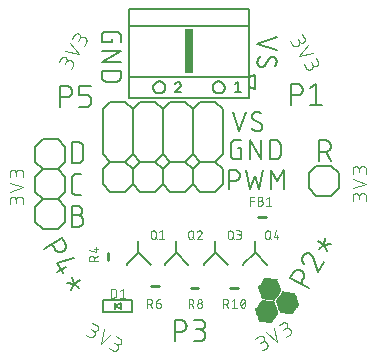
<source format=gbr>
G04 EAGLE Gerber RS-274X export*
G75*
%MOMM*%
%FSLAX34Y34*%
%LPD*%
%INSilkscreen Top*%
%IPPOS*%
%AMOC8*
5,1,8,0,0,1.08239X$1,22.5*%
G01*
%ADD10R,0.751331X0.014731*%
%ADD11R,0.883919X0.014731*%
%ADD12R,1.001775X0.014731*%
%ADD13R,1.119631X0.014731*%
%ADD14R,1.134363X0.014731*%
%ADD15R,1.149094X0.014731*%
%ADD16R,1.163825X0.014731*%
%ADD17R,1.178556X0.014731*%
%ADD18R,1.193288X0.014731*%
%ADD19R,1.222756X0.014731*%
%ADD20R,1.237488X0.014731*%
%ADD21R,1.266950X0.014731*%
%ADD22R,1.281681X0.014731*%
%ADD23R,1.311144X0.014731*%
%ADD24R,1.325881X0.014731*%
%ADD25R,1.355344X0.014731*%
%ADD26R,1.370075X0.014731*%
%ADD27R,1.384806X0.014731*%
%ADD28R,1.399538X0.014731*%
%ADD29R,1.414275X0.014731*%
%ADD30R,1.443738X0.014731*%
%ADD31R,1.458469X0.014731*%
%ADD32R,1.487931X0.014731*%
%ADD33R,1.502663X0.014731*%
%ADD34R,1.517394X0.014731*%
%ADD35R,1.532125X0.014731*%
%ADD36R,1.546856X0.014731*%
%ADD37R,1.576319X0.014731*%
%ADD38R,1.605788X0.014731*%
%ADD39R,1.620519X0.014731*%
%ADD40R,1.649981X0.014731*%
%ADD41R,1.664713X0.014731*%
%ADD42R,1.694175X0.014731*%
%ADD43R,1.708913X0.014731*%
%ADD44R,1.738375X0.014731*%
%ADD45R,1.753106X0.014731*%
%ADD46R,1.767838X0.014731*%
%ADD47R,1.782569X0.014731*%
%ADD48R,1.797306X0.014731*%
%ADD49R,0.117856X0.014731*%
%ADD50R,1.826769X0.014731*%
%ADD51R,0.235713X0.014731*%
%ADD52R,0.353569X0.014731*%
%ADD53R,1.856231X0.014731*%
%ADD54R,0.486156X0.014731*%
%ADD55R,1.870963X0.014731*%
%ADD56R,0.604013X0.014731*%
%ADD57R,0.721869X0.014731*%
%ADD58R,1.885694X0.014731*%
%ADD59R,0.839719X0.014731*%
%ADD60R,0.972306X0.014731*%
%ADD61R,1.090169X0.014731*%
%ADD62R,1.208025X0.014731*%
%ADD63R,1.252219X0.014731*%
%ADD64R,1.296412X0.014731*%
%ADD65R,1.340612X0.014731*%
%ADD66R,1.826763X0.014731*%
%ADD67R,1.414269X0.014731*%
%ADD68R,1.812031X0.014731*%
%ADD69R,1.429000X0.014731*%
%ADD70R,1.458462X0.014731*%
%ADD71R,1.473200X0.014731*%
%ADD72R,1.723644X0.014731*%
%ADD73R,1.694181X0.014731*%
%ADD74R,1.679450X0.014731*%
%ADD75R,1.561594X0.014731*%
%ADD76R,1.576325X0.014731*%
%ADD77R,1.591056X0.014731*%
%ADD78R,1.635250X0.014731*%
%ADD79R,1.561588X0.014731*%
%ADD80R,1.443731X0.014731*%
%ADD81R,1.797300X0.014731*%
%ADD82R,1.841500X0.014731*%
%ADD83R,1.311150X0.014731*%
%ADD84R,1.296419X0.014731*%
%ADD85R,1.193294X0.014731*%
%ADD86R,0.957575X0.014731*%
%ADD87R,0.589281X0.014731*%
%ADD88R,0.471425X0.014731*%
%ADD89R,0.220975X0.014731*%
%ADD90R,1.812038X0.014731*%
%ADD91R,0.103119X0.014731*%
%ADD92R,0.029463X0.014731*%
%ADD93R,0.162050X0.014731*%
%ADD94R,0.265175X0.014731*%
%ADD95R,0.397763X0.014731*%
%ADD96R,0.515619X0.014731*%
%ADD97R,0.648206X0.014731*%
%ADD98R,1.679444X0.014731*%
%ADD99R,1.016506X0.014731*%
%ADD100R,1.104900X0.014731*%
%ADD101R,1.222750X0.014731*%
%ADD102R,1.434338X0.014731*%
%ADD103R,1.208019X0.014731*%
%ADD104R,0.987044X0.014731*%
%ADD105R,0.854456X0.014731*%
%ADD106R,0.618744X0.014731*%
%ADD107R,0.500888X0.014731*%
%ADD108R,0.368300X0.014731*%
%ADD109R,0.132587X0.014731*%
%ADD110R,0.014731X0.014731*%
%ADD111R,1.664719X0.014731*%
%ADD112R,1.075438X0.014731*%
%ADD113R,0.942844X0.014731*%
%ADD114R,0.707131X0.014731*%
%ADD115R,0.456694X0.014731*%
%ADD116R,0.088388X0.014731*%
%ADD117C,0.152400*%
%ADD118C,0.101600*%
%ADD119C,0.127000*%
%ADD120C,0.076200*%
%ADD121C,0.254000*%
%ADD122R,0.762000X3.810000*%


D10*
X66747Y35884D03*
D11*
X66232Y36031D03*
D12*
X65790Y36178D03*
D13*
X65348Y36326D03*
D14*
X65274Y36473D03*
D15*
X65348Y36620D03*
D16*
X65422Y36768D03*
D17*
X65348Y36915D03*
D18*
X65422Y37062D03*
D19*
X65422Y37210D03*
D20*
X65495Y37357D03*
X65495Y37504D03*
D21*
X65495Y37652D03*
D22*
X65569Y37799D03*
D23*
X65569Y37946D03*
X65569Y38094D03*
D24*
X65643Y38241D03*
D25*
X65643Y38388D03*
D26*
X65716Y38536D03*
D27*
X65642Y38683D03*
D28*
X65716Y38830D03*
D29*
X65790Y38978D03*
D30*
X65790Y39125D03*
X65790Y39272D03*
D31*
X65863Y39420D03*
D32*
X65863Y39567D03*
D33*
X65937Y39714D03*
D34*
X65863Y39861D03*
D35*
X65937Y40009D03*
D36*
X66011Y40156D03*
D37*
X66011Y40303D03*
X66011Y40451D03*
D38*
X66011Y40598D03*
D39*
X66084Y40745D03*
X66084Y40893D03*
D40*
X66084Y41040D03*
D41*
X66158Y41187D03*
D42*
X66158Y41335D03*
X66158Y41482D03*
D43*
X66232Y41629D03*
D44*
X66232Y41777D03*
D45*
X66305Y41924D03*
D46*
X66232Y42071D03*
D47*
X66305Y42219D03*
D48*
X66379Y42366D03*
D49*
X86857Y42366D03*
D50*
X66379Y42513D03*
D51*
X86267Y42513D03*
D50*
X66379Y42661D03*
D52*
X85825Y42661D03*
D53*
X66379Y42808D03*
D54*
X85310Y42808D03*
D55*
X66453Y42955D03*
D56*
X84868Y42955D03*
D55*
X66453Y43103D03*
D57*
X84278Y43103D03*
D58*
X66379Y43250D03*
D59*
X83837Y43250D03*
D58*
X66379Y43397D03*
D60*
X83321Y43397D03*
D55*
X66305Y43544D03*
D61*
X82879Y43544D03*
D58*
X66232Y43692D03*
D13*
X82732Y43692D03*
D58*
X66232Y43839D03*
D15*
X82732Y43839D03*
D58*
X66084Y43986D03*
D16*
X82805Y43986D03*
D58*
X66084Y44134D03*
D17*
X82879Y44134D03*
D55*
X66011Y44281D03*
D18*
X82805Y44281D03*
D58*
X65937Y44428D03*
D62*
X82879Y44428D03*
D58*
X65937Y44576D03*
D20*
X82879Y44576D03*
D58*
X65790Y44723D03*
D63*
X82953Y44723D03*
D58*
X65790Y44870D03*
D63*
X82953Y44870D03*
D55*
X65716Y45018D03*
D22*
X82953Y45018D03*
D58*
X65642Y45165D03*
D64*
X83026Y45165D03*
D58*
X65642Y45312D03*
D24*
X83026Y45312D03*
D58*
X65495Y45460D03*
D24*
X83026Y45460D03*
D58*
X65495Y45607D03*
D65*
X83100Y45607D03*
D55*
X65422Y45754D03*
D26*
X83100Y45754D03*
D53*
X65495Y45902D03*
D27*
X83174Y45902D03*
D53*
X65495Y46049D03*
D28*
X83100Y46049D03*
D66*
X65495Y46196D03*
D67*
X83174Y46196D03*
D68*
X65569Y46344D03*
D69*
X83247Y46344D03*
D47*
X65569Y46491D03*
D70*
X83247Y46491D03*
D47*
X65569Y46638D03*
D70*
X83247Y46638D03*
D46*
X65642Y46786D03*
D71*
X83321Y46786D03*
D44*
X65643Y46933D03*
D33*
X83321Y46933D03*
D72*
X65716Y47080D03*
D33*
X83321Y47080D03*
D43*
X65643Y47227D03*
D35*
X83321Y47227D03*
D73*
X65716Y47375D03*
D36*
X83395Y47375D03*
D74*
X65790Y47522D03*
D75*
X83468Y47522D03*
D40*
X65790Y47669D03*
D76*
X83395Y47669D03*
D40*
X65790Y47817D03*
D77*
X83468Y47817D03*
D78*
X65863Y47964D03*
D39*
X83468Y47964D03*
D38*
X65863Y48111D03*
D78*
X83542Y48111D03*
D38*
X65863Y48259D03*
D78*
X83542Y48259D03*
D76*
X65863Y48406D03*
D41*
X83542Y48406D03*
D79*
X65937Y48553D03*
D74*
X83616Y48553D03*
D36*
X66011Y48701D03*
D43*
X83616Y48701D03*
D35*
X65937Y48848D03*
D43*
X83616Y48848D03*
D34*
X66011Y48995D03*
D72*
X83689Y48995D03*
D32*
X66011Y49143D03*
D45*
X83689Y49143D03*
D71*
X66084Y49290D03*
D46*
X83763Y49290D03*
D71*
X66084Y49437D03*
D47*
X83689Y49437D03*
D80*
X66084Y49585D03*
D81*
X83763Y49585D03*
D69*
X66158Y49732D03*
D68*
X83837Y49732D03*
D28*
X66158Y49879D03*
D82*
X83837Y49879D03*
D28*
X66158Y50027D03*
D82*
X83837Y50027D03*
D27*
X66232Y50174D03*
D55*
X83837Y50174D03*
D25*
X66232Y50321D03*
D58*
X83910Y50321D03*
D65*
X66305Y50469D03*
D55*
X83837Y50469D03*
D24*
X66232Y50616D03*
D58*
X83763Y50616D03*
D83*
X66305Y50763D03*
D58*
X83763Y50763D03*
D84*
X66379Y50910D03*
D55*
X83689Y50910D03*
D21*
X66379Y51058D03*
D58*
X83616Y51058D03*
D21*
X66379Y51205D03*
D58*
X83616Y51205D03*
D63*
X66453Y51352D03*
D58*
X83468Y51352D03*
D19*
X66453Y51500D03*
D58*
X83468Y51500D03*
D62*
X66526Y51647D03*
D55*
X83395Y51647D03*
D85*
X66453Y51794D03*
D58*
X83321Y51794D03*
D17*
X66526Y51942D03*
D58*
X83321Y51942D03*
D16*
X66600Y52089D03*
D58*
X83174Y52089D03*
D15*
X66526Y52236D03*
D58*
X83174Y52236D03*
D14*
X66600Y52384D03*
D55*
X83100Y52384D03*
D61*
X66526Y52531D03*
D58*
X83026Y52531D03*
D86*
X66011Y52678D03*
D58*
X83026Y52678D03*
D59*
X65422Y52826D03*
D58*
X82879Y52826D03*
D57*
X64980Y52973D03*
D58*
X82879Y52973D03*
D87*
X64464Y53120D03*
D53*
X82879Y53120D03*
D88*
X64022Y53268D03*
D82*
X82953Y53268D03*
D52*
X63433Y53415D03*
D82*
X82953Y53415D03*
D89*
X62917Y53562D03*
D90*
X82953Y53562D03*
D91*
X62475Y53710D03*
D48*
X83026Y53710D03*
D92*
X72272Y53857D03*
D47*
X82953Y53857D03*
D93*
X71756Y54004D03*
D46*
X83026Y54004D03*
D94*
X71241Y54152D03*
D45*
X83100Y54152D03*
D95*
X70725Y54299D03*
D72*
X83100Y54299D03*
D96*
X70283Y54446D03*
D72*
X83100Y54446D03*
D97*
X69767Y54593D03*
D73*
X83100Y54593D03*
D10*
X69252Y54741D03*
D98*
X83174Y54741D03*
D11*
X68736Y54888D03*
D41*
X83247Y54888D03*
D99*
X68221Y55035D03*
D40*
X83174Y55035D03*
D100*
X67779Y55183D03*
D78*
X83247Y55183D03*
D14*
X67779Y55330D03*
D39*
X83321Y55330D03*
D15*
X67852Y55477D03*
D77*
X83321Y55477D03*
D16*
X67926Y55625D03*
D77*
X83321Y55625D03*
D17*
X67852Y55772D03*
D79*
X83321Y55772D03*
D18*
X67926Y55919D03*
D36*
X83395Y55919D03*
D101*
X67926Y56067D03*
D35*
X83468Y56067D03*
D20*
X68000Y56214D03*
D34*
X83395Y56214D03*
D20*
X68000Y56361D03*
D33*
X83468Y56361D03*
D21*
X68000Y56509D03*
D71*
X83468Y56509D03*
D22*
X68073Y56656D03*
D31*
X83542Y56656D03*
D23*
X68073Y56803D03*
D31*
X83542Y56803D03*
D23*
X68073Y56951D03*
D102*
X83505Y56951D03*
D24*
X68147Y57098D03*
D67*
X83616Y57098D03*
D25*
X68147Y57245D03*
D27*
X83616Y57245D03*
D26*
X68221Y57393D03*
D27*
X83616Y57393D03*
X68147Y57540D03*
D26*
X83689Y57540D03*
D28*
X68221Y57687D03*
D65*
X83689Y57687D03*
D67*
X68294Y57835D03*
D65*
X83689Y57835D03*
D30*
X68294Y57982D03*
D83*
X83689Y57982D03*
D30*
X68294Y58129D03*
D64*
X83763Y58129D03*
D71*
X68294Y58276D03*
D22*
X83837Y58276D03*
D32*
X68368Y58424D03*
D21*
X83763Y58424D03*
D33*
X68442Y58571D03*
D63*
X83837Y58571D03*
D34*
X68368Y58718D03*
D19*
X83837Y58718D03*
D35*
X68442Y58866D03*
D103*
X83910Y58866D03*
D79*
X68442Y59013D03*
D103*
X83910Y59013D03*
D37*
X68515Y59160D03*
D17*
X83910Y59160D03*
D37*
X68515Y59308D03*
D16*
X83984Y59308D03*
D38*
X68515Y59455D03*
D15*
X84057Y59455D03*
D39*
X68589Y59602D03*
D14*
X83984Y59602D03*
D39*
X68589Y59750D03*
D100*
X83984Y59750D03*
D40*
X68589Y59897D03*
D104*
X83542Y59897D03*
D41*
X68663Y60044D03*
D105*
X83026Y60044D03*
D42*
X68663Y60192D03*
D10*
X82511Y60192D03*
D42*
X68663Y60339D03*
D106*
X81995Y60339D03*
D43*
X68736Y60486D03*
D107*
X81553Y60486D03*
D44*
X68736Y60634D03*
D108*
X81037Y60634D03*
D45*
X68810Y60781D03*
D94*
X80522Y60781D03*
D46*
X68736Y60928D03*
D109*
X80006Y60928D03*
D47*
X68810Y61076D03*
D110*
X79564Y61076D03*
D48*
X68884Y61223D03*
D50*
X68884Y61370D03*
X68884Y61518D03*
D53*
X68884Y61665D03*
D55*
X68957Y61812D03*
X68957Y61959D03*
D58*
X68884Y62107D03*
X68884Y62254D03*
X68736Y62401D03*
X68736Y62549D03*
D55*
X68663Y62696D03*
D58*
X68589Y62843D03*
X68589Y62991D03*
X68442Y63138D03*
X68442Y63285D03*
D55*
X68368Y63433D03*
D58*
X68294Y63580D03*
X68294Y63727D03*
D55*
X68221Y63875D03*
D58*
X68147Y64022D03*
X68147Y64169D03*
X68000Y64317D03*
X68000Y64464D03*
D55*
X67926Y64611D03*
D53*
X68000Y64759D03*
X68000Y64906D03*
D66*
X68000Y65053D03*
D68*
X68073Y65201D03*
D47*
X68073Y65348D03*
X68073Y65495D03*
D46*
X68147Y65642D03*
D44*
X68147Y65790D03*
D72*
X68221Y65937D03*
D43*
X68147Y66084D03*
D73*
X68221Y66232D03*
D74*
X68294Y66379D03*
D111*
X68221Y66526D03*
D40*
X68294Y66674D03*
D39*
X68294Y66821D03*
D38*
X68368Y66968D03*
X68368Y67116D03*
D76*
X68368Y67263D03*
D79*
X68442Y67410D03*
D35*
X68442Y67558D03*
X68442Y67705D03*
D34*
X68515Y67852D03*
D32*
X68515Y68000D03*
D71*
X68589Y68147D03*
X68589Y68294D03*
D80*
X68589Y68442D03*
D69*
X68663Y68589D03*
D28*
X68663Y68736D03*
X68663Y68884D03*
D27*
X68736Y69031D03*
D25*
X68736Y69178D03*
D65*
X68810Y69325D03*
D24*
X68736Y69473D03*
D83*
X68810Y69620D03*
D84*
X68884Y69767D03*
D21*
X68884Y69915D03*
X68884Y70062D03*
D20*
X68884Y70209D03*
D19*
X68957Y70357D03*
D62*
X69031Y70504D03*
D85*
X68957Y70651D03*
D17*
X69031Y70799D03*
D15*
X69031Y70946D03*
X69031Y71093D03*
D14*
X69105Y71241D03*
D112*
X68957Y71388D03*
D113*
X68442Y71535D03*
D59*
X67926Y71683D03*
D114*
X67410Y71830D03*
D87*
X66968Y71977D03*
D115*
X66453Y72125D03*
D52*
X65937Y72272D03*
D89*
X65422Y72419D03*
D116*
X64906Y72567D03*
D49*
X69407Y35038D03*
D51*
X68817Y35185D03*
D52*
X68376Y35333D03*
D54*
X67860Y35480D03*
D56*
X67418Y35627D03*
D57*
X66829Y35775D03*
D59*
X66387Y35922D03*
D60*
X65871Y36069D03*
D61*
X65429Y36217D03*
D13*
X65282Y36364D03*
D117*
X86487Y219837D02*
X86487Y237617D01*
X91426Y237617D01*
X91566Y237615D01*
X91705Y237609D01*
X91845Y237599D01*
X91984Y237585D01*
X92123Y237568D01*
X92261Y237546D01*
X92398Y237520D01*
X92535Y237491D01*
X92671Y237458D01*
X92805Y237421D01*
X92939Y237380D01*
X93071Y237335D01*
X93203Y237286D01*
X93332Y237234D01*
X93460Y237179D01*
X93587Y237119D01*
X93712Y237056D01*
X93835Y236990D01*
X93956Y236920D01*
X94075Y236847D01*
X94192Y236770D01*
X94306Y236690D01*
X94419Y236607D01*
X94529Y236521D01*
X94636Y236431D01*
X94741Y236339D01*
X94843Y236244D01*
X94943Y236146D01*
X95040Y236045D01*
X95134Y235941D01*
X95224Y235835D01*
X95312Y235726D01*
X95397Y235615D01*
X95478Y235501D01*
X95557Y235386D01*
X95632Y235268D01*
X95703Y235148D01*
X95771Y235025D01*
X95836Y234902D01*
X95897Y234776D01*
X95955Y234648D01*
X96009Y234520D01*
X96059Y234389D01*
X96106Y234257D01*
X96149Y234124D01*
X96188Y233990D01*
X96223Y233855D01*
X96254Y233719D01*
X96282Y233581D01*
X96305Y233444D01*
X96325Y233305D01*
X96341Y233166D01*
X96353Y233027D01*
X96361Y232888D01*
X96365Y232748D01*
X96365Y232608D01*
X96361Y232468D01*
X96353Y232329D01*
X96341Y232190D01*
X96325Y232051D01*
X96305Y231912D01*
X96282Y231775D01*
X96254Y231637D01*
X96223Y231501D01*
X96188Y231366D01*
X96149Y231232D01*
X96106Y231099D01*
X96059Y230967D01*
X96009Y230836D01*
X95955Y230708D01*
X95897Y230580D01*
X95836Y230454D01*
X95771Y230331D01*
X95703Y230209D01*
X95632Y230088D01*
X95557Y229970D01*
X95478Y229855D01*
X95397Y229741D01*
X95312Y229630D01*
X95224Y229521D01*
X95134Y229415D01*
X95040Y229311D01*
X94943Y229210D01*
X94843Y229112D01*
X94741Y229017D01*
X94636Y228925D01*
X94529Y228835D01*
X94419Y228749D01*
X94306Y228666D01*
X94192Y228586D01*
X94075Y228509D01*
X93956Y228436D01*
X93835Y228366D01*
X93712Y228300D01*
X93587Y228237D01*
X93460Y228177D01*
X93332Y228122D01*
X93203Y228070D01*
X93071Y228021D01*
X92939Y227976D01*
X92805Y227935D01*
X92671Y227898D01*
X92535Y227865D01*
X92398Y227836D01*
X92261Y227810D01*
X92123Y227788D01*
X91984Y227771D01*
X91845Y227757D01*
X91705Y227747D01*
X91566Y227741D01*
X91426Y227739D01*
X86487Y227739D01*
X102482Y233666D02*
X107421Y237617D01*
X107421Y219837D01*
X102482Y219837D02*
X112360Y219837D01*
X85923Y73431D02*
X101321Y64541D01*
X85923Y73431D02*
X88393Y77708D01*
X88393Y77709D02*
X88464Y77829D01*
X88539Y77947D01*
X88618Y78062D01*
X88699Y78176D01*
X88784Y78287D01*
X88872Y78396D01*
X88962Y78502D01*
X89056Y78606D01*
X89153Y78707D01*
X89253Y78805D01*
X89355Y78900D01*
X89460Y78992D01*
X89567Y79082D01*
X89677Y79168D01*
X89790Y79251D01*
X89904Y79331D01*
X90021Y79408D01*
X90140Y79481D01*
X90261Y79551D01*
X90384Y79617D01*
X90509Y79680D01*
X90636Y79740D01*
X90764Y79795D01*
X90894Y79847D01*
X91025Y79896D01*
X91157Y79941D01*
X91291Y79982D01*
X91425Y80019D01*
X91561Y80052D01*
X91698Y80081D01*
X91835Y80107D01*
X91973Y80129D01*
X92112Y80146D01*
X92251Y80160D01*
X92391Y80170D01*
X92530Y80176D01*
X92670Y80178D01*
X92810Y80176D01*
X92949Y80170D01*
X93089Y80160D01*
X93228Y80146D01*
X93367Y80129D01*
X93505Y80107D01*
X93642Y80081D01*
X93779Y80052D01*
X93915Y80019D01*
X94049Y79981D01*
X94183Y79941D01*
X94315Y79896D01*
X94447Y79847D01*
X94576Y79795D01*
X94704Y79740D01*
X94831Y79680D01*
X94956Y79617D01*
X95079Y79551D01*
X95200Y79481D01*
X95319Y79408D01*
X95436Y79331D01*
X95550Y79251D01*
X95663Y79168D01*
X95773Y79082D01*
X95880Y78992D01*
X95985Y78900D01*
X96087Y78805D01*
X96187Y78707D01*
X96284Y78606D01*
X96378Y78502D01*
X96468Y78396D01*
X96556Y78287D01*
X96641Y78176D01*
X96722Y78062D01*
X96801Y77947D01*
X96876Y77829D01*
X96947Y77708D01*
X97015Y77586D01*
X97080Y77463D01*
X97141Y77337D01*
X97199Y77209D01*
X97253Y77081D01*
X97303Y76950D01*
X97350Y76818D01*
X97393Y76685D01*
X97432Y76551D01*
X97467Y76416D01*
X97498Y76280D01*
X97526Y76142D01*
X97549Y76005D01*
X97569Y75866D01*
X97585Y75727D01*
X97597Y75588D01*
X97605Y75449D01*
X97609Y75309D01*
X97609Y75169D01*
X97605Y75029D01*
X97597Y74890D01*
X97585Y74751D01*
X97569Y74612D01*
X97549Y74473D01*
X97526Y74335D01*
X97498Y74198D01*
X97467Y74062D01*
X97432Y73927D01*
X97393Y73793D01*
X97350Y73660D01*
X97303Y73528D01*
X97253Y73397D01*
X97199Y73268D01*
X97141Y73141D01*
X97080Y73015D01*
X97015Y72892D01*
X96947Y72769D01*
X94478Y68492D01*
X96637Y91988D02*
X96704Y92101D01*
X96775Y92212D01*
X96849Y92321D01*
X96926Y92427D01*
X97007Y92532D01*
X97090Y92633D01*
X97177Y92733D01*
X97266Y92830D01*
X97358Y92924D01*
X97453Y93015D01*
X97551Y93103D01*
X97651Y93189D01*
X97754Y93271D01*
X97859Y93351D01*
X97967Y93427D01*
X98076Y93500D01*
X98188Y93570D01*
X98302Y93636D01*
X98417Y93699D01*
X98535Y93759D01*
X98654Y93815D01*
X98775Y93867D01*
X98897Y93916D01*
X99021Y93962D01*
X99146Y94003D01*
X99272Y94041D01*
X99399Y94075D01*
X99527Y94105D01*
X99657Y94132D01*
X99786Y94155D01*
X99917Y94173D01*
X100048Y94188D01*
X100179Y94199D01*
X100310Y94207D01*
X100442Y94210D01*
X100574Y94209D01*
X100705Y94205D01*
X100837Y94196D01*
X100968Y94184D01*
X101099Y94168D01*
X101229Y94147D01*
X101359Y94124D01*
X101487Y94096D01*
X101615Y94064D01*
X101742Y94029D01*
X101868Y93990D01*
X101993Y93947D01*
X102116Y93900D01*
X102238Y93850D01*
X102358Y93797D01*
X102477Y93739D01*
X102593Y93679D01*
X102708Y93614D01*
X96636Y91989D02*
X96563Y91858D01*
X96493Y91726D01*
X96427Y91591D01*
X96365Y91455D01*
X96306Y91318D01*
X96250Y91179D01*
X96198Y91039D01*
X96150Y90897D01*
X96106Y90754D01*
X96065Y90610D01*
X96029Y90465D01*
X95996Y90319D01*
X95966Y90172D01*
X95941Y90025D01*
X95920Y89877D01*
X95902Y89728D01*
X95888Y89579D01*
X95879Y89430D01*
X95873Y89280D01*
X95871Y89131D01*
X95873Y88981D01*
X95879Y88832D01*
X95889Y88682D01*
X95903Y88533D01*
X95920Y88385D01*
X95942Y88237D01*
X95967Y88089D01*
X95996Y87943D01*
X96030Y87797D01*
X96066Y87652D01*
X96107Y87508D01*
X96152Y87365D01*
X96200Y87223D01*
X96252Y87083D01*
X96307Y86944D01*
X96366Y86806D01*
X96429Y86671D01*
X96495Y86536D01*
X96565Y86404D01*
X96638Y86274D01*
X96715Y86145D01*
X96795Y86019D01*
X96878Y85894D01*
X96965Y85772D01*
X97054Y85652D01*
X97147Y85535D01*
X97243Y85420D01*
X97342Y85308D01*
X104962Y90603D02*
X104929Y90732D01*
X104892Y90860D01*
X104852Y90987D01*
X104808Y91113D01*
X104761Y91238D01*
X104710Y91361D01*
X104656Y91483D01*
X104598Y91603D01*
X104537Y91721D01*
X104473Y91838D01*
X104405Y91953D01*
X104335Y92066D01*
X104261Y92177D01*
X104184Y92286D01*
X104104Y92393D01*
X104021Y92497D01*
X103936Y92600D01*
X103847Y92699D01*
X103756Y92796D01*
X103662Y92891D01*
X103566Y92983D01*
X103467Y93072D01*
X103365Y93158D01*
X103261Y93242D01*
X103155Y93323D01*
X103047Y93400D01*
X102936Y93475D01*
X102824Y93546D01*
X102709Y93614D01*
X104962Y90603D02*
X109319Y78393D01*
X114257Y86947D01*
X114454Y101117D02*
X109322Y104081D01*
X114454Y101117D02*
X120032Y101889D01*
X114454Y101117D02*
X116575Y95901D01*
X114454Y101117D02*
X115460Y106810D01*
X114454Y101117D02*
X110027Y97400D01*
X-108776Y218250D02*
X-108776Y236030D01*
X-103837Y236030D01*
X-103697Y236028D01*
X-103558Y236022D01*
X-103418Y236012D01*
X-103279Y235998D01*
X-103140Y235981D01*
X-103002Y235959D01*
X-102865Y235933D01*
X-102728Y235904D01*
X-102592Y235871D01*
X-102458Y235834D01*
X-102324Y235793D01*
X-102192Y235748D01*
X-102060Y235699D01*
X-101931Y235647D01*
X-101803Y235592D01*
X-101676Y235532D01*
X-101551Y235469D01*
X-101428Y235403D01*
X-101307Y235333D01*
X-101188Y235260D01*
X-101071Y235183D01*
X-100957Y235103D01*
X-100844Y235020D01*
X-100734Y234934D01*
X-100627Y234844D01*
X-100522Y234752D01*
X-100420Y234657D01*
X-100320Y234559D01*
X-100223Y234458D01*
X-100129Y234354D01*
X-100039Y234248D01*
X-99951Y234139D01*
X-99866Y234028D01*
X-99785Y233914D01*
X-99706Y233799D01*
X-99631Y233681D01*
X-99560Y233561D01*
X-99492Y233438D01*
X-99427Y233315D01*
X-99366Y233189D01*
X-99308Y233061D01*
X-99254Y232933D01*
X-99204Y232802D01*
X-99157Y232670D01*
X-99114Y232537D01*
X-99075Y232403D01*
X-99040Y232268D01*
X-99009Y232132D01*
X-98981Y231994D01*
X-98958Y231857D01*
X-98938Y231718D01*
X-98922Y231579D01*
X-98910Y231440D01*
X-98902Y231301D01*
X-98898Y231161D01*
X-98898Y231021D01*
X-98902Y230881D01*
X-98910Y230742D01*
X-98922Y230603D01*
X-98938Y230464D01*
X-98958Y230325D01*
X-98981Y230188D01*
X-99009Y230050D01*
X-99040Y229914D01*
X-99075Y229779D01*
X-99114Y229645D01*
X-99157Y229512D01*
X-99204Y229380D01*
X-99254Y229249D01*
X-99308Y229121D01*
X-99366Y228993D01*
X-99427Y228867D01*
X-99492Y228744D01*
X-99560Y228622D01*
X-99631Y228501D01*
X-99706Y228383D01*
X-99785Y228268D01*
X-99866Y228154D01*
X-99951Y228043D01*
X-100039Y227934D01*
X-100129Y227828D01*
X-100223Y227724D01*
X-100320Y227623D01*
X-100420Y227525D01*
X-100522Y227430D01*
X-100627Y227338D01*
X-100734Y227248D01*
X-100844Y227162D01*
X-100957Y227079D01*
X-101071Y226999D01*
X-101188Y226922D01*
X-101307Y226849D01*
X-101428Y226779D01*
X-101551Y226713D01*
X-101676Y226650D01*
X-101803Y226590D01*
X-101931Y226535D01*
X-102060Y226483D01*
X-102192Y226434D01*
X-102324Y226389D01*
X-102458Y226348D01*
X-102592Y226311D01*
X-102728Y226278D01*
X-102865Y226249D01*
X-103002Y226223D01*
X-103140Y226201D01*
X-103279Y226184D01*
X-103418Y226170D01*
X-103558Y226160D01*
X-103697Y226154D01*
X-103837Y226152D01*
X-108776Y226152D01*
X-92780Y218250D02*
X-86854Y218250D01*
X-86730Y218252D01*
X-86606Y218258D01*
X-86482Y218268D01*
X-86359Y218281D01*
X-86236Y218299D01*
X-86114Y218320D01*
X-85992Y218345D01*
X-85871Y218374D01*
X-85752Y218407D01*
X-85633Y218443D01*
X-85516Y218484D01*
X-85400Y218527D01*
X-85285Y218575D01*
X-85172Y218626D01*
X-85060Y218681D01*
X-84951Y218739D01*
X-84843Y218800D01*
X-84737Y218865D01*
X-84633Y218933D01*
X-84532Y219005D01*
X-84432Y219079D01*
X-84336Y219157D01*
X-84241Y219237D01*
X-84149Y219321D01*
X-84060Y219407D01*
X-83974Y219496D01*
X-83890Y219588D01*
X-83810Y219683D01*
X-83732Y219779D01*
X-83658Y219879D01*
X-83586Y219980D01*
X-83518Y220084D01*
X-83453Y220190D01*
X-83392Y220298D01*
X-83334Y220407D01*
X-83279Y220519D01*
X-83228Y220632D01*
X-83180Y220747D01*
X-83137Y220863D01*
X-83096Y220980D01*
X-83060Y221099D01*
X-83027Y221218D01*
X-82998Y221339D01*
X-82973Y221461D01*
X-82952Y221583D01*
X-82934Y221706D01*
X-82921Y221829D01*
X-82911Y221953D01*
X-82905Y222077D01*
X-82903Y222201D01*
X-82903Y224176D01*
X-82905Y224300D01*
X-82911Y224424D01*
X-82921Y224548D01*
X-82934Y224671D01*
X-82952Y224794D01*
X-82973Y224916D01*
X-82998Y225038D01*
X-83027Y225159D01*
X-83060Y225278D01*
X-83096Y225397D01*
X-83137Y225514D01*
X-83180Y225630D01*
X-83228Y225745D01*
X-83279Y225858D01*
X-83334Y225970D01*
X-83392Y226079D01*
X-83453Y226187D01*
X-83518Y226293D01*
X-83586Y226397D01*
X-83658Y226498D01*
X-83732Y226598D01*
X-83810Y226694D01*
X-83890Y226789D01*
X-83974Y226881D01*
X-84060Y226970D01*
X-84149Y227056D01*
X-84241Y227140D01*
X-84336Y227220D01*
X-84432Y227298D01*
X-84532Y227372D01*
X-84633Y227444D01*
X-84737Y227512D01*
X-84843Y227577D01*
X-84951Y227638D01*
X-85060Y227696D01*
X-85172Y227751D01*
X-85285Y227802D01*
X-85400Y227850D01*
X-85516Y227893D01*
X-85633Y227934D01*
X-85752Y227970D01*
X-85871Y228003D01*
X-85992Y228032D01*
X-86114Y228057D01*
X-86236Y228078D01*
X-86359Y228096D01*
X-86482Y228109D01*
X-86606Y228119D01*
X-86730Y228125D01*
X-86854Y228127D01*
X-92780Y228127D01*
X-92780Y236030D01*
X-82903Y236030D01*
X-107386Y107036D02*
X-122784Y98146D01*
X-107386Y107036D02*
X-104917Y102759D01*
X-104849Y102636D01*
X-104784Y102513D01*
X-104723Y102387D01*
X-104665Y102259D01*
X-104611Y102131D01*
X-104561Y102000D01*
X-104514Y101868D01*
X-104471Y101735D01*
X-104432Y101601D01*
X-104397Y101466D01*
X-104366Y101330D01*
X-104338Y101192D01*
X-104315Y101055D01*
X-104295Y100916D01*
X-104279Y100777D01*
X-104267Y100638D01*
X-104259Y100499D01*
X-104255Y100359D01*
X-104255Y100219D01*
X-104259Y100079D01*
X-104267Y99940D01*
X-104279Y99801D01*
X-104295Y99662D01*
X-104315Y99523D01*
X-104338Y99386D01*
X-104366Y99248D01*
X-104397Y99112D01*
X-104432Y98977D01*
X-104471Y98843D01*
X-104514Y98710D01*
X-104561Y98578D01*
X-104611Y98447D01*
X-104665Y98319D01*
X-104723Y98191D01*
X-104784Y98065D01*
X-104849Y97942D01*
X-104917Y97819D01*
X-104988Y97699D01*
X-105063Y97581D01*
X-105142Y97466D01*
X-105223Y97352D01*
X-105308Y97241D01*
X-105396Y97132D01*
X-105486Y97026D01*
X-105580Y96922D01*
X-105677Y96821D01*
X-105777Y96723D01*
X-105879Y96628D01*
X-105984Y96536D01*
X-106091Y96446D01*
X-106201Y96360D01*
X-106314Y96277D01*
X-106428Y96197D01*
X-106545Y96120D01*
X-106664Y96047D01*
X-106785Y95977D01*
X-106908Y95911D01*
X-107033Y95848D01*
X-107160Y95788D01*
X-107288Y95733D01*
X-107418Y95681D01*
X-107549Y95632D01*
X-107681Y95587D01*
X-107815Y95546D01*
X-107949Y95509D01*
X-108085Y95476D01*
X-108222Y95447D01*
X-108359Y95421D01*
X-108497Y95399D01*
X-108636Y95382D01*
X-108775Y95368D01*
X-108915Y95358D01*
X-109054Y95352D01*
X-109194Y95350D01*
X-109334Y95352D01*
X-109473Y95358D01*
X-109613Y95368D01*
X-109752Y95382D01*
X-109891Y95399D01*
X-110029Y95421D01*
X-110166Y95447D01*
X-110303Y95476D01*
X-110439Y95509D01*
X-110573Y95547D01*
X-110707Y95587D01*
X-110839Y95632D01*
X-110971Y95681D01*
X-111100Y95733D01*
X-111228Y95788D01*
X-111355Y95848D01*
X-111480Y95911D01*
X-111603Y95977D01*
X-111724Y96047D01*
X-111843Y96120D01*
X-111960Y96197D01*
X-112074Y96277D01*
X-112187Y96360D01*
X-112297Y96446D01*
X-112404Y96536D01*
X-112509Y96628D01*
X-112611Y96723D01*
X-112711Y96821D01*
X-112808Y96922D01*
X-112902Y97026D01*
X-112992Y97132D01*
X-113080Y97241D01*
X-113165Y97352D01*
X-113246Y97466D01*
X-113325Y97581D01*
X-113400Y97699D01*
X-113471Y97820D01*
X-115941Y102097D01*
X-111365Y86269D02*
X-97413Y89762D01*
X-111365Y86269D02*
X-106426Y77715D01*
X-104486Y82257D02*
X-111329Y78306D01*
X-97675Y68484D02*
X-92542Y71447D01*
X-97675Y68484D02*
X-99795Y63268D01*
X-97675Y68484D02*
X-103253Y69256D01*
X-97675Y68484D02*
X-93247Y64767D01*
X-97675Y68484D02*
X-98680Y74177D01*
X-11938Y37592D02*
X-11938Y19812D01*
X-11938Y37592D02*
X-6999Y37592D01*
X-6859Y37590D01*
X-6720Y37584D01*
X-6580Y37574D01*
X-6441Y37560D01*
X-6302Y37543D01*
X-6164Y37521D01*
X-6027Y37495D01*
X-5890Y37466D01*
X-5754Y37433D01*
X-5620Y37396D01*
X-5486Y37355D01*
X-5354Y37310D01*
X-5222Y37261D01*
X-5093Y37209D01*
X-4965Y37154D01*
X-4838Y37094D01*
X-4713Y37031D01*
X-4590Y36965D01*
X-4469Y36895D01*
X-4350Y36822D01*
X-4233Y36745D01*
X-4119Y36665D01*
X-4006Y36582D01*
X-3896Y36496D01*
X-3789Y36406D01*
X-3684Y36314D01*
X-3582Y36219D01*
X-3482Y36121D01*
X-3385Y36020D01*
X-3291Y35916D01*
X-3201Y35810D01*
X-3113Y35701D01*
X-3028Y35590D01*
X-2947Y35476D01*
X-2868Y35361D01*
X-2793Y35243D01*
X-2722Y35123D01*
X-2654Y35000D01*
X-2589Y34877D01*
X-2528Y34751D01*
X-2470Y34623D01*
X-2416Y34495D01*
X-2366Y34364D01*
X-2319Y34232D01*
X-2276Y34099D01*
X-2237Y33965D01*
X-2202Y33830D01*
X-2171Y33694D01*
X-2143Y33556D01*
X-2120Y33419D01*
X-2100Y33280D01*
X-2084Y33141D01*
X-2072Y33002D01*
X-2064Y32863D01*
X-2060Y32723D01*
X-2060Y32583D01*
X-2064Y32443D01*
X-2072Y32304D01*
X-2084Y32165D01*
X-2100Y32026D01*
X-2120Y31887D01*
X-2143Y31750D01*
X-2171Y31612D01*
X-2202Y31476D01*
X-2237Y31341D01*
X-2276Y31207D01*
X-2319Y31074D01*
X-2366Y30942D01*
X-2416Y30811D01*
X-2470Y30683D01*
X-2528Y30555D01*
X-2589Y30429D01*
X-2654Y30306D01*
X-2722Y30184D01*
X-2793Y30063D01*
X-2868Y29945D01*
X-2947Y29830D01*
X-3028Y29716D01*
X-3113Y29605D01*
X-3201Y29496D01*
X-3291Y29390D01*
X-3385Y29286D01*
X-3482Y29185D01*
X-3582Y29087D01*
X-3684Y28992D01*
X-3789Y28900D01*
X-3896Y28810D01*
X-4006Y28724D01*
X-4119Y28641D01*
X-4233Y28561D01*
X-4350Y28484D01*
X-4469Y28411D01*
X-4590Y28341D01*
X-4713Y28275D01*
X-4838Y28212D01*
X-4965Y28152D01*
X-5093Y28097D01*
X-5222Y28045D01*
X-5354Y27996D01*
X-5486Y27951D01*
X-5620Y27910D01*
X-5754Y27873D01*
X-5890Y27840D01*
X-6027Y27811D01*
X-6164Y27785D01*
X-6302Y27763D01*
X-6441Y27746D01*
X-6580Y27732D01*
X-6720Y27722D01*
X-6859Y27716D01*
X-6999Y27714D01*
X-11938Y27714D01*
X4057Y19812D02*
X8996Y19812D01*
X9136Y19814D01*
X9275Y19820D01*
X9415Y19830D01*
X9554Y19844D01*
X9693Y19861D01*
X9831Y19883D01*
X9968Y19909D01*
X10105Y19938D01*
X10241Y19971D01*
X10375Y20008D01*
X10509Y20049D01*
X10641Y20094D01*
X10773Y20143D01*
X10902Y20195D01*
X11030Y20250D01*
X11157Y20310D01*
X11282Y20373D01*
X11405Y20439D01*
X11526Y20509D01*
X11645Y20582D01*
X11762Y20659D01*
X11876Y20739D01*
X11989Y20822D01*
X12099Y20908D01*
X12206Y20998D01*
X12311Y21090D01*
X12413Y21185D01*
X12513Y21283D01*
X12610Y21384D01*
X12704Y21488D01*
X12794Y21594D01*
X12882Y21703D01*
X12967Y21814D01*
X13048Y21928D01*
X13127Y22043D01*
X13202Y22161D01*
X13273Y22282D01*
X13341Y22404D01*
X13406Y22527D01*
X13467Y22653D01*
X13525Y22781D01*
X13579Y22909D01*
X13629Y23040D01*
X13676Y23172D01*
X13719Y23305D01*
X13758Y23439D01*
X13793Y23574D01*
X13824Y23710D01*
X13852Y23848D01*
X13875Y23985D01*
X13895Y24124D01*
X13911Y24263D01*
X13923Y24402D01*
X13931Y24541D01*
X13935Y24681D01*
X13935Y24821D01*
X13931Y24961D01*
X13923Y25100D01*
X13911Y25239D01*
X13895Y25378D01*
X13875Y25517D01*
X13852Y25654D01*
X13824Y25792D01*
X13793Y25928D01*
X13758Y26063D01*
X13719Y26197D01*
X13676Y26330D01*
X13629Y26462D01*
X13579Y26593D01*
X13525Y26721D01*
X13467Y26849D01*
X13406Y26975D01*
X13341Y27098D01*
X13273Y27221D01*
X13202Y27341D01*
X13127Y27459D01*
X13048Y27574D01*
X12967Y27688D01*
X12882Y27799D01*
X12794Y27908D01*
X12704Y28014D01*
X12610Y28118D01*
X12513Y28219D01*
X12413Y28317D01*
X12311Y28412D01*
X12206Y28504D01*
X12099Y28594D01*
X11989Y28680D01*
X11876Y28763D01*
X11762Y28843D01*
X11645Y28920D01*
X11526Y28993D01*
X11405Y29063D01*
X11282Y29129D01*
X11157Y29192D01*
X11030Y29252D01*
X10902Y29307D01*
X10773Y29359D01*
X10641Y29408D01*
X10509Y29453D01*
X10375Y29494D01*
X10241Y29531D01*
X10105Y29564D01*
X9968Y29593D01*
X9831Y29619D01*
X9693Y29641D01*
X9554Y29658D01*
X9415Y29672D01*
X9275Y29682D01*
X9136Y29688D01*
X8996Y29690D01*
X9984Y37592D02*
X4057Y37592D01*
X9984Y37592D02*
X10108Y37590D01*
X10232Y37584D01*
X10356Y37574D01*
X10479Y37561D01*
X10602Y37543D01*
X10724Y37522D01*
X10846Y37497D01*
X10967Y37468D01*
X11086Y37435D01*
X11205Y37399D01*
X11322Y37358D01*
X11438Y37315D01*
X11553Y37267D01*
X11666Y37216D01*
X11778Y37161D01*
X11887Y37103D01*
X11995Y37042D01*
X12101Y36977D01*
X12205Y36909D01*
X12306Y36837D01*
X12406Y36763D01*
X12502Y36685D01*
X12597Y36605D01*
X12689Y36521D01*
X12778Y36435D01*
X12864Y36346D01*
X12948Y36254D01*
X13028Y36159D01*
X13106Y36063D01*
X13180Y35963D01*
X13252Y35862D01*
X13320Y35758D01*
X13385Y35652D01*
X13446Y35544D01*
X13504Y35435D01*
X13559Y35323D01*
X13610Y35210D01*
X13658Y35095D01*
X13701Y34979D01*
X13742Y34862D01*
X13778Y34743D01*
X13811Y34624D01*
X13840Y34503D01*
X13865Y34381D01*
X13886Y34259D01*
X13904Y34136D01*
X13917Y34013D01*
X13927Y33889D01*
X13933Y33765D01*
X13935Y33641D01*
X13933Y33517D01*
X13927Y33393D01*
X13917Y33269D01*
X13904Y33146D01*
X13886Y33023D01*
X13865Y32901D01*
X13840Y32779D01*
X13811Y32658D01*
X13778Y32539D01*
X13742Y32420D01*
X13701Y32303D01*
X13658Y32187D01*
X13610Y32072D01*
X13559Y31959D01*
X13504Y31847D01*
X13446Y31738D01*
X13385Y31630D01*
X13320Y31524D01*
X13252Y31420D01*
X13180Y31319D01*
X13106Y31219D01*
X13028Y31123D01*
X12948Y31028D01*
X12864Y30936D01*
X12778Y30847D01*
X12689Y30761D01*
X12597Y30677D01*
X12502Y30597D01*
X12406Y30519D01*
X12306Y30445D01*
X12205Y30373D01*
X12101Y30305D01*
X11995Y30240D01*
X11887Y30179D01*
X11778Y30121D01*
X11666Y30066D01*
X11553Y30015D01*
X11438Y29967D01*
X11322Y29924D01*
X11205Y29883D01*
X11086Y29847D01*
X10967Y29814D01*
X10846Y29785D01*
X10724Y29760D01*
X10602Y29739D01*
X10479Y29721D01*
X10356Y29708D01*
X10232Y29698D01*
X10108Y29692D01*
X9984Y29690D01*
X6033Y29690D01*
X-94312Y126527D02*
X-99251Y126527D01*
X-94312Y126527D02*
X-94172Y126525D01*
X-94033Y126519D01*
X-93893Y126509D01*
X-93754Y126495D01*
X-93615Y126478D01*
X-93477Y126456D01*
X-93340Y126430D01*
X-93203Y126401D01*
X-93067Y126368D01*
X-92933Y126331D01*
X-92799Y126290D01*
X-92667Y126245D01*
X-92535Y126196D01*
X-92406Y126144D01*
X-92278Y126089D01*
X-92151Y126029D01*
X-92026Y125966D01*
X-91903Y125900D01*
X-91782Y125830D01*
X-91663Y125757D01*
X-91546Y125680D01*
X-91432Y125600D01*
X-91319Y125517D01*
X-91209Y125431D01*
X-91102Y125341D01*
X-90997Y125249D01*
X-90895Y125154D01*
X-90795Y125056D01*
X-90698Y124955D01*
X-90604Y124851D01*
X-90514Y124745D01*
X-90426Y124636D01*
X-90341Y124525D01*
X-90260Y124411D01*
X-90181Y124296D01*
X-90106Y124178D01*
X-90035Y124058D01*
X-89967Y123935D01*
X-89902Y123812D01*
X-89841Y123686D01*
X-89783Y123558D01*
X-89729Y123430D01*
X-89679Y123299D01*
X-89632Y123167D01*
X-89589Y123034D01*
X-89550Y122900D01*
X-89515Y122765D01*
X-89484Y122629D01*
X-89456Y122491D01*
X-89433Y122354D01*
X-89413Y122215D01*
X-89397Y122076D01*
X-89385Y121937D01*
X-89377Y121798D01*
X-89373Y121658D01*
X-89373Y121518D01*
X-89377Y121378D01*
X-89385Y121239D01*
X-89397Y121100D01*
X-89413Y120961D01*
X-89433Y120822D01*
X-89456Y120685D01*
X-89484Y120547D01*
X-89515Y120411D01*
X-89550Y120276D01*
X-89589Y120142D01*
X-89632Y120009D01*
X-89679Y119877D01*
X-89729Y119746D01*
X-89783Y119618D01*
X-89841Y119490D01*
X-89902Y119364D01*
X-89967Y119241D01*
X-90035Y119119D01*
X-90106Y118998D01*
X-90181Y118880D01*
X-90260Y118765D01*
X-90341Y118651D01*
X-90426Y118540D01*
X-90514Y118431D01*
X-90604Y118325D01*
X-90698Y118221D01*
X-90795Y118120D01*
X-90895Y118022D01*
X-90997Y117927D01*
X-91102Y117835D01*
X-91209Y117745D01*
X-91319Y117659D01*
X-91432Y117576D01*
X-91546Y117496D01*
X-91663Y117419D01*
X-91782Y117346D01*
X-91903Y117276D01*
X-92026Y117210D01*
X-92151Y117147D01*
X-92278Y117087D01*
X-92406Y117032D01*
X-92535Y116980D01*
X-92667Y116931D01*
X-92799Y116886D01*
X-92933Y116845D01*
X-93067Y116808D01*
X-93203Y116775D01*
X-93340Y116746D01*
X-93477Y116720D01*
X-93615Y116698D01*
X-93754Y116681D01*
X-93893Y116667D01*
X-94033Y116657D01*
X-94172Y116651D01*
X-94312Y116649D01*
X-94312Y116650D02*
X-99251Y116650D01*
X-99251Y134430D01*
X-94312Y134430D01*
X-94312Y134429D02*
X-94188Y134427D01*
X-94064Y134421D01*
X-93940Y134411D01*
X-93817Y134398D01*
X-93694Y134380D01*
X-93572Y134359D01*
X-93450Y134334D01*
X-93329Y134305D01*
X-93210Y134272D01*
X-93091Y134236D01*
X-92974Y134195D01*
X-92858Y134152D01*
X-92743Y134104D01*
X-92630Y134053D01*
X-92518Y133998D01*
X-92409Y133940D01*
X-92301Y133879D01*
X-92195Y133814D01*
X-92091Y133746D01*
X-91990Y133674D01*
X-91890Y133600D01*
X-91794Y133522D01*
X-91699Y133442D01*
X-91607Y133358D01*
X-91518Y133272D01*
X-91432Y133183D01*
X-91348Y133091D01*
X-91268Y132996D01*
X-91190Y132900D01*
X-91116Y132800D01*
X-91044Y132699D01*
X-90976Y132595D01*
X-90911Y132489D01*
X-90850Y132381D01*
X-90792Y132272D01*
X-90737Y132160D01*
X-90686Y132047D01*
X-90638Y131932D01*
X-90595Y131816D01*
X-90554Y131699D01*
X-90518Y131580D01*
X-90485Y131461D01*
X-90456Y131340D01*
X-90431Y131218D01*
X-90410Y131096D01*
X-90392Y130973D01*
X-90379Y130850D01*
X-90369Y130726D01*
X-90363Y130602D01*
X-90361Y130478D01*
X-90363Y130354D01*
X-90369Y130230D01*
X-90379Y130106D01*
X-90392Y129983D01*
X-90410Y129860D01*
X-90431Y129738D01*
X-90456Y129616D01*
X-90485Y129495D01*
X-90518Y129376D01*
X-90554Y129257D01*
X-90595Y129140D01*
X-90638Y129024D01*
X-90686Y128909D01*
X-90737Y128796D01*
X-90792Y128684D01*
X-90850Y128575D01*
X-90911Y128467D01*
X-90976Y128361D01*
X-91044Y128257D01*
X-91116Y128156D01*
X-91190Y128056D01*
X-91268Y127960D01*
X-91348Y127865D01*
X-91432Y127773D01*
X-91518Y127684D01*
X-91607Y127598D01*
X-91699Y127514D01*
X-91794Y127434D01*
X-91890Y127356D01*
X-91990Y127282D01*
X-92091Y127210D01*
X-92195Y127142D01*
X-92301Y127077D01*
X-92409Y127016D01*
X-92518Y126958D01*
X-92630Y126903D01*
X-92743Y126852D01*
X-92858Y126804D01*
X-92974Y126761D01*
X-93091Y126720D01*
X-93210Y126684D01*
X-93329Y126651D01*
X-93450Y126622D01*
X-93572Y126597D01*
X-93694Y126576D01*
X-93817Y126558D01*
X-93940Y126545D01*
X-94064Y126535D01*
X-94188Y126529D01*
X-94312Y126527D01*
X110300Y172212D02*
X110300Y189992D01*
X115238Y189992D01*
X115378Y189990D01*
X115517Y189984D01*
X115657Y189974D01*
X115796Y189960D01*
X115935Y189943D01*
X116073Y189921D01*
X116210Y189895D01*
X116347Y189866D01*
X116483Y189833D01*
X116617Y189796D01*
X116751Y189755D01*
X116883Y189710D01*
X117015Y189661D01*
X117144Y189609D01*
X117272Y189554D01*
X117399Y189494D01*
X117524Y189431D01*
X117647Y189365D01*
X117768Y189295D01*
X117887Y189222D01*
X118004Y189145D01*
X118118Y189065D01*
X118231Y188982D01*
X118341Y188896D01*
X118448Y188806D01*
X118553Y188714D01*
X118655Y188619D01*
X118755Y188521D01*
X118852Y188420D01*
X118946Y188316D01*
X119036Y188210D01*
X119124Y188101D01*
X119209Y187990D01*
X119290Y187876D01*
X119369Y187761D01*
X119444Y187643D01*
X119515Y187523D01*
X119583Y187400D01*
X119648Y187277D01*
X119709Y187151D01*
X119767Y187023D01*
X119821Y186895D01*
X119871Y186764D01*
X119918Y186632D01*
X119961Y186499D01*
X120000Y186365D01*
X120035Y186230D01*
X120066Y186094D01*
X120094Y185956D01*
X120117Y185819D01*
X120137Y185680D01*
X120153Y185541D01*
X120165Y185402D01*
X120173Y185263D01*
X120177Y185123D01*
X120177Y184983D01*
X120173Y184843D01*
X120165Y184704D01*
X120153Y184565D01*
X120137Y184426D01*
X120117Y184287D01*
X120094Y184150D01*
X120066Y184012D01*
X120035Y183876D01*
X120000Y183741D01*
X119961Y183607D01*
X119918Y183474D01*
X119871Y183342D01*
X119821Y183211D01*
X119767Y183083D01*
X119709Y182955D01*
X119648Y182829D01*
X119583Y182706D01*
X119515Y182584D01*
X119444Y182463D01*
X119369Y182345D01*
X119290Y182230D01*
X119209Y182116D01*
X119124Y182005D01*
X119036Y181896D01*
X118946Y181790D01*
X118852Y181686D01*
X118755Y181585D01*
X118655Y181487D01*
X118553Y181392D01*
X118448Y181300D01*
X118341Y181210D01*
X118231Y181124D01*
X118118Y181041D01*
X118004Y180961D01*
X117887Y180884D01*
X117768Y180811D01*
X117647Y180741D01*
X117524Y180675D01*
X117399Y180612D01*
X117272Y180552D01*
X117144Y180497D01*
X117015Y180445D01*
X116883Y180396D01*
X116751Y180351D01*
X116617Y180310D01*
X116483Y180273D01*
X116347Y180240D01*
X116210Y180211D01*
X116073Y180185D01*
X115935Y180163D01*
X115796Y180146D01*
X115657Y180132D01*
X115517Y180122D01*
X115378Y180116D01*
X115238Y180114D01*
X110300Y180114D01*
X116226Y180114D02*
X120177Y172212D01*
X-91348Y143637D02*
X-95299Y143637D01*
X-95423Y143639D01*
X-95547Y143645D01*
X-95671Y143655D01*
X-95794Y143668D01*
X-95917Y143686D01*
X-96039Y143707D01*
X-96161Y143732D01*
X-96282Y143761D01*
X-96401Y143794D01*
X-96520Y143830D01*
X-96637Y143871D01*
X-96753Y143914D01*
X-96868Y143962D01*
X-96981Y144013D01*
X-97093Y144068D01*
X-97202Y144126D01*
X-97310Y144187D01*
X-97416Y144252D01*
X-97520Y144320D01*
X-97621Y144392D01*
X-97721Y144466D01*
X-97817Y144544D01*
X-97912Y144624D01*
X-98004Y144708D01*
X-98093Y144794D01*
X-98179Y144883D01*
X-98263Y144975D01*
X-98343Y145070D01*
X-98421Y145166D01*
X-98495Y145266D01*
X-98567Y145367D01*
X-98635Y145471D01*
X-98700Y145577D01*
X-98761Y145685D01*
X-98819Y145794D01*
X-98874Y145906D01*
X-98925Y146019D01*
X-98973Y146134D01*
X-99016Y146250D01*
X-99057Y146367D01*
X-99093Y146486D01*
X-99126Y146605D01*
X-99155Y146726D01*
X-99180Y146848D01*
X-99201Y146970D01*
X-99219Y147093D01*
X-99232Y147216D01*
X-99242Y147340D01*
X-99248Y147464D01*
X-99250Y147588D01*
X-99251Y147588D02*
X-99251Y157466D01*
X-99250Y157466D02*
X-99248Y157590D01*
X-99242Y157714D01*
X-99232Y157838D01*
X-99219Y157961D01*
X-99201Y158084D01*
X-99180Y158206D01*
X-99155Y158328D01*
X-99126Y158449D01*
X-99093Y158568D01*
X-99057Y158687D01*
X-99016Y158804D01*
X-98973Y158920D01*
X-98925Y159035D01*
X-98874Y159148D01*
X-98819Y159260D01*
X-98761Y159369D01*
X-98700Y159477D01*
X-98635Y159583D01*
X-98567Y159687D01*
X-98495Y159788D01*
X-98421Y159888D01*
X-98343Y159984D01*
X-98263Y160079D01*
X-98179Y160171D01*
X-98093Y160260D01*
X-98004Y160346D01*
X-97912Y160430D01*
X-97817Y160510D01*
X-97721Y160588D01*
X-97621Y160662D01*
X-97520Y160734D01*
X-97416Y160802D01*
X-97310Y160867D01*
X-97202Y160928D01*
X-97093Y160986D01*
X-96981Y161041D01*
X-96868Y161092D01*
X-96754Y161140D01*
X-96637Y161183D01*
X-96520Y161224D01*
X-96401Y161260D01*
X-96282Y161293D01*
X-96161Y161322D01*
X-96039Y161347D01*
X-95917Y161368D01*
X-95794Y161386D01*
X-95671Y161399D01*
X-95547Y161409D01*
X-95423Y161415D01*
X-95299Y161417D01*
X-91348Y161417D01*
X-99251Y170625D02*
X-99251Y188405D01*
X-94312Y188405D01*
X-94173Y188403D01*
X-94035Y188397D01*
X-93897Y188388D01*
X-93759Y188374D01*
X-93622Y188357D01*
X-93485Y188335D01*
X-93348Y188310D01*
X-93213Y188281D01*
X-93078Y188248D01*
X-92945Y188212D01*
X-92812Y188172D01*
X-92681Y188128D01*
X-92551Y188080D01*
X-92422Y188029D01*
X-92295Y187974D01*
X-92169Y187916D01*
X-92045Y187854D01*
X-91923Y187789D01*
X-91803Y187720D01*
X-91684Y187648D01*
X-91568Y187573D01*
X-91454Y187494D01*
X-91342Y187412D01*
X-91233Y187327D01*
X-91125Y187240D01*
X-91021Y187149D01*
X-90919Y187055D01*
X-90820Y186958D01*
X-90723Y186859D01*
X-90629Y186757D01*
X-90538Y186653D01*
X-90451Y186545D01*
X-90366Y186436D01*
X-90284Y186324D01*
X-90205Y186210D01*
X-90130Y186094D01*
X-90058Y185975D01*
X-89989Y185855D01*
X-89924Y185733D01*
X-89862Y185609D01*
X-89804Y185483D01*
X-89749Y185356D01*
X-89698Y185227D01*
X-89650Y185097D01*
X-89606Y184966D01*
X-89566Y184833D01*
X-89530Y184700D01*
X-89497Y184565D01*
X-89468Y184430D01*
X-89443Y184293D01*
X-89421Y184156D01*
X-89404Y184019D01*
X-89390Y183881D01*
X-89381Y183743D01*
X-89375Y183605D01*
X-89373Y183466D01*
X-89373Y175563D01*
X-89375Y175424D01*
X-89381Y175286D01*
X-89390Y175148D01*
X-89404Y175010D01*
X-89421Y174873D01*
X-89443Y174736D01*
X-89468Y174599D01*
X-89497Y174464D01*
X-89530Y174329D01*
X-89566Y174196D01*
X-89606Y174063D01*
X-89650Y173932D01*
X-89698Y173802D01*
X-89749Y173673D01*
X-89804Y173546D01*
X-89862Y173420D01*
X-89924Y173296D01*
X-89989Y173174D01*
X-90058Y173054D01*
X-90130Y172935D01*
X-90205Y172819D01*
X-90284Y172705D01*
X-90366Y172593D01*
X-90451Y172484D01*
X-90538Y172376D01*
X-90629Y172272D01*
X-90723Y172170D01*
X-90820Y172071D01*
X-90919Y171974D01*
X-91021Y171880D01*
X-91125Y171789D01*
X-91233Y171702D01*
X-91342Y171617D01*
X-91454Y171535D01*
X-91568Y171456D01*
X-91684Y171381D01*
X-91803Y171309D01*
X-91923Y171240D01*
X-92045Y171175D01*
X-92169Y171113D01*
X-92295Y171055D01*
X-92422Y171000D01*
X-92551Y170949D01*
X-92681Y170901D01*
X-92812Y170857D01*
X-92945Y170817D01*
X-93078Y170781D01*
X-93213Y170748D01*
X-93348Y170719D01*
X-93485Y170694D01*
X-93622Y170672D01*
X-93759Y170655D01*
X-93897Y170641D01*
X-94035Y170632D01*
X-94173Y170626D01*
X-94312Y170624D01*
X-94312Y170625D02*
X-99251Y170625D01*
D118*
X62098Y11806D02*
X64909Y13429D01*
X65006Y13487D01*
X65101Y13549D01*
X65194Y13614D01*
X65284Y13682D01*
X65372Y13753D01*
X65458Y13828D01*
X65541Y13905D01*
X65621Y13985D01*
X65698Y14068D01*
X65773Y14154D01*
X65844Y14242D01*
X65912Y14332D01*
X65977Y14425D01*
X66039Y14520D01*
X66097Y14617D01*
X66152Y14716D01*
X66203Y14817D01*
X66251Y14920D01*
X66296Y15024D01*
X66336Y15130D01*
X66373Y15237D01*
X66406Y15345D01*
X66436Y15455D01*
X66461Y15565D01*
X66483Y15676D01*
X66500Y15788D01*
X66514Y15901D01*
X66524Y16014D01*
X66530Y16127D01*
X66532Y16240D01*
X66530Y16353D01*
X66524Y16466D01*
X66514Y16579D01*
X66500Y16692D01*
X66483Y16804D01*
X66461Y16915D01*
X66436Y17025D01*
X66406Y17135D01*
X66373Y17243D01*
X66336Y17350D01*
X66296Y17456D01*
X66251Y17560D01*
X66203Y17663D01*
X66152Y17764D01*
X66097Y17863D01*
X66039Y17960D01*
X65977Y18055D01*
X65912Y18148D01*
X65844Y18238D01*
X65773Y18326D01*
X65698Y18412D01*
X65621Y18495D01*
X65541Y18575D01*
X65458Y18652D01*
X65372Y18727D01*
X65284Y18798D01*
X65194Y18866D01*
X65101Y18931D01*
X65006Y18993D01*
X64909Y19051D01*
X64810Y19106D01*
X64709Y19157D01*
X64606Y19205D01*
X64502Y19250D01*
X64396Y19290D01*
X64289Y19327D01*
X64181Y19360D01*
X64071Y19390D01*
X63961Y19415D01*
X63850Y19437D01*
X63738Y19454D01*
X63625Y19468D01*
X63512Y19478D01*
X63399Y19484D01*
X63286Y19486D01*
X63173Y19484D01*
X63060Y19478D01*
X62947Y19468D01*
X62834Y19454D01*
X62722Y19437D01*
X62611Y19415D01*
X62501Y19390D01*
X62391Y19360D01*
X62283Y19327D01*
X62176Y19290D01*
X62070Y19250D01*
X61966Y19205D01*
X61863Y19157D01*
X61762Y19106D01*
X61663Y19051D01*
X59629Y23872D02*
X56256Y21925D01*
X59630Y23872D02*
X59718Y23921D01*
X59808Y23966D01*
X59900Y24008D01*
X59993Y24046D01*
X60088Y24080D01*
X60183Y24111D01*
X60280Y24138D01*
X60378Y24161D01*
X60477Y24181D01*
X60577Y24196D01*
X60677Y24208D01*
X60777Y24216D01*
X60878Y24220D01*
X60978Y24220D01*
X61079Y24216D01*
X61179Y24208D01*
X61279Y24196D01*
X61379Y24181D01*
X61478Y24161D01*
X61576Y24138D01*
X61673Y24111D01*
X61768Y24080D01*
X61863Y24046D01*
X61956Y24008D01*
X62048Y23966D01*
X62138Y23921D01*
X62226Y23872D01*
X62312Y23820D01*
X62396Y23765D01*
X62478Y23706D01*
X62558Y23645D01*
X62635Y23580D01*
X62709Y23512D01*
X62781Y23442D01*
X62850Y23369D01*
X62917Y23293D01*
X62980Y23214D01*
X63040Y23134D01*
X63097Y23051D01*
X63151Y22965D01*
X63201Y22878D01*
X63248Y22789D01*
X63291Y22698D01*
X63331Y22606D01*
X63367Y22512D01*
X63400Y22417D01*
X63429Y22320D01*
X63454Y22223D01*
X63475Y22124D01*
X63493Y22025D01*
X63506Y21925D01*
X63516Y21825D01*
X63522Y21725D01*
X63524Y21624D01*
X63522Y21523D01*
X63516Y21423D01*
X63506Y21323D01*
X63493Y21223D01*
X63475Y21124D01*
X63454Y21025D01*
X63429Y20928D01*
X63400Y20831D01*
X63367Y20736D01*
X63331Y20642D01*
X63291Y20550D01*
X63248Y20459D01*
X63201Y20370D01*
X63151Y20283D01*
X63097Y20197D01*
X63040Y20114D01*
X62980Y20034D01*
X62917Y19955D01*
X62850Y19879D01*
X62781Y19806D01*
X62709Y19736D01*
X62635Y19668D01*
X62558Y19603D01*
X62478Y19542D01*
X62396Y19483D01*
X62312Y19428D01*
X62226Y19376D01*
X62226Y19375D02*
X59977Y18077D01*
X65593Y27315D02*
X74808Y19144D01*
X72339Y31210D01*
X81896Y23236D02*
X84706Y24859D01*
X84707Y24859D02*
X84804Y24917D01*
X84899Y24979D01*
X84992Y25044D01*
X85082Y25112D01*
X85170Y25183D01*
X85256Y25258D01*
X85339Y25335D01*
X85419Y25415D01*
X85496Y25498D01*
X85571Y25584D01*
X85642Y25672D01*
X85710Y25762D01*
X85775Y25855D01*
X85837Y25950D01*
X85895Y26047D01*
X85950Y26146D01*
X86001Y26247D01*
X86049Y26350D01*
X86094Y26454D01*
X86134Y26560D01*
X86171Y26667D01*
X86204Y26775D01*
X86234Y26885D01*
X86259Y26995D01*
X86281Y27106D01*
X86298Y27218D01*
X86312Y27331D01*
X86322Y27444D01*
X86328Y27557D01*
X86330Y27670D01*
X86328Y27783D01*
X86322Y27896D01*
X86312Y28009D01*
X86298Y28122D01*
X86281Y28234D01*
X86259Y28345D01*
X86234Y28455D01*
X86204Y28565D01*
X86171Y28673D01*
X86134Y28780D01*
X86094Y28886D01*
X86049Y28990D01*
X86001Y29093D01*
X85950Y29194D01*
X85895Y29293D01*
X85837Y29390D01*
X85775Y29485D01*
X85710Y29578D01*
X85642Y29668D01*
X85571Y29756D01*
X85496Y29842D01*
X85419Y29925D01*
X85339Y30005D01*
X85256Y30082D01*
X85170Y30157D01*
X85082Y30228D01*
X84992Y30296D01*
X84899Y30361D01*
X84804Y30423D01*
X84707Y30481D01*
X84608Y30536D01*
X84507Y30587D01*
X84404Y30635D01*
X84300Y30680D01*
X84194Y30720D01*
X84087Y30757D01*
X83979Y30790D01*
X83869Y30820D01*
X83759Y30845D01*
X83648Y30867D01*
X83536Y30884D01*
X83423Y30898D01*
X83310Y30908D01*
X83197Y30914D01*
X83084Y30916D01*
X82971Y30914D01*
X82858Y30908D01*
X82745Y30898D01*
X82632Y30884D01*
X82520Y30867D01*
X82409Y30845D01*
X82299Y30820D01*
X82189Y30790D01*
X82081Y30757D01*
X81974Y30720D01*
X81868Y30680D01*
X81764Y30635D01*
X81661Y30587D01*
X81560Y30536D01*
X81461Y30481D01*
X79427Y35302D02*
X76054Y33355D01*
X79427Y35302D02*
X79515Y35351D01*
X79605Y35396D01*
X79697Y35438D01*
X79790Y35476D01*
X79885Y35510D01*
X79980Y35541D01*
X80077Y35568D01*
X80175Y35591D01*
X80274Y35611D01*
X80374Y35626D01*
X80474Y35638D01*
X80574Y35646D01*
X80675Y35650D01*
X80775Y35650D01*
X80876Y35646D01*
X80976Y35638D01*
X81076Y35626D01*
X81176Y35611D01*
X81275Y35591D01*
X81373Y35568D01*
X81470Y35541D01*
X81565Y35510D01*
X81660Y35476D01*
X81753Y35438D01*
X81845Y35396D01*
X81935Y35351D01*
X82023Y35302D01*
X82109Y35250D01*
X82193Y35195D01*
X82275Y35136D01*
X82355Y35075D01*
X82432Y35010D01*
X82506Y34942D01*
X82578Y34872D01*
X82647Y34799D01*
X82714Y34723D01*
X82777Y34644D01*
X82837Y34564D01*
X82894Y34481D01*
X82948Y34395D01*
X82998Y34308D01*
X83045Y34219D01*
X83088Y34128D01*
X83128Y34036D01*
X83164Y33942D01*
X83197Y33847D01*
X83226Y33750D01*
X83251Y33653D01*
X83272Y33554D01*
X83290Y33455D01*
X83303Y33355D01*
X83313Y33255D01*
X83319Y33155D01*
X83321Y33054D01*
X83319Y32953D01*
X83313Y32853D01*
X83303Y32753D01*
X83290Y32653D01*
X83272Y32554D01*
X83251Y32455D01*
X83226Y32358D01*
X83197Y32261D01*
X83164Y32166D01*
X83128Y32072D01*
X83088Y31980D01*
X83045Y31889D01*
X82998Y31800D01*
X82948Y31713D01*
X82894Y31627D01*
X82837Y31544D01*
X82777Y31464D01*
X82714Y31385D01*
X82647Y31309D01*
X82578Y31236D01*
X82506Y31166D01*
X82432Y31098D01*
X82355Y31033D01*
X82275Y30972D01*
X82193Y30913D01*
X82109Y30858D01*
X82023Y30806D01*
X82023Y30805D02*
X79774Y29507D01*
X-100198Y249931D02*
X-98576Y252742D01*
X-98575Y252742D02*
X-98520Y252841D01*
X-98469Y252942D01*
X-98421Y253045D01*
X-98376Y253149D01*
X-98336Y253255D01*
X-98299Y253362D01*
X-98266Y253470D01*
X-98236Y253580D01*
X-98211Y253690D01*
X-98189Y253801D01*
X-98172Y253913D01*
X-98158Y254026D01*
X-98148Y254139D01*
X-98142Y254252D01*
X-98140Y254365D01*
X-98142Y254478D01*
X-98148Y254591D01*
X-98158Y254704D01*
X-98172Y254817D01*
X-98189Y254929D01*
X-98211Y255040D01*
X-98236Y255150D01*
X-98266Y255260D01*
X-98299Y255368D01*
X-98336Y255475D01*
X-98376Y255581D01*
X-98421Y255685D01*
X-98469Y255788D01*
X-98520Y255889D01*
X-98575Y255988D01*
X-98633Y256085D01*
X-98695Y256180D01*
X-98760Y256273D01*
X-98828Y256363D01*
X-98899Y256451D01*
X-98974Y256537D01*
X-99051Y256620D01*
X-99131Y256700D01*
X-99214Y256777D01*
X-99300Y256852D01*
X-99388Y256923D01*
X-99478Y256991D01*
X-99571Y257056D01*
X-99666Y257118D01*
X-99763Y257176D01*
X-99862Y257231D01*
X-99963Y257282D01*
X-100066Y257330D01*
X-100170Y257375D01*
X-100276Y257415D01*
X-100383Y257452D01*
X-100491Y257485D01*
X-100601Y257515D01*
X-100711Y257540D01*
X-100822Y257562D01*
X-100934Y257579D01*
X-101047Y257593D01*
X-101160Y257603D01*
X-101273Y257609D01*
X-101386Y257611D01*
X-101499Y257609D01*
X-101612Y257603D01*
X-101725Y257593D01*
X-101838Y257579D01*
X-101950Y257562D01*
X-102061Y257540D01*
X-102171Y257515D01*
X-102281Y257485D01*
X-102389Y257452D01*
X-102496Y257415D01*
X-102602Y257375D01*
X-102706Y257330D01*
X-102809Y257282D01*
X-102910Y257231D01*
X-103009Y257176D01*
X-103106Y257118D01*
X-103201Y257056D01*
X-103294Y256991D01*
X-103384Y256923D01*
X-103472Y256852D01*
X-103558Y256777D01*
X-103641Y256700D01*
X-103721Y256620D01*
X-103798Y256537D01*
X-103873Y256451D01*
X-103944Y256363D01*
X-104012Y256273D01*
X-104077Y256180D01*
X-104139Y256085D01*
X-104197Y255988D01*
X-108370Y259146D02*
X-110317Y255773D01*
X-108370Y259147D02*
X-108318Y259233D01*
X-108263Y259317D01*
X-108204Y259399D01*
X-108142Y259478D01*
X-108078Y259556D01*
X-108010Y259630D01*
X-107939Y259702D01*
X-107866Y259771D01*
X-107790Y259837D01*
X-107712Y259901D01*
X-107631Y259961D01*
X-107548Y260018D01*
X-107463Y260071D01*
X-107376Y260122D01*
X-107287Y260169D01*
X-107196Y260212D01*
X-107103Y260252D01*
X-107009Y260288D01*
X-106914Y260321D01*
X-106817Y260350D01*
X-106720Y260375D01*
X-106621Y260396D01*
X-106522Y260414D01*
X-106422Y260427D01*
X-106322Y260437D01*
X-106222Y260443D01*
X-106121Y260445D01*
X-106020Y260443D01*
X-105920Y260437D01*
X-105820Y260427D01*
X-105720Y260414D01*
X-105621Y260396D01*
X-105522Y260375D01*
X-105425Y260350D01*
X-105328Y260321D01*
X-105233Y260288D01*
X-105139Y260252D01*
X-105046Y260212D01*
X-104955Y260169D01*
X-104866Y260122D01*
X-104779Y260071D01*
X-104694Y260018D01*
X-104611Y259961D01*
X-104530Y259901D01*
X-104452Y259837D01*
X-104376Y259771D01*
X-104303Y259702D01*
X-104232Y259630D01*
X-104164Y259556D01*
X-104100Y259478D01*
X-104038Y259399D01*
X-103979Y259317D01*
X-103924Y259233D01*
X-103872Y259147D01*
X-103823Y259058D01*
X-103778Y258968D01*
X-103736Y258877D01*
X-103698Y258783D01*
X-103664Y258689D01*
X-103633Y258593D01*
X-103606Y258496D01*
X-103583Y258398D01*
X-103563Y258299D01*
X-103548Y258199D01*
X-103536Y258099D01*
X-103528Y257999D01*
X-103524Y257898D01*
X-103524Y257798D01*
X-103528Y257697D01*
X-103536Y257597D01*
X-103548Y257497D01*
X-103563Y257397D01*
X-103583Y257298D01*
X-103606Y257200D01*
X-103633Y257103D01*
X-103664Y257007D01*
X-103698Y256913D01*
X-103736Y256819D01*
X-103778Y256728D01*
X-103823Y256638D01*
X-103872Y256550D01*
X-103873Y256550D02*
X-105171Y254301D01*
X-104927Y265110D02*
X-92861Y262641D01*
X-101032Y271856D01*
X-88768Y269729D02*
X-87146Y272539D01*
X-87145Y272539D02*
X-87090Y272638D01*
X-87039Y272739D01*
X-86991Y272842D01*
X-86946Y272946D01*
X-86906Y273052D01*
X-86869Y273159D01*
X-86836Y273267D01*
X-86806Y273377D01*
X-86781Y273487D01*
X-86759Y273598D01*
X-86742Y273710D01*
X-86728Y273823D01*
X-86718Y273936D01*
X-86712Y274049D01*
X-86710Y274162D01*
X-86712Y274275D01*
X-86718Y274388D01*
X-86728Y274501D01*
X-86742Y274614D01*
X-86759Y274726D01*
X-86781Y274837D01*
X-86806Y274947D01*
X-86836Y275057D01*
X-86869Y275165D01*
X-86906Y275272D01*
X-86946Y275378D01*
X-86991Y275482D01*
X-87039Y275585D01*
X-87090Y275686D01*
X-87145Y275785D01*
X-87203Y275882D01*
X-87265Y275977D01*
X-87330Y276070D01*
X-87398Y276160D01*
X-87469Y276248D01*
X-87544Y276334D01*
X-87621Y276417D01*
X-87701Y276497D01*
X-87784Y276574D01*
X-87870Y276649D01*
X-87958Y276720D01*
X-88048Y276788D01*
X-88141Y276853D01*
X-88236Y276915D01*
X-88333Y276973D01*
X-88432Y277028D01*
X-88533Y277079D01*
X-88636Y277127D01*
X-88740Y277172D01*
X-88846Y277212D01*
X-88953Y277249D01*
X-89061Y277282D01*
X-89171Y277312D01*
X-89281Y277337D01*
X-89392Y277359D01*
X-89504Y277376D01*
X-89617Y277390D01*
X-89730Y277400D01*
X-89843Y277406D01*
X-89956Y277408D01*
X-90069Y277406D01*
X-90182Y277400D01*
X-90295Y277390D01*
X-90408Y277376D01*
X-90520Y277359D01*
X-90631Y277337D01*
X-90741Y277312D01*
X-90851Y277282D01*
X-90959Y277249D01*
X-91066Y277212D01*
X-91172Y277172D01*
X-91276Y277127D01*
X-91379Y277079D01*
X-91480Y277028D01*
X-91579Y276973D01*
X-91676Y276915D01*
X-91771Y276853D01*
X-91864Y276788D01*
X-91954Y276720D01*
X-92042Y276649D01*
X-92128Y276574D01*
X-92211Y276497D01*
X-92291Y276417D01*
X-92368Y276334D01*
X-92443Y276248D01*
X-92514Y276160D01*
X-92582Y276070D01*
X-92647Y275977D01*
X-92709Y275882D01*
X-92767Y275785D01*
X-96940Y278944D02*
X-98887Y275571D01*
X-96940Y278944D02*
X-96888Y279030D01*
X-96833Y279114D01*
X-96774Y279196D01*
X-96712Y279275D01*
X-96648Y279353D01*
X-96580Y279427D01*
X-96509Y279499D01*
X-96436Y279568D01*
X-96360Y279634D01*
X-96282Y279698D01*
X-96201Y279758D01*
X-96118Y279815D01*
X-96033Y279868D01*
X-95946Y279919D01*
X-95857Y279966D01*
X-95766Y280009D01*
X-95673Y280049D01*
X-95579Y280085D01*
X-95484Y280118D01*
X-95387Y280147D01*
X-95290Y280172D01*
X-95191Y280193D01*
X-95092Y280211D01*
X-94992Y280224D01*
X-94892Y280234D01*
X-94792Y280240D01*
X-94691Y280242D01*
X-94590Y280240D01*
X-94490Y280234D01*
X-94390Y280224D01*
X-94290Y280211D01*
X-94191Y280193D01*
X-94092Y280172D01*
X-93995Y280147D01*
X-93898Y280118D01*
X-93803Y280085D01*
X-93709Y280049D01*
X-93616Y280009D01*
X-93525Y279966D01*
X-93436Y279919D01*
X-93349Y279868D01*
X-93264Y279815D01*
X-93181Y279758D01*
X-93100Y279698D01*
X-93022Y279634D01*
X-92946Y279568D01*
X-92873Y279499D01*
X-92802Y279427D01*
X-92734Y279353D01*
X-92670Y279275D01*
X-92608Y279196D01*
X-92549Y279114D01*
X-92494Y279030D01*
X-92442Y278944D01*
X-92393Y278855D01*
X-92348Y278765D01*
X-92306Y278674D01*
X-92268Y278580D01*
X-92234Y278486D01*
X-92203Y278390D01*
X-92176Y278293D01*
X-92153Y278195D01*
X-92133Y278096D01*
X-92118Y277996D01*
X-92106Y277896D01*
X-92098Y277796D01*
X-92094Y277695D01*
X-92094Y277595D01*
X-92098Y277494D01*
X-92106Y277394D01*
X-92118Y277294D01*
X-92133Y277194D01*
X-92153Y277095D01*
X-92176Y276997D01*
X-92203Y276900D01*
X-92234Y276804D01*
X-92268Y276710D01*
X-92306Y276616D01*
X-92348Y276525D01*
X-92393Y276435D01*
X-92442Y276347D01*
X-92443Y276347D02*
X-93741Y274099D01*
X-87517Y25008D02*
X-84706Y23386D01*
X-84707Y23385D02*
X-84608Y23330D01*
X-84507Y23279D01*
X-84404Y23231D01*
X-84300Y23186D01*
X-84194Y23146D01*
X-84087Y23109D01*
X-83979Y23076D01*
X-83869Y23046D01*
X-83759Y23021D01*
X-83648Y22999D01*
X-83536Y22982D01*
X-83423Y22968D01*
X-83310Y22958D01*
X-83197Y22952D01*
X-83084Y22950D01*
X-82971Y22952D01*
X-82858Y22958D01*
X-82745Y22968D01*
X-82632Y22982D01*
X-82520Y22999D01*
X-82409Y23021D01*
X-82299Y23046D01*
X-82189Y23076D01*
X-82081Y23109D01*
X-81974Y23146D01*
X-81868Y23186D01*
X-81764Y23231D01*
X-81661Y23279D01*
X-81560Y23330D01*
X-81461Y23385D01*
X-81364Y23443D01*
X-81269Y23505D01*
X-81176Y23570D01*
X-81086Y23638D01*
X-80998Y23709D01*
X-80912Y23784D01*
X-80829Y23861D01*
X-80749Y23941D01*
X-80672Y24024D01*
X-80597Y24110D01*
X-80526Y24198D01*
X-80458Y24288D01*
X-80393Y24381D01*
X-80331Y24476D01*
X-80273Y24573D01*
X-80218Y24672D01*
X-80167Y24773D01*
X-80119Y24876D01*
X-80074Y24980D01*
X-80034Y25086D01*
X-79997Y25193D01*
X-79964Y25301D01*
X-79934Y25411D01*
X-79909Y25521D01*
X-79887Y25632D01*
X-79870Y25744D01*
X-79856Y25857D01*
X-79846Y25970D01*
X-79840Y26083D01*
X-79838Y26196D01*
X-79840Y26309D01*
X-79846Y26422D01*
X-79856Y26535D01*
X-79870Y26648D01*
X-79887Y26760D01*
X-79909Y26871D01*
X-79934Y26981D01*
X-79964Y27091D01*
X-79997Y27199D01*
X-80034Y27306D01*
X-80074Y27412D01*
X-80119Y27516D01*
X-80167Y27619D01*
X-80218Y27720D01*
X-80273Y27819D01*
X-80331Y27916D01*
X-80393Y28011D01*
X-80458Y28104D01*
X-80526Y28194D01*
X-80597Y28282D01*
X-80672Y28368D01*
X-80749Y28451D01*
X-80829Y28531D01*
X-80912Y28608D01*
X-80998Y28683D01*
X-81086Y28754D01*
X-81176Y28822D01*
X-81269Y28887D01*
X-81364Y28949D01*
X-81461Y29007D01*
X-78302Y33180D02*
X-81675Y35127D01*
X-78303Y33179D02*
X-78217Y33127D01*
X-78133Y33072D01*
X-78051Y33013D01*
X-77971Y32952D01*
X-77894Y32887D01*
X-77820Y32819D01*
X-77748Y32749D01*
X-77679Y32676D01*
X-77612Y32600D01*
X-77549Y32521D01*
X-77489Y32441D01*
X-77432Y32358D01*
X-77378Y32272D01*
X-77328Y32185D01*
X-77281Y32096D01*
X-77238Y32005D01*
X-77198Y31913D01*
X-77162Y31819D01*
X-77129Y31724D01*
X-77100Y31627D01*
X-77075Y31530D01*
X-77054Y31431D01*
X-77036Y31332D01*
X-77023Y31232D01*
X-77013Y31132D01*
X-77007Y31032D01*
X-77005Y30931D01*
X-77007Y30830D01*
X-77013Y30730D01*
X-77023Y30630D01*
X-77036Y30530D01*
X-77054Y30431D01*
X-77075Y30332D01*
X-77100Y30235D01*
X-77129Y30138D01*
X-77162Y30043D01*
X-77198Y29949D01*
X-77238Y29857D01*
X-77281Y29766D01*
X-77328Y29677D01*
X-77378Y29590D01*
X-77432Y29504D01*
X-77489Y29421D01*
X-77549Y29341D01*
X-77612Y29262D01*
X-77679Y29186D01*
X-77748Y29113D01*
X-77820Y29043D01*
X-77894Y28975D01*
X-77971Y28910D01*
X-78051Y28849D01*
X-78133Y28790D01*
X-78217Y28735D01*
X-78303Y28683D01*
X-78391Y28634D01*
X-78481Y28589D01*
X-78573Y28547D01*
X-78666Y28509D01*
X-78761Y28475D01*
X-78856Y28444D01*
X-78953Y28417D01*
X-79051Y28394D01*
X-79150Y28374D01*
X-79250Y28359D01*
X-79350Y28347D01*
X-79450Y28339D01*
X-79551Y28335D01*
X-79651Y28335D01*
X-79752Y28339D01*
X-79852Y28347D01*
X-79952Y28359D01*
X-80052Y28374D01*
X-80151Y28394D01*
X-80249Y28417D01*
X-80346Y28444D01*
X-80441Y28475D01*
X-80536Y28509D01*
X-80629Y28547D01*
X-80721Y28589D01*
X-80811Y28634D01*
X-80899Y28683D01*
X-83147Y29981D01*
X-72339Y29737D02*
X-74808Y17671D01*
X-65593Y25842D01*
X-67720Y13578D02*
X-64909Y11956D01*
X-64909Y11955D02*
X-64810Y11900D01*
X-64709Y11849D01*
X-64606Y11801D01*
X-64502Y11756D01*
X-64396Y11716D01*
X-64289Y11679D01*
X-64181Y11646D01*
X-64071Y11616D01*
X-63961Y11591D01*
X-63850Y11569D01*
X-63738Y11552D01*
X-63625Y11538D01*
X-63512Y11528D01*
X-63399Y11522D01*
X-63286Y11520D01*
X-63173Y11522D01*
X-63060Y11528D01*
X-62947Y11538D01*
X-62834Y11552D01*
X-62722Y11569D01*
X-62611Y11591D01*
X-62501Y11616D01*
X-62391Y11646D01*
X-62283Y11679D01*
X-62176Y11716D01*
X-62070Y11756D01*
X-61966Y11801D01*
X-61863Y11849D01*
X-61762Y11900D01*
X-61663Y11955D01*
X-61566Y12013D01*
X-61471Y12075D01*
X-61378Y12140D01*
X-61288Y12208D01*
X-61200Y12279D01*
X-61114Y12354D01*
X-61031Y12431D01*
X-60951Y12511D01*
X-60874Y12594D01*
X-60799Y12680D01*
X-60728Y12768D01*
X-60660Y12858D01*
X-60595Y12951D01*
X-60533Y13046D01*
X-60475Y13143D01*
X-60420Y13242D01*
X-60369Y13343D01*
X-60321Y13446D01*
X-60276Y13550D01*
X-60236Y13656D01*
X-60199Y13763D01*
X-60166Y13871D01*
X-60136Y13981D01*
X-60111Y14091D01*
X-60089Y14202D01*
X-60072Y14314D01*
X-60058Y14427D01*
X-60048Y14540D01*
X-60042Y14653D01*
X-60040Y14766D01*
X-60042Y14879D01*
X-60048Y14992D01*
X-60058Y15105D01*
X-60072Y15218D01*
X-60089Y15330D01*
X-60111Y15441D01*
X-60136Y15551D01*
X-60166Y15661D01*
X-60199Y15769D01*
X-60236Y15876D01*
X-60276Y15982D01*
X-60321Y16086D01*
X-60369Y16189D01*
X-60420Y16290D01*
X-60475Y16389D01*
X-60533Y16486D01*
X-60595Y16581D01*
X-60660Y16674D01*
X-60728Y16764D01*
X-60799Y16852D01*
X-60874Y16938D01*
X-60951Y17021D01*
X-61031Y17101D01*
X-61114Y17178D01*
X-61200Y17253D01*
X-61288Y17324D01*
X-61378Y17392D01*
X-61471Y17457D01*
X-61566Y17519D01*
X-61663Y17577D01*
X-58505Y21750D02*
X-61878Y23697D01*
X-58504Y21750D02*
X-58418Y21698D01*
X-58334Y21643D01*
X-58252Y21584D01*
X-58173Y21522D01*
X-58095Y21458D01*
X-58021Y21390D01*
X-57949Y21319D01*
X-57880Y21246D01*
X-57814Y21170D01*
X-57750Y21092D01*
X-57690Y21011D01*
X-57633Y20928D01*
X-57580Y20843D01*
X-57529Y20756D01*
X-57482Y20667D01*
X-57439Y20576D01*
X-57399Y20483D01*
X-57363Y20389D01*
X-57330Y20294D01*
X-57301Y20197D01*
X-57276Y20100D01*
X-57255Y20001D01*
X-57237Y19902D01*
X-57224Y19802D01*
X-57214Y19702D01*
X-57208Y19602D01*
X-57206Y19501D01*
X-57208Y19400D01*
X-57214Y19300D01*
X-57224Y19200D01*
X-57237Y19100D01*
X-57255Y19001D01*
X-57276Y18902D01*
X-57301Y18805D01*
X-57330Y18708D01*
X-57363Y18613D01*
X-57399Y18519D01*
X-57439Y18426D01*
X-57482Y18335D01*
X-57529Y18246D01*
X-57580Y18159D01*
X-57633Y18074D01*
X-57690Y17991D01*
X-57750Y17910D01*
X-57814Y17832D01*
X-57880Y17756D01*
X-57949Y17683D01*
X-58021Y17612D01*
X-58095Y17544D01*
X-58173Y17480D01*
X-58252Y17418D01*
X-58334Y17359D01*
X-58418Y17304D01*
X-58504Y17252D01*
X-58593Y17203D01*
X-58683Y17158D01*
X-58774Y17116D01*
X-58868Y17078D01*
X-58962Y17044D01*
X-59058Y17013D01*
X-59155Y16986D01*
X-59253Y16963D01*
X-59352Y16943D01*
X-59452Y16928D01*
X-59552Y16916D01*
X-59652Y16908D01*
X-59753Y16904D01*
X-59853Y16904D01*
X-59954Y16908D01*
X-60054Y16916D01*
X-60154Y16928D01*
X-60254Y16943D01*
X-60353Y16963D01*
X-60451Y16986D01*
X-60548Y17013D01*
X-60644Y17044D01*
X-60738Y17078D01*
X-60832Y17116D01*
X-60923Y17158D01*
X-61013Y17203D01*
X-61101Y17252D01*
X-63350Y18551D01*
X150305Y138416D02*
X150305Y141661D01*
X150303Y141774D01*
X150297Y141887D01*
X150287Y142000D01*
X150273Y142113D01*
X150256Y142225D01*
X150234Y142336D01*
X150209Y142446D01*
X150179Y142556D01*
X150146Y142664D01*
X150109Y142771D01*
X150069Y142877D01*
X150024Y142981D01*
X149976Y143084D01*
X149925Y143185D01*
X149870Y143284D01*
X149812Y143381D01*
X149750Y143476D01*
X149685Y143569D01*
X149617Y143659D01*
X149546Y143747D01*
X149471Y143833D01*
X149394Y143916D01*
X149314Y143996D01*
X149231Y144073D01*
X149145Y144148D01*
X149057Y144219D01*
X148967Y144287D01*
X148874Y144352D01*
X148779Y144414D01*
X148682Y144472D01*
X148583Y144527D01*
X148482Y144578D01*
X148379Y144626D01*
X148275Y144671D01*
X148169Y144711D01*
X148062Y144748D01*
X147954Y144781D01*
X147844Y144811D01*
X147734Y144836D01*
X147623Y144858D01*
X147511Y144875D01*
X147398Y144889D01*
X147285Y144899D01*
X147172Y144905D01*
X147059Y144907D01*
X146946Y144905D01*
X146833Y144899D01*
X146720Y144889D01*
X146607Y144875D01*
X146495Y144858D01*
X146384Y144836D01*
X146274Y144811D01*
X146164Y144781D01*
X146056Y144748D01*
X145949Y144711D01*
X145843Y144671D01*
X145739Y144626D01*
X145636Y144578D01*
X145535Y144527D01*
X145436Y144472D01*
X145339Y144414D01*
X145244Y144352D01*
X145151Y144287D01*
X145061Y144219D01*
X144973Y144148D01*
X144887Y144073D01*
X144804Y143996D01*
X144724Y143916D01*
X144647Y143833D01*
X144572Y143747D01*
X144501Y143659D01*
X144433Y143569D01*
X144368Y143476D01*
X144306Y143381D01*
X144248Y143284D01*
X144193Y143185D01*
X144142Y143084D01*
X144094Y142981D01*
X144049Y142877D01*
X144009Y142771D01*
X143972Y142664D01*
X143939Y142556D01*
X143909Y142446D01*
X143884Y142336D01*
X143862Y142225D01*
X143845Y142113D01*
X143831Y142000D01*
X143821Y141887D01*
X143815Y141774D01*
X143813Y141661D01*
X138621Y142311D02*
X138621Y138416D01*
X138621Y142311D02*
X138623Y142412D01*
X138629Y142512D01*
X138639Y142612D01*
X138652Y142712D01*
X138670Y142811D01*
X138691Y142910D01*
X138716Y143007D01*
X138745Y143104D01*
X138778Y143199D01*
X138814Y143293D01*
X138854Y143385D01*
X138897Y143476D01*
X138944Y143565D01*
X138994Y143652D01*
X139048Y143738D01*
X139105Y143821D01*
X139165Y143901D01*
X139228Y143980D01*
X139295Y144056D01*
X139364Y144129D01*
X139436Y144199D01*
X139510Y144267D01*
X139587Y144332D01*
X139667Y144393D01*
X139749Y144452D01*
X139833Y144507D01*
X139919Y144559D01*
X140007Y144608D01*
X140097Y144653D01*
X140189Y144695D01*
X140282Y144733D01*
X140377Y144767D01*
X140472Y144798D01*
X140569Y144825D01*
X140667Y144848D01*
X140766Y144868D01*
X140866Y144883D01*
X140966Y144895D01*
X141066Y144903D01*
X141167Y144907D01*
X141267Y144907D01*
X141368Y144903D01*
X141468Y144895D01*
X141568Y144883D01*
X141668Y144868D01*
X141767Y144848D01*
X141865Y144825D01*
X141962Y144798D01*
X142057Y144767D01*
X142152Y144733D01*
X142245Y144695D01*
X142337Y144653D01*
X142427Y144608D01*
X142515Y144559D01*
X142601Y144507D01*
X142685Y144452D01*
X142767Y144393D01*
X142847Y144332D01*
X142924Y144267D01*
X142998Y144199D01*
X143070Y144129D01*
X143139Y144056D01*
X143206Y143980D01*
X143269Y143901D01*
X143329Y143821D01*
X143386Y143738D01*
X143440Y143652D01*
X143490Y143565D01*
X143537Y143476D01*
X143580Y143385D01*
X143620Y143293D01*
X143656Y143199D01*
X143689Y143104D01*
X143718Y143007D01*
X143743Y142910D01*
X143764Y142811D01*
X143782Y142712D01*
X143795Y142612D01*
X143805Y142512D01*
X143811Y142412D01*
X143813Y142311D01*
X143813Y139714D01*
X138621Y149197D02*
X150305Y153091D01*
X138621Y156986D01*
X150305Y161276D02*
X150305Y164521D01*
X150303Y164634D01*
X150297Y164747D01*
X150287Y164860D01*
X150273Y164973D01*
X150256Y165085D01*
X150234Y165196D01*
X150209Y165306D01*
X150179Y165416D01*
X150146Y165524D01*
X150109Y165631D01*
X150069Y165737D01*
X150024Y165841D01*
X149976Y165944D01*
X149925Y166045D01*
X149870Y166144D01*
X149812Y166241D01*
X149750Y166336D01*
X149685Y166429D01*
X149617Y166519D01*
X149546Y166607D01*
X149471Y166693D01*
X149394Y166776D01*
X149314Y166856D01*
X149231Y166933D01*
X149145Y167008D01*
X149057Y167079D01*
X148967Y167147D01*
X148874Y167212D01*
X148779Y167274D01*
X148682Y167332D01*
X148583Y167387D01*
X148482Y167438D01*
X148379Y167486D01*
X148275Y167531D01*
X148169Y167571D01*
X148062Y167608D01*
X147954Y167641D01*
X147844Y167671D01*
X147734Y167696D01*
X147623Y167718D01*
X147511Y167735D01*
X147398Y167749D01*
X147285Y167759D01*
X147172Y167765D01*
X147059Y167767D01*
X146946Y167765D01*
X146833Y167759D01*
X146720Y167749D01*
X146607Y167735D01*
X146495Y167718D01*
X146384Y167696D01*
X146274Y167671D01*
X146164Y167641D01*
X146056Y167608D01*
X145949Y167571D01*
X145843Y167531D01*
X145739Y167486D01*
X145636Y167438D01*
X145535Y167387D01*
X145436Y167332D01*
X145339Y167274D01*
X145244Y167212D01*
X145151Y167147D01*
X145061Y167079D01*
X144973Y167008D01*
X144887Y166933D01*
X144804Y166856D01*
X144724Y166776D01*
X144647Y166693D01*
X144572Y166607D01*
X144501Y166519D01*
X144433Y166429D01*
X144368Y166336D01*
X144306Y166241D01*
X144248Y166144D01*
X144193Y166045D01*
X144142Y165944D01*
X144094Y165841D01*
X144049Y165737D01*
X144009Y165631D01*
X143972Y165524D01*
X143939Y165416D01*
X143909Y165306D01*
X143884Y165196D01*
X143862Y165085D01*
X143845Y164973D01*
X143831Y164860D01*
X143821Y164747D01*
X143815Y164634D01*
X143813Y164521D01*
X138621Y165171D02*
X138621Y161276D01*
X138621Y165171D02*
X138623Y165272D01*
X138629Y165372D01*
X138639Y165472D01*
X138652Y165572D01*
X138670Y165671D01*
X138691Y165770D01*
X138716Y165867D01*
X138745Y165964D01*
X138778Y166059D01*
X138814Y166153D01*
X138854Y166245D01*
X138897Y166336D01*
X138944Y166425D01*
X138994Y166512D01*
X139048Y166598D01*
X139105Y166681D01*
X139165Y166761D01*
X139228Y166840D01*
X139295Y166916D01*
X139364Y166989D01*
X139436Y167059D01*
X139510Y167127D01*
X139587Y167192D01*
X139667Y167253D01*
X139749Y167312D01*
X139833Y167367D01*
X139919Y167419D01*
X140007Y167468D01*
X140097Y167513D01*
X140189Y167555D01*
X140282Y167593D01*
X140377Y167627D01*
X140472Y167658D01*
X140569Y167685D01*
X140667Y167708D01*
X140766Y167728D01*
X140866Y167743D01*
X140966Y167755D01*
X141066Y167763D01*
X141167Y167767D01*
X141267Y167767D01*
X141368Y167763D01*
X141468Y167755D01*
X141568Y167743D01*
X141668Y167728D01*
X141767Y167708D01*
X141865Y167685D01*
X141962Y167658D01*
X142057Y167627D01*
X142152Y167593D01*
X142245Y167555D01*
X142337Y167513D01*
X142427Y167468D01*
X142515Y167419D01*
X142601Y167367D01*
X142685Y167312D01*
X142767Y167253D01*
X142847Y167192D01*
X142924Y167127D01*
X142998Y167059D01*
X143070Y166989D01*
X143139Y166916D01*
X143206Y166840D01*
X143269Y166761D01*
X143329Y166681D01*
X143386Y166598D01*
X143440Y166512D01*
X143490Y166425D01*
X143537Y166336D01*
X143580Y166245D01*
X143620Y166153D01*
X143656Y166059D01*
X143689Y165964D01*
X143718Y165867D01*
X143743Y165770D01*
X143764Y165671D01*
X143782Y165572D01*
X143795Y165472D01*
X143805Y165372D01*
X143811Y165272D01*
X143813Y165171D01*
X143813Y162574D01*
X87260Y270952D02*
X85637Y273763D01*
X87259Y270952D02*
X87317Y270855D01*
X87379Y270760D01*
X87444Y270667D01*
X87512Y270577D01*
X87583Y270489D01*
X87658Y270403D01*
X87735Y270320D01*
X87815Y270240D01*
X87898Y270163D01*
X87984Y270088D01*
X88072Y270017D01*
X88162Y269949D01*
X88255Y269884D01*
X88350Y269822D01*
X88447Y269764D01*
X88546Y269709D01*
X88647Y269658D01*
X88750Y269610D01*
X88854Y269565D01*
X88960Y269525D01*
X89067Y269488D01*
X89175Y269455D01*
X89285Y269425D01*
X89395Y269400D01*
X89506Y269378D01*
X89618Y269361D01*
X89731Y269347D01*
X89844Y269337D01*
X89957Y269331D01*
X90070Y269329D01*
X90183Y269331D01*
X90296Y269337D01*
X90409Y269347D01*
X90522Y269361D01*
X90634Y269378D01*
X90745Y269400D01*
X90855Y269425D01*
X90965Y269455D01*
X91073Y269488D01*
X91180Y269525D01*
X91286Y269565D01*
X91390Y269610D01*
X91493Y269658D01*
X91594Y269709D01*
X91693Y269764D01*
X91790Y269822D01*
X91885Y269884D01*
X91978Y269949D01*
X92068Y270017D01*
X92156Y270088D01*
X92242Y270163D01*
X92325Y270240D01*
X92405Y270320D01*
X92482Y270403D01*
X92557Y270489D01*
X92628Y270577D01*
X92696Y270667D01*
X92761Y270760D01*
X92823Y270855D01*
X92881Y270952D01*
X92936Y271051D01*
X92987Y271152D01*
X93035Y271255D01*
X93080Y271359D01*
X93120Y271465D01*
X93157Y271572D01*
X93190Y271680D01*
X93220Y271790D01*
X93245Y271900D01*
X93267Y272011D01*
X93284Y272123D01*
X93298Y272236D01*
X93308Y272349D01*
X93314Y272462D01*
X93316Y272575D01*
X93314Y272688D01*
X93308Y272801D01*
X93298Y272914D01*
X93284Y273027D01*
X93267Y273139D01*
X93245Y273250D01*
X93220Y273360D01*
X93190Y273470D01*
X93157Y273578D01*
X93120Y273685D01*
X93080Y273791D01*
X93035Y273895D01*
X92987Y273998D01*
X92936Y274099D01*
X92881Y274198D01*
X97703Y276232D02*
X95756Y279605D01*
X97703Y276233D02*
X97752Y276144D01*
X97797Y276054D01*
X97839Y275963D01*
X97877Y275869D01*
X97911Y275775D01*
X97942Y275679D01*
X97969Y275582D01*
X97992Y275484D01*
X98012Y275385D01*
X98027Y275285D01*
X98039Y275185D01*
X98047Y275085D01*
X98051Y274984D01*
X98051Y274884D01*
X98047Y274783D01*
X98039Y274683D01*
X98027Y274583D01*
X98012Y274483D01*
X97992Y274384D01*
X97969Y274286D01*
X97942Y274189D01*
X97911Y274093D01*
X97877Y273999D01*
X97839Y273905D01*
X97797Y273814D01*
X97752Y273724D01*
X97703Y273636D01*
X97651Y273549D01*
X97596Y273465D01*
X97537Y273383D01*
X97475Y273304D01*
X97411Y273226D01*
X97343Y273152D01*
X97272Y273080D01*
X97199Y273011D01*
X97123Y272945D01*
X97045Y272881D01*
X96964Y272821D01*
X96881Y272764D01*
X96796Y272711D01*
X96709Y272660D01*
X96620Y272613D01*
X96529Y272570D01*
X96436Y272530D01*
X96342Y272494D01*
X96247Y272461D01*
X96150Y272432D01*
X96053Y272407D01*
X95954Y272386D01*
X95855Y272368D01*
X95755Y272355D01*
X95655Y272345D01*
X95555Y272339D01*
X95454Y272337D01*
X95353Y272339D01*
X95253Y272345D01*
X95153Y272355D01*
X95053Y272368D01*
X94954Y272386D01*
X94855Y272407D01*
X94758Y272432D01*
X94661Y272461D01*
X94566Y272494D01*
X94472Y272530D01*
X94379Y272570D01*
X94288Y272613D01*
X94199Y272660D01*
X94112Y272711D01*
X94027Y272764D01*
X93944Y272821D01*
X93863Y272881D01*
X93785Y272945D01*
X93709Y273011D01*
X93636Y273080D01*
X93565Y273152D01*
X93497Y273226D01*
X93433Y273304D01*
X93371Y273383D01*
X93312Y273465D01*
X93257Y273549D01*
X93205Y273636D01*
X93206Y273635D02*
X91907Y275884D01*
X101146Y270268D02*
X92975Y261053D01*
X105041Y263522D01*
X97067Y253965D02*
X98690Y251155D01*
X98689Y251154D02*
X98747Y251057D01*
X98809Y250962D01*
X98874Y250869D01*
X98942Y250779D01*
X99013Y250691D01*
X99088Y250605D01*
X99165Y250522D01*
X99245Y250442D01*
X99328Y250365D01*
X99414Y250290D01*
X99502Y250219D01*
X99592Y250151D01*
X99685Y250086D01*
X99780Y250024D01*
X99877Y249966D01*
X99976Y249911D01*
X100077Y249860D01*
X100180Y249812D01*
X100284Y249767D01*
X100390Y249727D01*
X100497Y249690D01*
X100605Y249657D01*
X100715Y249627D01*
X100825Y249602D01*
X100936Y249580D01*
X101048Y249563D01*
X101161Y249549D01*
X101274Y249539D01*
X101387Y249533D01*
X101500Y249531D01*
X101613Y249533D01*
X101726Y249539D01*
X101839Y249549D01*
X101952Y249563D01*
X102064Y249580D01*
X102175Y249602D01*
X102285Y249627D01*
X102395Y249657D01*
X102503Y249690D01*
X102610Y249727D01*
X102716Y249767D01*
X102820Y249812D01*
X102923Y249860D01*
X103024Y249911D01*
X103123Y249966D01*
X103220Y250024D01*
X103315Y250086D01*
X103408Y250151D01*
X103498Y250219D01*
X103586Y250290D01*
X103672Y250365D01*
X103755Y250442D01*
X103835Y250522D01*
X103912Y250605D01*
X103987Y250691D01*
X104058Y250779D01*
X104126Y250869D01*
X104191Y250962D01*
X104253Y251057D01*
X104311Y251154D01*
X104366Y251253D01*
X104417Y251354D01*
X104465Y251457D01*
X104510Y251561D01*
X104550Y251667D01*
X104587Y251774D01*
X104620Y251882D01*
X104650Y251992D01*
X104675Y252102D01*
X104697Y252213D01*
X104714Y252325D01*
X104728Y252438D01*
X104738Y252551D01*
X104744Y252664D01*
X104746Y252777D01*
X104744Y252890D01*
X104738Y253003D01*
X104728Y253116D01*
X104714Y253229D01*
X104697Y253341D01*
X104675Y253452D01*
X104650Y253562D01*
X104620Y253672D01*
X104587Y253780D01*
X104550Y253887D01*
X104510Y253993D01*
X104465Y254097D01*
X104417Y254200D01*
X104366Y254301D01*
X104311Y254400D01*
X109133Y256434D02*
X107185Y259807D01*
X109133Y256435D02*
X109182Y256346D01*
X109227Y256256D01*
X109269Y256165D01*
X109307Y256071D01*
X109341Y255977D01*
X109372Y255881D01*
X109399Y255784D01*
X109422Y255686D01*
X109442Y255587D01*
X109457Y255487D01*
X109469Y255387D01*
X109477Y255287D01*
X109481Y255186D01*
X109481Y255086D01*
X109477Y254985D01*
X109469Y254885D01*
X109457Y254785D01*
X109442Y254685D01*
X109422Y254586D01*
X109399Y254488D01*
X109372Y254391D01*
X109341Y254295D01*
X109307Y254201D01*
X109269Y254107D01*
X109227Y254016D01*
X109182Y253926D01*
X109133Y253838D01*
X109081Y253751D01*
X109026Y253667D01*
X108967Y253585D01*
X108905Y253506D01*
X108841Y253428D01*
X108773Y253354D01*
X108702Y253282D01*
X108629Y253213D01*
X108553Y253147D01*
X108475Y253083D01*
X108394Y253023D01*
X108311Y252966D01*
X108226Y252913D01*
X108139Y252862D01*
X108050Y252815D01*
X107959Y252772D01*
X107866Y252732D01*
X107772Y252696D01*
X107677Y252663D01*
X107580Y252634D01*
X107483Y252609D01*
X107384Y252588D01*
X107285Y252570D01*
X107185Y252557D01*
X107085Y252547D01*
X106985Y252541D01*
X106884Y252539D01*
X106783Y252541D01*
X106683Y252547D01*
X106583Y252557D01*
X106483Y252570D01*
X106384Y252588D01*
X106285Y252609D01*
X106188Y252634D01*
X106091Y252663D01*
X105996Y252696D01*
X105902Y252732D01*
X105809Y252772D01*
X105718Y252815D01*
X105629Y252862D01*
X105542Y252913D01*
X105457Y252966D01*
X105374Y253023D01*
X105293Y253083D01*
X105215Y253147D01*
X105139Y253213D01*
X105066Y253282D01*
X104995Y253354D01*
X104927Y253428D01*
X104863Y253506D01*
X104801Y253585D01*
X104742Y253667D01*
X104687Y253751D01*
X104635Y253838D01*
X104636Y253838D02*
X103337Y256087D01*
X-140208Y138691D02*
X-140208Y135446D01*
X-140208Y138691D02*
X-140210Y138804D01*
X-140216Y138917D01*
X-140226Y139030D01*
X-140240Y139143D01*
X-140257Y139255D01*
X-140279Y139366D01*
X-140304Y139476D01*
X-140334Y139586D01*
X-140367Y139694D01*
X-140404Y139801D01*
X-140444Y139907D01*
X-140489Y140011D01*
X-140537Y140114D01*
X-140588Y140215D01*
X-140643Y140314D01*
X-140701Y140411D01*
X-140763Y140506D01*
X-140828Y140599D01*
X-140896Y140689D01*
X-140967Y140777D01*
X-141042Y140863D01*
X-141119Y140946D01*
X-141199Y141026D01*
X-141282Y141103D01*
X-141368Y141178D01*
X-141456Y141249D01*
X-141546Y141317D01*
X-141639Y141382D01*
X-141734Y141444D01*
X-141831Y141502D01*
X-141930Y141557D01*
X-142031Y141608D01*
X-142134Y141656D01*
X-142238Y141701D01*
X-142344Y141741D01*
X-142451Y141778D01*
X-142559Y141811D01*
X-142669Y141841D01*
X-142779Y141866D01*
X-142890Y141888D01*
X-143002Y141905D01*
X-143115Y141919D01*
X-143228Y141929D01*
X-143341Y141935D01*
X-143454Y141937D01*
X-143567Y141935D01*
X-143680Y141929D01*
X-143793Y141919D01*
X-143906Y141905D01*
X-144018Y141888D01*
X-144129Y141866D01*
X-144239Y141841D01*
X-144349Y141811D01*
X-144457Y141778D01*
X-144564Y141741D01*
X-144670Y141701D01*
X-144774Y141656D01*
X-144877Y141608D01*
X-144978Y141557D01*
X-145077Y141502D01*
X-145174Y141444D01*
X-145269Y141382D01*
X-145362Y141317D01*
X-145452Y141249D01*
X-145540Y141178D01*
X-145626Y141103D01*
X-145709Y141026D01*
X-145789Y140946D01*
X-145866Y140863D01*
X-145941Y140777D01*
X-146012Y140689D01*
X-146080Y140599D01*
X-146145Y140506D01*
X-146207Y140411D01*
X-146265Y140314D01*
X-146320Y140215D01*
X-146371Y140114D01*
X-146419Y140011D01*
X-146464Y139907D01*
X-146504Y139801D01*
X-146541Y139694D01*
X-146574Y139586D01*
X-146604Y139476D01*
X-146629Y139366D01*
X-146651Y139255D01*
X-146668Y139143D01*
X-146682Y139030D01*
X-146692Y138917D01*
X-146698Y138804D01*
X-146700Y138691D01*
X-151892Y139340D02*
X-151892Y135446D01*
X-151892Y139340D02*
X-151890Y139441D01*
X-151884Y139541D01*
X-151874Y139641D01*
X-151861Y139741D01*
X-151843Y139840D01*
X-151822Y139939D01*
X-151797Y140036D01*
X-151768Y140133D01*
X-151735Y140228D01*
X-151699Y140322D01*
X-151659Y140414D01*
X-151616Y140505D01*
X-151569Y140594D01*
X-151519Y140681D01*
X-151465Y140767D01*
X-151408Y140850D01*
X-151348Y140930D01*
X-151285Y141009D01*
X-151218Y141085D01*
X-151149Y141158D01*
X-151077Y141228D01*
X-151003Y141296D01*
X-150926Y141361D01*
X-150846Y141422D01*
X-150764Y141481D01*
X-150680Y141536D01*
X-150594Y141588D01*
X-150506Y141637D01*
X-150416Y141682D01*
X-150324Y141724D01*
X-150231Y141762D01*
X-150136Y141796D01*
X-150041Y141827D01*
X-149944Y141854D01*
X-149846Y141877D01*
X-149747Y141897D01*
X-149647Y141912D01*
X-149547Y141924D01*
X-149447Y141932D01*
X-149346Y141936D01*
X-149246Y141936D01*
X-149145Y141932D01*
X-149045Y141924D01*
X-148945Y141912D01*
X-148845Y141897D01*
X-148746Y141877D01*
X-148648Y141854D01*
X-148551Y141827D01*
X-148456Y141796D01*
X-148361Y141762D01*
X-148268Y141724D01*
X-148176Y141682D01*
X-148086Y141637D01*
X-147998Y141588D01*
X-147912Y141536D01*
X-147828Y141481D01*
X-147746Y141422D01*
X-147666Y141361D01*
X-147589Y141296D01*
X-147515Y141228D01*
X-147443Y141158D01*
X-147374Y141085D01*
X-147307Y141009D01*
X-147244Y140930D01*
X-147184Y140850D01*
X-147127Y140767D01*
X-147073Y140681D01*
X-147023Y140594D01*
X-146976Y140505D01*
X-146933Y140414D01*
X-146893Y140322D01*
X-146857Y140228D01*
X-146824Y140133D01*
X-146795Y140036D01*
X-146770Y139939D01*
X-146749Y139840D01*
X-146731Y139741D01*
X-146718Y139641D01*
X-146708Y139541D01*
X-146702Y139441D01*
X-146700Y139340D01*
X-146699Y139340D02*
X-146699Y136744D01*
X-151892Y146226D02*
X-140208Y150121D01*
X-151892Y154016D01*
X-140208Y158305D02*
X-140208Y161551D01*
X-140210Y161664D01*
X-140216Y161777D01*
X-140226Y161890D01*
X-140240Y162003D01*
X-140257Y162115D01*
X-140279Y162226D01*
X-140304Y162336D01*
X-140334Y162446D01*
X-140367Y162554D01*
X-140404Y162661D01*
X-140444Y162767D01*
X-140489Y162871D01*
X-140537Y162974D01*
X-140588Y163075D01*
X-140643Y163174D01*
X-140701Y163271D01*
X-140763Y163366D01*
X-140828Y163459D01*
X-140896Y163549D01*
X-140967Y163637D01*
X-141042Y163723D01*
X-141119Y163806D01*
X-141199Y163886D01*
X-141282Y163963D01*
X-141368Y164038D01*
X-141456Y164109D01*
X-141546Y164177D01*
X-141639Y164242D01*
X-141734Y164304D01*
X-141831Y164362D01*
X-141930Y164417D01*
X-142031Y164468D01*
X-142134Y164516D01*
X-142238Y164561D01*
X-142344Y164601D01*
X-142451Y164638D01*
X-142559Y164671D01*
X-142669Y164701D01*
X-142779Y164726D01*
X-142890Y164748D01*
X-143002Y164765D01*
X-143115Y164779D01*
X-143228Y164789D01*
X-143341Y164795D01*
X-143454Y164797D01*
X-143567Y164795D01*
X-143680Y164789D01*
X-143793Y164779D01*
X-143906Y164765D01*
X-144018Y164748D01*
X-144129Y164726D01*
X-144239Y164701D01*
X-144349Y164671D01*
X-144457Y164638D01*
X-144564Y164601D01*
X-144670Y164561D01*
X-144774Y164516D01*
X-144877Y164468D01*
X-144978Y164417D01*
X-145077Y164362D01*
X-145174Y164304D01*
X-145269Y164242D01*
X-145362Y164177D01*
X-145452Y164109D01*
X-145540Y164038D01*
X-145626Y163963D01*
X-145709Y163886D01*
X-145789Y163806D01*
X-145866Y163723D01*
X-145941Y163637D01*
X-146012Y163549D01*
X-146080Y163459D01*
X-146145Y163366D01*
X-146207Y163271D01*
X-146265Y163174D01*
X-146320Y163075D01*
X-146371Y162974D01*
X-146419Y162871D01*
X-146464Y162767D01*
X-146504Y162661D01*
X-146541Y162554D01*
X-146574Y162446D01*
X-146604Y162336D01*
X-146629Y162226D01*
X-146651Y162115D01*
X-146668Y162003D01*
X-146682Y161890D01*
X-146692Y161777D01*
X-146698Y161664D01*
X-146700Y161551D01*
X-151892Y162200D02*
X-151892Y158305D01*
X-151892Y162200D02*
X-151890Y162301D01*
X-151884Y162401D01*
X-151874Y162501D01*
X-151861Y162601D01*
X-151843Y162700D01*
X-151822Y162799D01*
X-151797Y162896D01*
X-151768Y162993D01*
X-151735Y163088D01*
X-151699Y163182D01*
X-151659Y163274D01*
X-151616Y163365D01*
X-151569Y163454D01*
X-151519Y163541D01*
X-151465Y163627D01*
X-151408Y163710D01*
X-151348Y163790D01*
X-151285Y163869D01*
X-151218Y163945D01*
X-151149Y164018D01*
X-151077Y164088D01*
X-151003Y164156D01*
X-150926Y164221D01*
X-150846Y164282D01*
X-150764Y164341D01*
X-150680Y164396D01*
X-150594Y164448D01*
X-150506Y164497D01*
X-150416Y164542D01*
X-150324Y164584D01*
X-150231Y164622D01*
X-150136Y164656D01*
X-150041Y164687D01*
X-149944Y164714D01*
X-149846Y164737D01*
X-149747Y164757D01*
X-149647Y164772D01*
X-149547Y164784D01*
X-149447Y164792D01*
X-149346Y164796D01*
X-149246Y164796D01*
X-149145Y164792D01*
X-149045Y164784D01*
X-148945Y164772D01*
X-148845Y164757D01*
X-148746Y164737D01*
X-148648Y164714D01*
X-148551Y164687D01*
X-148456Y164656D01*
X-148361Y164622D01*
X-148268Y164584D01*
X-148176Y164542D01*
X-148086Y164497D01*
X-147998Y164448D01*
X-147912Y164396D01*
X-147828Y164341D01*
X-147746Y164282D01*
X-147666Y164221D01*
X-147589Y164156D01*
X-147515Y164088D01*
X-147443Y164018D01*
X-147374Y163945D01*
X-147307Y163869D01*
X-147244Y163790D01*
X-147184Y163710D01*
X-147127Y163627D01*
X-147073Y163541D01*
X-147023Y163454D01*
X-146976Y163365D01*
X-146933Y163274D01*
X-146893Y163182D01*
X-146857Y163088D01*
X-146824Y162993D01*
X-146795Y162896D01*
X-146770Y162799D01*
X-146749Y162700D01*
X-146731Y162601D01*
X-146718Y162501D01*
X-146708Y162401D01*
X-146702Y162301D01*
X-146700Y162200D01*
X-146699Y162200D02*
X-146699Y159604D01*
D117*
X37090Y213868D02*
X42509Y197612D01*
X47927Y213868D01*
X62134Y201224D02*
X62132Y201106D01*
X62126Y200988D01*
X62117Y200870D01*
X62103Y200753D01*
X62086Y200636D01*
X62065Y200519D01*
X62040Y200404D01*
X62011Y200289D01*
X61978Y200175D01*
X61942Y200063D01*
X61902Y199952D01*
X61859Y199842D01*
X61812Y199733D01*
X61762Y199626D01*
X61707Y199521D01*
X61650Y199418D01*
X61589Y199317D01*
X61525Y199217D01*
X61458Y199120D01*
X61388Y199025D01*
X61314Y198933D01*
X61238Y198842D01*
X61158Y198755D01*
X61076Y198670D01*
X60991Y198588D01*
X60904Y198508D01*
X60813Y198432D01*
X60721Y198358D01*
X60626Y198288D01*
X60529Y198221D01*
X60429Y198157D01*
X60328Y198096D01*
X60225Y198039D01*
X60120Y197984D01*
X60013Y197934D01*
X59904Y197887D01*
X59794Y197844D01*
X59683Y197804D01*
X59571Y197768D01*
X59457Y197735D01*
X59342Y197706D01*
X59227Y197681D01*
X59110Y197660D01*
X58993Y197643D01*
X58876Y197629D01*
X58758Y197620D01*
X58640Y197614D01*
X58522Y197612D01*
X58339Y197614D01*
X58157Y197621D01*
X57975Y197632D01*
X57793Y197647D01*
X57611Y197667D01*
X57430Y197690D01*
X57250Y197719D01*
X57070Y197751D01*
X56891Y197788D01*
X56714Y197829D01*
X56537Y197875D01*
X56361Y197924D01*
X56187Y197978D01*
X56013Y198036D01*
X55842Y198098D01*
X55672Y198164D01*
X55503Y198235D01*
X55336Y198309D01*
X55171Y198387D01*
X55008Y198469D01*
X54847Y198555D01*
X54688Y198645D01*
X54531Y198739D01*
X54377Y198836D01*
X54225Y198937D01*
X54075Y199042D01*
X53928Y199150D01*
X53784Y199261D01*
X53642Y199376D01*
X53503Y199495D01*
X53367Y199617D01*
X53234Y199742D01*
X53104Y199870D01*
X53555Y210256D02*
X53557Y210374D01*
X53563Y210492D01*
X53572Y210610D01*
X53586Y210727D01*
X53603Y210844D01*
X53624Y210961D01*
X53649Y211076D01*
X53678Y211191D01*
X53711Y211305D01*
X53747Y211417D01*
X53787Y211528D01*
X53830Y211638D01*
X53877Y211747D01*
X53927Y211854D01*
X53982Y211959D01*
X54039Y212062D01*
X54100Y212163D01*
X54164Y212263D01*
X54231Y212360D01*
X54301Y212455D01*
X54375Y212547D01*
X54451Y212638D01*
X54531Y212725D01*
X54613Y212810D01*
X54698Y212892D01*
X54785Y212972D01*
X54876Y213048D01*
X54968Y213122D01*
X55063Y213192D01*
X55160Y213259D01*
X55260Y213323D01*
X55361Y213384D01*
X55464Y213442D01*
X55569Y213496D01*
X55676Y213546D01*
X55785Y213593D01*
X55895Y213637D01*
X56006Y213676D01*
X56119Y213712D01*
X56232Y213745D01*
X56347Y213774D01*
X56462Y213799D01*
X56579Y213820D01*
X56696Y213837D01*
X56813Y213851D01*
X56931Y213860D01*
X57049Y213866D01*
X57167Y213868D01*
X57328Y213866D01*
X57490Y213860D01*
X57651Y213851D01*
X57812Y213837D01*
X57972Y213820D01*
X58132Y213799D01*
X58292Y213774D01*
X58451Y213745D01*
X58609Y213713D01*
X58766Y213677D01*
X58922Y213637D01*
X59078Y213593D01*
X59232Y213545D01*
X59385Y213494D01*
X59537Y213440D01*
X59688Y213381D01*
X59837Y213320D01*
X59984Y213254D01*
X60130Y213185D01*
X60275Y213113D01*
X60417Y213037D01*
X60558Y212958D01*
X60697Y212876D01*
X60833Y212790D01*
X60968Y212701D01*
X61101Y212609D01*
X61231Y212513D01*
X55361Y207095D02*
X55260Y207157D01*
X55160Y207222D01*
X55063Y207291D01*
X54968Y207363D01*
X54875Y207437D01*
X54785Y207515D01*
X54697Y207596D01*
X54612Y207679D01*
X54530Y207765D01*
X54451Y207854D01*
X54374Y207945D01*
X54301Y208039D01*
X54230Y208135D01*
X54163Y208233D01*
X54099Y208333D01*
X54038Y208436D01*
X53981Y208540D01*
X53927Y208646D01*
X53877Y208754D01*
X53830Y208863D01*
X53786Y208974D01*
X53746Y209086D01*
X53710Y209200D01*
X53678Y209314D01*
X53649Y209430D01*
X53624Y209546D01*
X53603Y209663D01*
X53586Y209781D01*
X53572Y209899D01*
X53563Y210018D01*
X53557Y210137D01*
X53555Y210256D01*
X60328Y204385D02*
X60429Y204323D01*
X60529Y204258D01*
X60626Y204189D01*
X60721Y204117D01*
X60814Y204043D01*
X60904Y203965D01*
X60992Y203884D01*
X61077Y203801D01*
X61159Y203715D01*
X61238Y203626D01*
X61315Y203535D01*
X61388Y203441D01*
X61459Y203345D01*
X61526Y203247D01*
X61590Y203147D01*
X61651Y203044D01*
X61708Y202940D01*
X61762Y202834D01*
X61812Y202726D01*
X61859Y202617D01*
X61903Y202506D01*
X61943Y202394D01*
X61979Y202280D01*
X62011Y202166D01*
X62040Y202050D01*
X62065Y201934D01*
X62086Y201817D01*
X62103Y201699D01*
X62117Y201581D01*
X62126Y201462D01*
X62132Y201343D01*
X62134Y201224D01*
X60328Y204385D02*
X55361Y207095D01*
X44310Y182831D02*
X41601Y182831D01*
X44310Y182831D02*
X44310Y173800D01*
X38891Y173800D01*
X38773Y173802D01*
X38655Y173808D01*
X38537Y173817D01*
X38420Y173831D01*
X38303Y173848D01*
X38186Y173869D01*
X38071Y173894D01*
X37956Y173923D01*
X37842Y173956D01*
X37730Y173992D01*
X37619Y174032D01*
X37509Y174075D01*
X37400Y174122D01*
X37293Y174172D01*
X37188Y174227D01*
X37085Y174284D01*
X36984Y174345D01*
X36884Y174409D01*
X36787Y174476D01*
X36692Y174546D01*
X36600Y174620D01*
X36509Y174696D01*
X36422Y174776D01*
X36337Y174858D01*
X36255Y174943D01*
X36175Y175030D01*
X36099Y175121D01*
X36025Y175213D01*
X35955Y175308D01*
X35888Y175405D01*
X35824Y175505D01*
X35763Y175606D01*
X35706Y175709D01*
X35651Y175814D01*
X35601Y175921D01*
X35554Y176030D01*
X35511Y176140D01*
X35471Y176251D01*
X35435Y176363D01*
X35402Y176477D01*
X35373Y176592D01*
X35348Y176707D01*
X35327Y176824D01*
X35310Y176941D01*
X35296Y177058D01*
X35287Y177176D01*
X35281Y177294D01*
X35279Y177412D01*
X35279Y186443D01*
X35280Y186443D02*
X35282Y186561D01*
X35288Y186679D01*
X35297Y186797D01*
X35311Y186914D01*
X35328Y187031D01*
X35349Y187148D01*
X35374Y187263D01*
X35403Y187378D01*
X35436Y187492D01*
X35472Y187604D01*
X35512Y187715D01*
X35555Y187825D01*
X35602Y187934D01*
X35652Y188041D01*
X35706Y188146D01*
X35764Y188249D01*
X35825Y188350D01*
X35889Y188450D01*
X35956Y188547D01*
X36026Y188642D01*
X36100Y188734D01*
X36176Y188825D01*
X36256Y188912D01*
X36338Y188997D01*
X36423Y189079D01*
X36510Y189159D01*
X36601Y189235D01*
X36693Y189309D01*
X36788Y189379D01*
X36885Y189446D01*
X36985Y189510D01*
X37086Y189571D01*
X37189Y189628D01*
X37294Y189682D01*
X37401Y189733D01*
X37510Y189780D01*
X37620Y189823D01*
X37731Y189863D01*
X37843Y189899D01*
X37957Y189932D01*
X38072Y189961D01*
X38187Y189986D01*
X38304Y190007D01*
X38421Y190024D01*
X38538Y190038D01*
X38656Y190047D01*
X38774Y190053D01*
X38892Y190055D01*
X38891Y190056D02*
X44310Y190056D01*
X51952Y190056D02*
X51952Y173800D01*
X60983Y173800D02*
X51952Y190056D01*
X60983Y190056D02*
X60983Y173800D01*
X68626Y173800D02*
X68626Y190056D01*
X73141Y190056D01*
X73272Y190054D01*
X73404Y190048D01*
X73535Y190039D01*
X73665Y190025D01*
X73796Y190008D01*
X73925Y189987D01*
X74054Y189963D01*
X74182Y189934D01*
X74310Y189902D01*
X74436Y189866D01*
X74561Y189827D01*
X74686Y189784D01*
X74808Y189737D01*
X74930Y189687D01*
X75050Y189633D01*
X75168Y189576D01*
X75284Y189515D01*
X75399Y189451D01*
X75512Y189384D01*
X75623Y189313D01*
X75731Y189239D01*
X75838Y189162D01*
X75942Y189082D01*
X76044Y188999D01*
X76143Y188914D01*
X76240Y188825D01*
X76334Y188733D01*
X76426Y188639D01*
X76515Y188542D01*
X76600Y188443D01*
X76683Y188341D01*
X76763Y188237D01*
X76840Y188130D01*
X76914Y188022D01*
X76985Y187911D01*
X77052Y187798D01*
X77116Y187683D01*
X77177Y187567D01*
X77234Y187449D01*
X77288Y187329D01*
X77338Y187207D01*
X77385Y187085D01*
X77428Y186960D01*
X77467Y186835D01*
X77503Y186709D01*
X77535Y186581D01*
X77564Y186453D01*
X77588Y186324D01*
X77609Y186195D01*
X77626Y186064D01*
X77640Y185934D01*
X77649Y185803D01*
X77655Y185671D01*
X77657Y185540D01*
X77657Y178315D01*
X77655Y178184D01*
X77649Y178052D01*
X77640Y177921D01*
X77626Y177791D01*
X77609Y177660D01*
X77588Y177531D01*
X77564Y177402D01*
X77535Y177274D01*
X77503Y177146D01*
X77467Y177020D01*
X77428Y176895D01*
X77385Y176770D01*
X77338Y176648D01*
X77288Y176526D01*
X77234Y176406D01*
X77177Y176288D01*
X77116Y176172D01*
X77052Y176057D01*
X76985Y175944D01*
X76914Y175833D01*
X76840Y175725D01*
X76763Y175618D01*
X76683Y175514D01*
X76600Y175412D01*
X76515Y175313D01*
X76426Y175216D01*
X76334Y175122D01*
X76240Y175030D01*
X76143Y174941D01*
X76044Y174856D01*
X75942Y174773D01*
X75838Y174693D01*
X75731Y174616D01*
X75623Y174542D01*
X75512Y174471D01*
X75399Y174404D01*
X75284Y174340D01*
X75168Y174279D01*
X75050Y174222D01*
X74930Y174168D01*
X74808Y174118D01*
X74686Y174071D01*
X74561Y174028D01*
X74436Y173989D01*
X74310Y173953D01*
X74182Y173921D01*
X74054Y173892D01*
X73925Y173868D01*
X73795Y173847D01*
X73665Y173830D01*
X73535Y173816D01*
X73404Y173807D01*
X73272Y173801D01*
X73141Y173799D01*
X73141Y173800D02*
X68626Y173800D01*
X34100Y164656D02*
X34100Y148400D01*
X34100Y164656D02*
X38615Y164656D01*
X38748Y164654D01*
X38880Y164648D01*
X39012Y164638D01*
X39144Y164625D01*
X39276Y164607D01*
X39406Y164586D01*
X39537Y164561D01*
X39666Y164532D01*
X39794Y164499D01*
X39922Y164463D01*
X40048Y164423D01*
X40173Y164379D01*
X40297Y164331D01*
X40419Y164280D01*
X40540Y164225D01*
X40659Y164167D01*
X40777Y164105D01*
X40892Y164040D01*
X41006Y163971D01*
X41117Y163900D01*
X41226Y163824D01*
X41333Y163746D01*
X41438Y163665D01*
X41540Y163580D01*
X41640Y163493D01*
X41737Y163403D01*
X41832Y163310D01*
X41923Y163214D01*
X42012Y163116D01*
X42098Y163015D01*
X42181Y162911D01*
X42261Y162805D01*
X42337Y162697D01*
X42411Y162587D01*
X42481Y162474D01*
X42548Y162360D01*
X42611Y162243D01*
X42671Y162125D01*
X42728Y162005D01*
X42781Y161883D01*
X42830Y161760D01*
X42876Y161636D01*
X42918Y161510D01*
X42956Y161383D01*
X42991Y161255D01*
X43022Y161126D01*
X43049Y160997D01*
X43072Y160866D01*
X43092Y160735D01*
X43107Y160603D01*
X43119Y160471D01*
X43127Y160339D01*
X43131Y160206D01*
X43131Y160074D01*
X43127Y159941D01*
X43119Y159809D01*
X43107Y159677D01*
X43092Y159545D01*
X43072Y159414D01*
X43049Y159283D01*
X43022Y159154D01*
X42991Y159025D01*
X42956Y158897D01*
X42918Y158770D01*
X42876Y158644D01*
X42830Y158520D01*
X42781Y158397D01*
X42728Y158275D01*
X42671Y158155D01*
X42611Y158037D01*
X42548Y157920D01*
X42481Y157806D01*
X42411Y157693D01*
X42337Y157583D01*
X42261Y157475D01*
X42181Y157369D01*
X42098Y157265D01*
X42012Y157164D01*
X41923Y157066D01*
X41832Y156970D01*
X41737Y156877D01*
X41640Y156787D01*
X41540Y156700D01*
X41438Y156615D01*
X41333Y156534D01*
X41226Y156456D01*
X41117Y156380D01*
X41006Y156309D01*
X40892Y156240D01*
X40777Y156175D01*
X40659Y156113D01*
X40540Y156055D01*
X40419Y156000D01*
X40297Y155949D01*
X40173Y155901D01*
X40048Y155857D01*
X39922Y155817D01*
X39794Y155781D01*
X39666Y155748D01*
X39537Y155719D01*
X39406Y155694D01*
X39276Y155673D01*
X39144Y155655D01*
X39012Y155642D01*
X38880Y155632D01*
X38748Y155626D01*
X38615Y155624D01*
X34100Y155624D01*
X48374Y164656D02*
X51986Y148400D01*
X55598Y159237D01*
X59211Y148400D01*
X62823Y164656D01*
X69458Y164656D02*
X69458Y148400D01*
X74877Y155624D02*
X69458Y164656D01*
X74877Y155624D02*
X80296Y164656D01*
X80296Y148400D01*
X-64819Y272782D02*
X-64819Y275491D01*
X-64819Y272782D02*
X-73851Y272782D01*
X-73851Y278201D01*
X-73850Y278201D02*
X-73848Y278319D01*
X-73842Y278437D01*
X-73833Y278555D01*
X-73819Y278672D01*
X-73802Y278789D01*
X-73781Y278906D01*
X-73756Y279021D01*
X-73727Y279136D01*
X-73694Y279250D01*
X-73658Y279362D01*
X-73618Y279473D01*
X-73575Y279583D01*
X-73528Y279692D01*
X-73478Y279799D01*
X-73423Y279904D01*
X-73366Y280007D01*
X-73305Y280108D01*
X-73241Y280208D01*
X-73174Y280305D01*
X-73104Y280400D01*
X-73030Y280492D01*
X-72954Y280583D01*
X-72874Y280670D01*
X-72792Y280755D01*
X-72707Y280837D01*
X-72620Y280917D01*
X-72529Y280993D01*
X-72437Y281067D01*
X-72342Y281137D01*
X-72245Y281204D01*
X-72145Y281268D01*
X-72044Y281329D01*
X-71941Y281386D01*
X-71836Y281441D01*
X-71729Y281491D01*
X-71620Y281538D01*
X-71510Y281581D01*
X-71399Y281621D01*
X-71287Y281657D01*
X-71173Y281690D01*
X-71058Y281719D01*
X-70943Y281744D01*
X-70826Y281765D01*
X-70709Y281782D01*
X-70592Y281796D01*
X-70474Y281805D01*
X-70356Y281811D01*
X-70238Y281813D01*
X-61207Y281813D01*
X-61207Y281814D02*
X-61089Y281812D01*
X-60971Y281806D01*
X-60853Y281797D01*
X-60735Y281783D01*
X-60618Y281766D01*
X-60502Y281745D01*
X-60387Y281720D01*
X-60272Y281691D01*
X-60158Y281658D01*
X-60046Y281622D01*
X-59934Y281582D01*
X-59824Y281539D01*
X-59716Y281492D01*
X-59609Y281441D01*
X-59504Y281387D01*
X-59401Y281330D01*
X-59299Y281269D01*
X-59200Y281205D01*
X-59103Y281138D01*
X-59008Y281067D01*
X-58915Y280994D01*
X-58825Y280917D01*
X-58737Y280838D01*
X-58652Y280756D01*
X-58570Y280671D01*
X-58491Y280583D01*
X-58414Y280493D01*
X-58341Y280400D01*
X-58270Y280306D01*
X-58203Y280208D01*
X-58139Y280109D01*
X-58078Y280008D01*
X-58021Y279904D01*
X-57967Y279799D01*
X-57916Y279692D01*
X-57869Y279584D01*
X-57826Y279474D01*
X-57786Y279362D01*
X-57750Y279250D01*
X-57717Y279136D01*
X-57688Y279021D01*
X-57663Y278906D01*
X-57642Y278790D01*
X-57625Y278673D01*
X-57611Y278555D01*
X-57602Y278437D01*
X-57596Y278319D01*
X-57594Y278201D01*
X-57595Y278201D02*
X-57595Y272782D01*
X-57595Y265140D02*
X-73851Y265140D01*
X-73851Y256109D02*
X-57595Y265140D01*
X-57595Y256109D02*
X-73851Y256109D01*
X-73851Y248466D02*
X-57595Y248466D01*
X-57595Y243951D01*
X-57594Y243951D02*
X-57596Y243820D01*
X-57602Y243688D01*
X-57611Y243557D01*
X-57625Y243427D01*
X-57642Y243296D01*
X-57663Y243167D01*
X-57687Y243038D01*
X-57716Y242910D01*
X-57748Y242782D01*
X-57784Y242656D01*
X-57823Y242531D01*
X-57866Y242406D01*
X-57913Y242284D01*
X-57963Y242162D01*
X-58017Y242042D01*
X-58074Y241924D01*
X-58135Y241808D01*
X-58199Y241693D01*
X-58266Y241580D01*
X-58337Y241469D01*
X-58411Y241361D01*
X-58488Y241254D01*
X-58568Y241150D01*
X-58651Y241048D01*
X-58736Y240949D01*
X-58825Y240852D01*
X-58917Y240758D01*
X-59011Y240666D01*
X-59108Y240577D01*
X-59207Y240492D01*
X-59309Y240409D01*
X-59413Y240329D01*
X-59520Y240252D01*
X-59628Y240178D01*
X-59739Y240107D01*
X-59852Y240040D01*
X-59967Y239976D01*
X-60083Y239915D01*
X-60201Y239858D01*
X-60321Y239804D01*
X-60443Y239754D01*
X-60565Y239707D01*
X-60690Y239664D01*
X-60815Y239625D01*
X-60941Y239589D01*
X-61069Y239557D01*
X-61197Y239528D01*
X-61326Y239504D01*
X-61455Y239483D01*
X-61586Y239466D01*
X-61716Y239452D01*
X-61847Y239443D01*
X-61979Y239437D01*
X-62110Y239435D01*
X-69335Y239435D01*
X-69466Y239437D01*
X-69598Y239443D01*
X-69729Y239452D01*
X-69859Y239466D01*
X-69990Y239483D01*
X-70119Y239504D01*
X-70248Y239528D01*
X-70376Y239557D01*
X-70504Y239589D01*
X-70630Y239625D01*
X-70755Y239664D01*
X-70880Y239707D01*
X-71002Y239754D01*
X-71124Y239804D01*
X-71244Y239858D01*
X-71362Y239915D01*
X-71478Y239976D01*
X-71593Y240040D01*
X-71706Y240107D01*
X-71817Y240178D01*
X-71925Y240252D01*
X-72032Y240329D01*
X-72136Y240409D01*
X-72238Y240492D01*
X-72337Y240577D01*
X-72434Y240666D01*
X-72528Y240758D01*
X-72620Y240852D01*
X-72709Y240949D01*
X-72794Y241048D01*
X-72877Y241150D01*
X-72957Y241254D01*
X-73034Y241361D01*
X-73108Y241469D01*
X-73179Y241580D01*
X-73246Y241693D01*
X-73310Y241808D01*
X-73371Y241924D01*
X-73428Y242042D01*
X-73482Y242162D01*
X-73532Y242284D01*
X-73579Y242406D01*
X-73622Y242531D01*
X-73661Y242656D01*
X-73697Y242782D01*
X-73729Y242910D01*
X-73758Y243038D01*
X-73782Y243167D01*
X-73803Y243297D01*
X-73820Y243427D01*
X-73834Y243557D01*
X-73843Y243688D01*
X-73849Y243820D01*
X-73851Y243951D01*
X-73851Y248466D01*
X57912Y271632D02*
X74168Y277051D01*
X74168Y266213D02*
X57912Y271632D01*
X57912Y255619D02*
X57914Y255501D01*
X57920Y255383D01*
X57929Y255265D01*
X57943Y255148D01*
X57960Y255031D01*
X57981Y254914D01*
X58006Y254799D01*
X58035Y254684D01*
X58068Y254570D01*
X58104Y254458D01*
X58144Y254347D01*
X58187Y254237D01*
X58234Y254128D01*
X58284Y254021D01*
X58339Y253916D01*
X58396Y253813D01*
X58457Y253712D01*
X58521Y253612D01*
X58588Y253515D01*
X58658Y253420D01*
X58732Y253328D01*
X58808Y253237D01*
X58888Y253150D01*
X58970Y253065D01*
X59055Y252983D01*
X59142Y252903D01*
X59233Y252827D01*
X59325Y252753D01*
X59420Y252683D01*
X59517Y252616D01*
X59617Y252552D01*
X59718Y252491D01*
X59821Y252434D01*
X59926Y252379D01*
X60033Y252329D01*
X60142Y252282D01*
X60252Y252239D01*
X60363Y252199D01*
X60475Y252163D01*
X60589Y252130D01*
X60704Y252101D01*
X60819Y252076D01*
X60936Y252055D01*
X61053Y252038D01*
X61170Y252024D01*
X61288Y252015D01*
X61406Y252009D01*
X61524Y252007D01*
X57912Y255619D02*
X57914Y255802D01*
X57921Y255984D01*
X57932Y256166D01*
X57947Y256348D01*
X57967Y256530D01*
X57991Y256711D01*
X58019Y256891D01*
X58051Y257071D01*
X58088Y257250D01*
X58129Y257427D01*
X58175Y257604D01*
X58224Y257780D01*
X58278Y257955D01*
X58336Y258128D01*
X58398Y258299D01*
X58464Y258470D01*
X58535Y258638D01*
X58609Y258805D01*
X58687Y258970D01*
X58769Y259133D01*
X58855Y259294D01*
X58945Y259453D01*
X59039Y259610D01*
X59136Y259764D01*
X59237Y259916D01*
X59342Y260066D01*
X59450Y260213D01*
X59561Y260357D01*
X59676Y260499D01*
X59795Y260638D01*
X59917Y260774D01*
X60042Y260907D01*
X60170Y261037D01*
X70556Y260585D02*
X70674Y260583D01*
X70792Y260577D01*
X70910Y260568D01*
X71027Y260554D01*
X71144Y260537D01*
X71261Y260516D01*
X71376Y260491D01*
X71491Y260462D01*
X71605Y260429D01*
X71717Y260393D01*
X71828Y260353D01*
X71938Y260310D01*
X72047Y260263D01*
X72154Y260213D01*
X72259Y260158D01*
X72362Y260101D01*
X72463Y260040D01*
X72563Y259976D01*
X72660Y259909D01*
X72755Y259839D01*
X72847Y259765D01*
X72938Y259689D01*
X73025Y259609D01*
X73110Y259527D01*
X73192Y259442D01*
X73272Y259355D01*
X73348Y259264D01*
X73422Y259172D01*
X73492Y259077D01*
X73559Y258980D01*
X73623Y258880D01*
X73684Y258779D01*
X73741Y258676D01*
X73796Y258571D01*
X73846Y258464D01*
X73893Y258355D01*
X73936Y258245D01*
X73976Y258134D01*
X74012Y258022D01*
X74045Y257908D01*
X74074Y257793D01*
X74099Y257678D01*
X74120Y257561D01*
X74137Y257444D01*
X74151Y257327D01*
X74160Y257209D01*
X74166Y257091D01*
X74168Y256973D01*
X74166Y256812D01*
X74160Y256650D01*
X74151Y256489D01*
X74137Y256328D01*
X74120Y256168D01*
X74099Y256008D01*
X74074Y255848D01*
X74045Y255689D01*
X74013Y255531D01*
X73977Y255374D01*
X73937Y255218D01*
X73893Y255062D01*
X73845Y254908D01*
X73794Y254755D01*
X73740Y254603D01*
X73681Y254452D01*
X73620Y254303D01*
X73554Y254156D01*
X73485Y254010D01*
X73413Y253865D01*
X73337Y253723D01*
X73258Y253582D01*
X73176Y253443D01*
X73090Y253307D01*
X73001Y253172D01*
X72909Y253039D01*
X72813Y252909D01*
X67395Y258780D02*
X67457Y258881D01*
X67522Y258981D01*
X67591Y259078D01*
X67663Y259173D01*
X67737Y259266D01*
X67815Y259356D01*
X67896Y259444D01*
X67979Y259529D01*
X68065Y259611D01*
X68154Y259690D01*
X68245Y259767D01*
X68339Y259840D01*
X68435Y259911D01*
X68533Y259978D01*
X68633Y260042D01*
X68736Y260103D01*
X68840Y260160D01*
X68946Y260214D01*
X69054Y260264D01*
X69163Y260311D01*
X69274Y260355D01*
X69386Y260395D01*
X69500Y260431D01*
X69614Y260463D01*
X69730Y260492D01*
X69846Y260517D01*
X69963Y260538D01*
X70081Y260555D01*
X70199Y260569D01*
X70318Y260578D01*
X70437Y260584D01*
X70556Y260586D01*
X64685Y253812D02*
X64623Y253711D01*
X64558Y253611D01*
X64489Y253514D01*
X64417Y253419D01*
X64343Y253326D01*
X64265Y253236D01*
X64184Y253148D01*
X64101Y253063D01*
X64015Y252981D01*
X63926Y252902D01*
X63835Y252825D01*
X63741Y252752D01*
X63645Y252681D01*
X63547Y252614D01*
X63447Y252550D01*
X63344Y252489D01*
X63240Y252432D01*
X63134Y252378D01*
X63026Y252328D01*
X62917Y252281D01*
X62806Y252237D01*
X62694Y252197D01*
X62580Y252161D01*
X62466Y252129D01*
X62350Y252100D01*
X62234Y252075D01*
X62117Y252054D01*
X61999Y252037D01*
X61881Y252023D01*
X61762Y252014D01*
X61643Y252008D01*
X61524Y252006D01*
X64685Y253812D02*
X67395Y258779D01*
D119*
X-62825Y51713D02*
X-62825Y49213D01*
X-62825Y46713D01*
X-62825Y49213D02*
X-57825Y51713D01*
X-57825Y46713D02*
X-62825Y49213D01*
X-57825Y46713D02*
X-57825Y51713D01*
X-47825Y54213D02*
X-47825Y44213D01*
X-72825Y44213D01*
X-72825Y54213D01*
X-47825Y54213D01*
D120*
X-65657Y56656D02*
X-65657Y64022D01*
X-63610Y64022D01*
X-63521Y64020D01*
X-63432Y64014D01*
X-63343Y64004D01*
X-63255Y63991D01*
X-63167Y63974D01*
X-63080Y63952D01*
X-62995Y63927D01*
X-62910Y63899D01*
X-62827Y63866D01*
X-62745Y63830D01*
X-62665Y63791D01*
X-62587Y63748D01*
X-62511Y63702D01*
X-62436Y63652D01*
X-62364Y63599D01*
X-62295Y63543D01*
X-62228Y63484D01*
X-62163Y63423D01*
X-62102Y63358D01*
X-62043Y63291D01*
X-61987Y63222D01*
X-61934Y63150D01*
X-61884Y63075D01*
X-61838Y62999D01*
X-61795Y62921D01*
X-61756Y62841D01*
X-61720Y62759D01*
X-61687Y62676D01*
X-61659Y62591D01*
X-61634Y62506D01*
X-61612Y62419D01*
X-61595Y62331D01*
X-61582Y62243D01*
X-61572Y62154D01*
X-61566Y62065D01*
X-61564Y61976D01*
X-61564Y58702D01*
X-61566Y58613D01*
X-61572Y58524D01*
X-61582Y58435D01*
X-61595Y58347D01*
X-61612Y58259D01*
X-61634Y58172D01*
X-61659Y58087D01*
X-61687Y58002D01*
X-61720Y57919D01*
X-61756Y57837D01*
X-61795Y57757D01*
X-61838Y57679D01*
X-61884Y57603D01*
X-61934Y57528D01*
X-61987Y57456D01*
X-62043Y57387D01*
X-62102Y57320D01*
X-62163Y57255D01*
X-62228Y57194D01*
X-62295Y57135D01*
X-62364Y57079D01*
X-62436Y57026D01*
X-62511Y56976D01*
X-62587Y56930D01*
X-62665Y56887D01*
X-62745Y56848D01*
X-62827Y56812D01*
X-62910Y56779D01*
X-62995Y56751D01*
X-63080Y56726D01*
X-63167Y56704D01*
X-63255Y56687D01*
X-63343Y56674D01*
X-63432Y56664D01*
X-63521Y56658D01*
X-63610Y56656D01*
X-65657Y56656D01*
X-58097Y62385D02*
X-56051Y64022D01*
X-56051Y56656D01*
X-58097Y56656D02*
X-54005Y56656D01*
D117*
X101600Y149225D02*
X101600Y161925D01*
X107950Y168275D01*
X120650Y168275D01*
X127000Y161925D01*
X120650Y142875D02*
X107950Y142875D01*
X101600Y149225D01*
X120650Y142875D02*
X127000Y149225D01*
X127000Y161925D01*
D121*
X64961Y125159D02*
X58103Y125159D01*
D120*
X51975Y134525D02*
X51975Y141891D01*
X55249Y141891D01*
X55249Y138617D02*
X51975Y138617D01*
X58417Y138617D02*
X60463Y138617D01*
X60552Y138615D01*
X60641Y138609D01*
X60730Y138599D01*
X60818Y138586D01*
X60906Y138569D01*
X60993Y138547D01*
X61078Y138522D01*
X61163Y138494D01*
X61246Y138461D01*
X61328Y138425D01*
X61408Y138386D01*
X61486Y138343D01*
X61562Y138297D01*
X61637Y138247D01*
X61709Y138194D01*
X61778Y138138D01*
X61845Y138079D01*
X61910Y138018D01*
X61971Y137953D01*
X62030Y137886D01*
X62086Y137817D01*
X62139Y137745D01*
X62189Y137670D01*
X62235Y137594D01*
X62278Y137516D01*
X62317Y137436D01*
X62353Y137354D01*
X62386Y137271D01*
X62414Y137186D01*
X62439Y137101D01*
X62461Y137014D01*
X62478Y136926D01*
X62491Y136838D01*
X62501Y136749D01*
X62507Y136660D01*
X62509Y136571D01*
X62507Y136482D01*
X62501Y136393D01*
X62491Y136304D01*
X62478Y136216D01*
X62461Y136128D01*
X62439Y136041D01*
X62414Y135956D01*
X62386Y135871D01*
X62353Y135788D01*
X62317Y135706D01*
X62278Y135626D01*
X62235Y135548D01*
X62189Y135472D01*
X62139Y135397D01*
X62086Y135325D01*
X62030Y135256D01*
X61971Y135189D01*
X61910Y135124D01*
X61845Y135063D01*
X61778Y135004D01*
X61709Y134948D01*
X61637Y134895D01*
X61562Y134845D01*
X61486Y134799D01*
X61408Y134756D01*
X61328Y134717D01*
X61246Y134681D01*
X61163Y134648D01*
X61078Y134620D01*
X60993Y134595D01*
X60906Y134573D01*
X60818Y134556D01*
X60730Y134543D01*
X60641Y134533D01*
X60552Y134527D01*
X60463Y134525D01*
X58417Y134525D01*
X58417Y141891D01*
X60463Y141891D01*
X60542Y141889D01*
X60621Y141883D01*
X60700Y141874D01*
X60778Y141861D01*
X60855Y141843D01*
X60931Y141823D01*
X61006Y141798D01*
X61080Y141770D01*
X61153Y141739D01*
X61224Y141703D01*
X61293Y141665D01*
X61360Y141623D01*
X61425Y141578D01*
X61488Y141530D01*
X61549Y141479D01*
X61606Y141425D01*
X61662Y141369D01*
X61714Y141310D01*
X61764Y141248D01*
X61810Y141184D01*
X61854Y141118D01*
X61894Y141050D01*
X61930Y140980D01*
X61964Y140908D01*
X61994Y140834D01*
X62020Y140760D01*
X62043Y140684D01*
X62061Y140607D01*
X62077Y140530D01*
X62088Y140451D01*
X62096Y140373D01*
X62100Y140294D01*
X62100Y140214D01*
X62096Y140135D01*
X62088Y140057D01*
X62077Y139978D01*
X62061Y139901D01*
X62043Y139824D01*
X62020Y139748D01*
X61994Y139674D01*
X61964Y139600D01*
X61930Y139528D01*
X61894Y139458D01*
X61854Y139390D01*
X61810Y139324D01*
X61764Y139260D01*
X61714Y139198D01*
X61662Y139139D01*
X61606Y139083D01*
X61549Y139029D01*
X61488Y138978D01*
X61425Y138930D01*
X61360Y138885D01*
X61293Y138843D01*
X61224Y138805D01*
X61153Y138769D01*
X61080Y138738D01*
X61006Y138710D01*
X60931Y138685D01*
X60855Y138665D01*
X60778Y138647D01*
X60700Y138634D01*
X60621Y138625D01*
X60542Y138619D01*
X60463Y138617D01*
X65370Y140254D02*
X67416Y141891D01*
X67416Y134525D01*
X65370Y134525D02*
X69462Y134525D01*
D117*
X-104775Y171450D02*
X-104775Y184150D01*
X-104775Y171450D02*
X-111125Y165100D01*
X-123825Y165100D01*
X-130175Y171450D01*
X-111125Y165100D02*
X-104775Y158750D01*
X-104775Y146050D01*
X-111125Y139700D01*
X-123825Y139700D01*
X-130175Y146050D01*
X-130175Y158750D01*
X-123825Y165100D01*
X-123825Y190500D02*
X-111125Y190500D01*
X-104775Y184150D01*
X-123825Y190500D02*
X-130175Y184150D01*
X-130175Y171450D01*
X-111125Y139700D02*
X-104775Y133350D01*
X-104775Y120650D01*
X-111125Y114300D01*
X-123825Y114300D01*
X-130175Y120650D01*
X-130175Y133350D01*
X-123825Y139700D01*
X-42863Y104394D02*
X-42863Y94996D01*
X-32449Y84582D01*
X-42863Y94742D02*
X-52261Y85344D01*
X-52261Y84328D01*
D120*
X-32232Y108078D02*
X-32232Y111352D01*
X-32231Y111352D02*
X-32229Y111441D01*
X-32223Y111530D01*
X-32213Y111619D01*
X-32200Y111707D01*
X-32183Y111795D01*
X-32161Y111882D01*
X-32136Y111967D01*
X-32108Y112052D01*
X-32075Y112135D01*
X-32039Y112217D01*
X-32000Y112297D01*
X-31957Y112375D01*
X-31911Y112451D01*
X-31861Y112526D01*
X-31808Y112598D01*
X-31752Y112667D01*
X-31693Y112734D01*
X-31632Y112799D01*
X-31567Y112860D01*
X-31500Y112919D01*
X-31431Y112975D01*
X-31359Y113028D01*
X-31284Y113078D01*
X-31208Y113124D01*
X-31130Y113167D01*
X-31050Y113206D01*
X-30968Y113242D01*
X-30885Y113275D01*
X-30800Y113303D01*
X-30715Y113328D01*
X-30628Y113350D01*
X-30540Y113367D01*
X-30452Y113380D01*
X-30363Y113390D01*
X-30274Y113396D01*
X-30185Y113398D01*
X-30096Y113396D01*
X-30007Y113390D01*
X-29918Y113380D01*
X-29830Y113367D01*
X-29742Y113350D01*
X-29655Y113328D01*
X-29570Y113303D01*
X-29485Y113275D01*
X-29402Y113242D01*
X-29320Y113206D01*
X-29240Y113167D01*
X-29162Y113124D01*
X-29086Y113078D01*
X-29011Y113028D01*
X-28939Y112975D01*
X-28870Y112919D01*
X-28803Y112860D01*
X-28738Y112799D01*
X-28677Y112734D01*
X-28618Y112667D01*
X-28562Y112598D01*
X-28509Y112526D01*
X-28459Y112451D01*
X-28413Y112375D01*
X-28370Y112297D01*
X-28331Y112217D01*
X-28295Y112135D01*
X-28262Y112052D01*
X-28234Y111967D01*
X-28209Y111882D01*
X-28187Y111795D01*
X-28170Y111707D01*
X-28157Y111619D01*
X-28147Y111530D01*
X-28141Y111441D01*
X-28139Y111352D01*
X-28139Y108078D01*
X-28141Y107989D01*
X-28147Y107900D01*
X-28157Y107811D01*
X-28170Y107723D01*
X-28187Y107635D01*
X-28209Y107548D01*
X-28234Y107463D01*
X-28262Y107378D01*
X-28295Y107295D01*
X-28331Y107213D01*
X-28370Y107133D01*
X-28413Y107055D01*
X-28459Y106979D01*
X-28509Y106904D01*
X-28562Y106832D01*
X-28618Y106763D01*
X-28677Y106696D01*
X-28738Y106631D01*
X-28803Y106570D01*
X-28870Y106511D01*
X-28939Y106455D01*
X-29011Y106402D01*
X-29086Y106352D01*
X-29162Y106306D01*
X-29240Y106263D01*
X-29320Y106224D01*
X-29402Y106188D01*
X-29485Y106155D01*
X-29570Y106127D01*
X-29655Y106102D01*
X-29742Y106080D01*
X-29830Y106063D01*
X-29918Y106050D01*
X-30007Y106040D01*
X-30096Y106034D01*
X-30185Y106032D01*
X-30274Y106034D01*
X-30363Y106040D01*
X-30452Y106050D01*
X-30540Y106063D01*
X-30628Y106080D01*
X-30715Y106102D01*
X-30800Y106127D01*
X-30885Y106155D01*
X-30968Y106188D01*
X-31050Y106224D01*
X-31130Y106263D01*
X-31208Y106306D01*
X-31284Y106352D01*
X-31359Y106402D01*
X-31431Y106455D01*
X-31500Y106511D01*
X-31567Y106570D01*
X-31632Y106631D01*
X-31693Y106696D01*
X-31752Y106763D01*
X-31808Y106832D01*
X-31861Y106904D01*
X-31911Y106979D01*
X-31957Y107055D01*
X-32000Y107133D01*
X-32039Y107213D01*
X-32075Y107295D01*
X-32108Y107378D01*
X-32136Y107463D01*
X-32161Y107548D01*
X-32183Y107635D01*
X-32200Y107723D01*
X-32213Y107811D01*
X-32223Y107900D01*
X-32229Y107989D01*
X-32231Y108078D01*
X-28958Y107669D02*
X-27321Y106032D01*
X-25136Y111761D02*
X-23090Y113398D01*
X-23090Y106032D01*
X-25136Y106032D02*
X-21044Y106032D01*
D121*
X-68825Y94352D02*
X-68825Y88002D01*
D120*
X-77042Y87888D02*
X-84408Y87888D01*
X-84408Y89934D01*
X-84406Y90023D01*
X-84400Y90112D01*
X-84390Y90201D01*
X-84377Y90289D01*
X-84360Y90377D01*
X-84338Y90464D01*
X-84313Y90549D01*
X-84285Y90634D01*
X-84252Y90717D01*
X-84216Y90799D01*
X-84177Y90879D01*
X-84134Y90957D01*
X-84088Y91033D01*
X-84038Y91108D01*
X-83985Y91180D01*
X-83929Y91249D01*
X-83870Y91316D01*
X-83809Y91381D01*
X-83744Y91442D01*
X-83677Y91501D01*
X-83608Y91557D01*
X-83536Y91610D01*
X-83461Y91660D01*
X-83385Y91706D01*
X-83307Y91749D01*
X-83227Y91788D01*
X-83145Y91824D01*
X-83062Y91857D01*
X-82977Y91885D01*
X-82892Y91910D01*
X-82805Y91932D01*
X-82717Y91949D01*
X-82629Y91962D01*
X-82540Y91972D01*
X-82451Y91978D01*
X-82362Y91980D01*
X-82273Y91978D01*
X-82184Y91972D01*
X-82095Y91962D01*
X-82007Y91949D01*
X-81919Y91932D01*
X-81832Y91910D01*
X-81747Y91885D01*
X-81662Y91857D01*
X-81579Y91824D01*
X-81497Y91788D01*
X-81417Y91749D01*
X-81339Y91706D01*
X-81263Y91660D01*
X-81188Y91610D01*
X-81116Y91557D01*
X-81047Y91501D01*
X-80980Y91442D01*
X-80915Y91381D01*
X-80854Y91316D01*
X-80795Y91249D01*
X-80739Y91180D01*
X-80686Y91108D01*
X-80636Y91033D01*
X-80590Y90957D01*
X-80547Y90879D01*
X-80508Y90799D01*
X-80472Y90717D01*
X-80439Y90634D01*
X-80411Y90549D01*
X-80386Y90464D01*
X-80364Y90377D01*
X-80347Y90289D01*
X-80334Y90201D01*
X-80324Y90112D01*
X-80318Y90023D01*
X-80316Y89934D01*
X-80316Y87888D01*
X-80316Y90343D02*
X-77042Y91980D01*
X-78679Y95152D02*
X-84408Y96789D01*
X-78679Y95152D02*
X-78679Y99244D01*
X-80316Y98016D02*
X-77042Y98016D01*
D117*
X-11113Y94996D02*
X-11113Y104394D01*
X-11113Y94996D02*
X-699Y84582D01*
X-11113Y94742D02*
X-20511Y85344D01*
X-20511Y84328D01*
D120*
X-482Y108078D02*
X-482Y111352D01*
X-481Y111352D02*
X-479Y111441D01*
X-473Y111530D01*
X-463Y111619D01*
X-450Y111707D01*
X-433Y111795D01*
X-411Y111882D01*
X-386Y111967D01*
X-358Y112052D01*
X-325Y112135D01*
X-289Y112217D01*
X-250Y112297D01*
X-207Y112375D01*
X-161Y112451D01*
X-111Y112526D01*
X-58Y112598D01*
X-2Y112667D01*
X57Y112734D01*
X118Y112799D01*
X183Y112860D01*
X250Y112919D01*
X319Y112975D01*
X391Y113028D01*
X466Y113078D01*
X542Y113124D01*
X620Y113167D01*
X700Y113206D01*
X782Y113242D01*
X865Y113275D01*
X950Y113303D01*
X1035Y113328D01*
X1122Y113350D01*
X1210Y113367D01*
X1298Y113380D01*
X1387Y113390D01*
X1476Y113396D01*
X1565Y113398D01*
X1654Y113396D01*
X1743Y113390D01*
X1832Y113380D01*
X1920Y113367D01*
X2008Y113350D01*
X2095Y113328D01*
X2180Y113303D01*
X2265Y113275D01*
X2348Y113242D01*
X2430Y113206D01*
X2510Y113167D01*
X2588Y113124D01*
X2664Y113078D01*
X2739Y113028D01*
X2811Y112975D01*
X2880Y112919D01*
X2947Y112860D01*
X3012Y112799D01*
X3073Y112734D01*
X3132Y112667D01*
X3188Y112598D01*
X3241Y112526D01*
X3291Y112451D01*
X3337Y112375D01*
X3380Y112297D01*
X3419Y112217D01*
X3455Y112135D01*
X3488Y112052D01*
X3516Y111967D01*
X3541Y111882D01*
X3563Y111795D01*
X3580Y111707D01*
X3593Y111619D01*
X3603Y111530D01*
X3609Y111441D01*
X3611Y111352D01*
X3611Y108078D01*
X3609Y107989D01*
X3603Y107900D01*
X3593Y107811D01*
X3580Y107723D01*
X3563Y107635D01*
X3541Y107548D01*
X3516Y107463D01*
X3488Y107378D01*
X3455Y107295D01*
X3419Y107213D01*
X3380Y107133D01*
X3337Y107055D01*
X3291Y106979D01*
X3241Y106904D01*
X3188Y106832D01*
X3132Y106763D01*
X3073Y106696D01*
X3012Y106631D01*
X2947Y106570D01*
X2880Y106511D01*
X2811Y106455D01*
X2739Y106402D01*
X2664Y106352D01*
X2588Y106306D01*
X2510Y106263D01*
X2430Y106224D01*
X2348Y106188D01*
X2265Y106155D01*
X2180Y106127D01*
X2095Y106102D01*
X2008Y106080D01*
X1920Y106063D01*
X1832Y106050D01*
X1743Y106040D01*
X1654Y106034D01*
X1565Y106032D01*
X1476Y106034D01*
X1387Y106040D01*
X1298Y106050D01*
X1210Y106063D01*
X1122Y106080D01*
X1035Y106102D01*
X950Y106127D01*
X865Y106155D01*
X782Y106188D01*
X700Y106224D01*
X620Y106263D01*
X542Y106306D01*
X466Y106352D01*
X391Y106402D01*
X319Y106455D01*
X250Y106511D01*
X183Y106570D01*
X118Y106631D01*
X57Y106696D01*
X-2Y106763D01*
X-58Y106832D01*
X-111Y106904D01*
X-161Y106979D01*
X-207Y107055D01*
X-250Y107133D01*
X-289Y107213D01*
X-325Y107295D01*
X-358Y107378D01*
X-386Y107463D01*
X-411Y107548D01*
X-433Y107635D01*
X-450Y107723D01*
X-463Y107811D01*
X-473Y107900D01*
X-479Y107989D01*
X-481Y108078D01*
X2792Y107669D02*
X4429Y106032D01*
X10707Y111557D02*
X10705Y111642D01*
X10699Y111727D01*
X10689Y111811D01*
X10676Y111895D01*
X10658Y111979D01*
X10637Y112061D01*
X10612Y112142D01*
X10583Y112222D01*
X10550Y112301D01*
X10514Y112378D01*
X10474Y112453D01*
X10431Y112527D01*
X10385Y112598D01*
X10335Y112667D01*
X10282Y112734D01*
X10226Y112798D01*
X10167Y112859D01*
X10106Y112918D01*
X10042Y112974D01*
X9975Y113027D01*
X9906Y113077D01*
X9835Y113123D01*
X9761Y113166D01*
X9686Y113206D01*
X9609Y113242D01*
X9530Y113275D01*
X9450Y113304D01*
X9369Y113329D01*
X9287Y113350D01*
X9203Y113368D01*
X9119Y113381D01*
X9035Y113391D01*
X8950Y113397D01*
X8865Y113399D01*
X8865Y113398D02*
X8769Y113396D01*
X8673Y113390D01*
X8578Y113380D01*
X8483Y113367D01*
X8388Y113349D01*
X8295Y113328D01*
X8202Y113303D01*
X8111Y113274D01*
X8020Y113242D01*
X7931Y113206D01*
X7844Y113166D01*
X7758Y113123D01*
X7674Y113077D01*
X7592Y113027D01*
X7512Y112973D01*
X7435Y112917D01*
X7360Y112857D01*
X7287Y112795D01*
X7217Y112729D01*
X7149Y112661D01*
X7084Y112590D01*
X7023Y112517D01*
X6964Y112441D01*
X6908Y112362D01*
X6856Y112282D01*
X6807Y112199D01*
X6761Y112115D01*
X6719Y112029D01*
X6681Y111941D01*
X6646Y111852D01*
X6614Y111761D01*
X10092Y110125D02*
X10152Y110184D01*
X10209Y110246D01*
X10264Y110310D01*
X10315Y110377D01*
X10364Y110446D01*
X10410Y110516D01*
X10453Y110589D01*
X10493Y110663D01*
X10529Y110739D01*
X10562Y110817D01*
X10592Y110896D01*
X10619Y110976D01*
X10642Y111057D01*
X10661Y111139D01*
X10677Y111221D01*
X10690Y111305D01*
X10699Y111389D01*
X10704Y111473D01*
X10706Y111557D01*
X10092Y110125D02*
X6614Y106032D01*
X10706Y106032D01*
D121*
X-25527Y66675D02*
X-31877Y66675D01*
D120*
X-35181Y55283D02*
X-35181Y47917D01*
X-35181Y55283D02*
X-33135Y55283D01*
X-33046Y55281D01*
X-32957Y55275D01*
X-32868Y55265D01*
X-32780Y55252D01*
X-32692Y55235D01*
X-32605Y55213D01*
X-32520Y55188D01*
X-32435Y55160D01*
X-32352Y55127D01*
X-32270Y55091D01*
X-32190Y55052D01*
X-32112Y55009D01*
X-32036Y54963D01*
X-31961Y54913D01*
X-31889Y54860D01*
X-31820Y54804D01*
X-31753Y54745D01*
X-31688Y54684D01*
X-31627Y54619D01*
X-31568Y54552D01*
X-31512Y54483D01*
X-31459Y54411D01*
X-31409Y54336D01*
X-31363Y54260D01*
X-31320Y54182D01*
X-31281Y54102D01*
X-31245Y54020D01*
X-31212Y53937D01*
X-31184Y53852D01*
X-31159Y53767D01*
X-31137Y53680D01*
X-31120Y53592D01*
X-31107Y53504D01*
X-31097Y53415D01*
X-31091Y53326D01*
X-31089Y53237D01*
X-31091Y53148D01*
X-31097Y53059D01*
X-31107Y52970D01*
X-31120Y52882D01*
X-31137Y52794D01*
X-31159Y52707D01*
X-31184Y52622D01*
X-31212Y52537D01*
X-31245Y52454D01*
X-31281Y52372D01*
X-31320Y52292D01*
X-31363Y52214D01*
X-31409Y52138D01*
X-31459Y52063D01*
X-31512Y51991D01*
X-31568Y51922D01*
X-31627Y51855D01*
X-31688Y51790D01*
X-31753Y51729D01*
X-31820Y51670D01*
X-31889Y51614D01*
X-31961Y51561D01*
X-32036Y51511D01*
X-32112Y51465D01*
X-32190Y51422D01*
X-32270Y51383D01*
X-32352Y51347D01*
X-32435Y51314D01*
X-32520Y51286D01*
X-32605Y51261D01*
X-32692Y51239D01*
X-32780Y51222D01*
X-32868Y51209D01*
X-32957Y51199D01*
X-33046Y51193D01*
X-33135Y51191D01*
X-35181Y51191D01*
X-32726Y51191D02*
X-31089Y47917D01*
X-27917Y52009D02*
X-25462Y52009D01*
X-25382Y52007D01*
X-25302Y52001D01*
X-25222Y51991D01*
X-25143Y51978D01*
X-25064Y51960D01*
X-24987Y51939D01*
X-24911Y51913D01*
X-24836Y51884D01*
X-24762Y51852D01*
X-24690Y51816D01*
X-24620Y51776D01*
X-24553Y51733D01*
X-24487Y51687D01*
X-24424Y51637D01*
X-24363Y51585D01*
X-24304Y51530D01*
X-24249Y51471D01*
X-24197Y51411D01*
X-24147Y51347D01*
X-24101Y51281D01*
X-24058Y51214D01*
X-24018Y51144D01*
X-23982Y51072D01*
X-23950Y50998D01*
X-23921Y50924D01*
X-23895Y50847D01*
X-23874Y50770D01*
X-23856Y50691D01*
X-23843Y50612D01*
X-23833Y50532D01*
X-23827Y50452D01*
X-23825Y50372D01*
X-23825Y49963D01*
X-23827Y49874D01*
X-23833Y49785D01*
X-23843Y49696D01*
X-23856Y49608D01*
X-23873Y49520D01*
X-23895Y49433D01*
X-23920Y49348D01*
X-23948Y49263D01*
X-23981Y49180D01*
X-24017Y49098D01*
X-24056Y49018D01*
X-24099Y48940D01*
X-24145Y48864D01*
X-24195Y48789D01*
X-24248Y48717D01*
X-24304Y48648D01*
X-24363Y48581D01*
X-24424Y48516D01*
X-24489Y48455D01*
X-24556Y48396D01*
X-24625Y48340D01*
X-24697Y48287D01*
X-24772Y48237D01*
X-24848Y48191D01*
X-24926Y48148D01*
X-25006Y48109D01*
X-25088Y48073D01*
X-25171Y48040D01*
X-25256Y48012D01*
X-25341Y47987D01*
X-25428Y47965D01*
X-25516Y47948D01*
X-25604Y47935D01*
X-25693Y47925D01*
X-25782Y47919D01*
X-25871Y47917D01*
X-25960Y47919D01*
X-26049Y47925D01*
X-26138Y47935D01*
X-26226Y47948D01*
X-26314Y47965D01*
X-26401Y47987D01*
X-26486Y48012D01*
X-26571Y48040D01*
X-26654Y48073D01*
X-26736Y48109D01*
X-26816Y48148D01*
X-26894Y48191D01*
X-26970Y48237D01*
X-27045Y48287D01*
X-27117Y48340D01*
X-27186Y48396D01*
X-27253Y48455D01*
X-27318Y48516D01*
X-27379Y48581D01*
X-27438Y48648D01*
X-27494Y48717D01*
X-27547Y48789D01*
X-27597Y48864D01*
X-27643Y48940D01*
X-27686Y49018D01*
X-27725Y49098D01*
X-27761Y49180D01*
X-27794Y49263D01*
X-27822Y49348D01*
X-27847Y49433D01*
X-27869Y49520D01*
X-27886Y49608D01*
X-27899Y49696D01*
X-27909Y49785D01*
X-27915Y49874D01*
X-27917Y49963D01*
X-27917Y52009D01*
X-27918Y52009D02*
X-27916Y52121D01*
X-27910Y52232D01*
X-27901Y52344D01*
X-27888Y52455D01*
X-27870Y52565D01*
X-27850Y52675D01*
X-27825Y52784D01*
X-27797Y52892D01*
X-27765Y52999D01*
X-27729Y53105D01*
X-27690Y53210D01*
X-27647Y53313D01*
X-27601Y53415D01*
X-27551Y53515D01*
X-27498Y53614D01*
X-27441Y53710D01*
X-27382Y53805D01*
X-27319Y53897D01*
X-27253Y53987D01*
X-27184Y54075D01*
X-27112Y54161D01*
X-27037Y54244D01*
X-26959Y54324D01*
X-26879Y54402D01*
X-26796Y54477D01*
X-26710Y54549D01*
X-26622Y54618D01*
X-26532Y54684D01*
X-26440Y54747D01*
X-26345Y54806D01*
X-26249Y54863D01*
X-26150Y54916D01*
X-26050Y54966D01*
X-25948Y55012D01*
X-25845Y55055D01*
X-25740Y55094D01*
X-25634Y55130D01*
X-25527Y55162D01*
X-25419Y55190D01*
X-25310Y55215D01*
X-25200Y55235D01*
X-25090Y55253D01*
X-24979Y55266D01*
X-24867Y55275D01*
X-24756Y55281D01*
X-24644Y55283D01*
D117*
X22225Y94996D02*
X22225Y104394D01*
X22225Y94996D02*
X32639Y84582D01*
X22225Y94742D02*
X12827Y85344D01*
X12827Y84328D01*
D120*
X32856Y108078D02*
X32856Y111352D01*
X32858Y111441D01*
X32864Y111530D01*
X32874Y111619D01*
X32887Y111707D01*
X32904Y111795D01*
X32926Y111882D01*
X32951Y111967D01*
X32979Y112052D01*
X33012Y112135D01*
X33048Y112217D01*
X33087Y112297D01*
X33130Y112375D01*
X33176Y112451D01*
X33226Y112526D01*
X33279Y112598D01*
X33335Y112667D01*
X33394Y112734D01*
X33455Y112799D01*
X33520Y112860D01*
X33587Y112919D01*
X33656Y112975D01*
X33728Y113028D01*
X33803Y113078D01*
X33879Y113124D01*
X33957Y113167D01*
X34037Y113206D01*
X34119Y113242D01*
X34202Y113275D01*
X34287Y113303D01*
X34372Y113328D01*
X34459Y113350D01*
X34547Y113367D01*
X34635Y113380D01*
X34724Y113390D01*
X34813Y113396D01*
X34902Y113398D01*
X34991Y113396D01*
X35080Y113390D01*
X35169Y113380D01*
X35257Y113367D01*
X35345Y113350D01*
X35432Y113328D01*
X35517Y113303D01*
X35602Y113275D01*
X35685Y113242D01*
X35767Y113206D01*
X35847Y113167D01*
X35925Y113124D01*
X36001Y113078D01*
X36076Y113028D01*
X36148Y112975D01*
X36217Y112919D01*
X36284Y112860D01*
X36349Y112799D01*
X36410Y112734D01*
X36469Y112667D01*
X36525Y112598D01*
X36578Y112526D01*
X36628Y112451D01*
X36674Y112375D01*
X36717Y112297D01*
X36756Y112217D01*
X36792Y112135D01*
X36825Y112052D01*
X36853Y111967D01*
X36878Y111882D01*
X36900Y111795D01*
X36917Y111707D01*
X36930Y111619D01*
X36940Y111530D01*
X36946Y111441D01*
X36948Y111352D01*
X36948Y108078D01*
X36946Y107989D01*
X36940Y107900D01*
X36930Y107811D01*
X36917Y107723D01*
X36900Y107635D01*
X36878Y107548D01*
X36853Y107463D01*
X36825Y107378D01*
X36792Y107295D01*
X36756Y107213D01*
X36717Y107133D01*
X36674Y107055D01*
X36628Y106979D01*
X36578Y106904D01*
X36525Y106832D01*
X36469Y106763D01*
X36410Y106696D01*
X36349Y106631D01*
X36284Y106570D01*
X36217Y106511D01*
X36148Y106455D01*
X36076Y106402D01*
X36001Y106352D01*
X35925Y106306D01*
X35847Y106263D01*
X35767Y106224D01*
X35685Y106188D01*
X35602Y106155D01*
X35517Y106127D01*
X35432Y106102D01*
X35345Y106080D01*
X35257Y106063D01*
X35169Y106050D01*
X35080Y106040D01*
X34991Y106034D01*
X34902Y106032D01*
X34813Y106034D01*
X34724Y106040D01*
X34635Y106050D01*
X34547Y106063D01*
X34459Y106080D01*
X34372Y106102D01*
X34287Y106127D01*
X34202Y106155D01*
X34119Y106188D01*
X34037Y106224D01*
X33957Y106263D01*
X33879Y106306D01*
X33803Y106352D01*
X33728Y106402D01*
X33656Y106455D01*
X33587Y106511D01*
X33520Y106570D01*
X33455Y106631D01*
X33394Y106696D01*
X33335Y106763D01*
X33279Y106832D01*
X33226Y106904D01*
X33176Y106979D01*
X33130Y107055D01*
X33087Y107133D01*
X33048Y107213D01*
X33012Y107295D01*
X32979Y107378D01*
X32951Y107463D01*
X32926Y107548D01*
X32904Y107635D01*
X32887Y107723D01*
X32874Y107811D01*
X32864Y107900D01*
X32858Y107989D01*
X32856Y108078D01*
X36130Y107669D02*
X37767Y106032D01*
X39951Y106032D02*
X41997Y106032D01*
X42086Y106034D01*
X42175Y106040D01*
X42264Y106050D01*
X42352Y106063D01*
X42440Y106080D01*
X42527Y106102D01*
X42612Y106127D01*
X42697Y106155D01*
X42780Y106188D01*
X42862Y106224D01*
X42942Y106263D01*
X43020Y106306D01*
X43096Y106352D01*
X43171Y106402D01*
X43243Y106455D01*
X43312Y106511D01*
X43379Y106570D01*
X43444Y106631D01*
X43505Y106696D01*
X43564Y106763D01*
X43620Y106832D01*
X43673Y106904D01*
X43723Y106979D01*
X43769Y107055D01*
X43812Y107133D01*
X43851Y107213D01*
X43887Y107295D01*
X43920Y107378D01*
X43948Y107463D01*
X43973Y107548D01*
X43995Y107635D01*
X44012Y107723D01*
X44025Y107811D01*
X44035Y107900D01*
X44041Y107989D01*
X44043Y108078D01*
X44041Y108167D01*
X44035Y108256D01*
X44025Y108345D01*
X44012Y108433D01*
X43995Y108521D01*
X43973Y108608D01*
X43948Y108693D01*
X43920Y108778D01*
X43887Y108861D01*
X43851Y108943D01*
X43812Y109023D01*
X43769Y109101D01*
X43723Y109177D01*
X43673Y109252D01*
X43620Y109324D01*
X43564Y109393D01*
X43505Y109460D01*
X43444Y109525D01*
X43379Y109586D01*
X43312Y109645D01*
X43243Y109701D01*
X43171Y109754D01*
X43096Y109804D01*
X43020Y109850D01*
X42942Y109893D01*
X42862Y109932D01*
X42780Y109968D01*
X42697Y110001D01*
X42612Y110029D01*
X42527Y110054D01*
X42440Y110076D01*
X42352Y110093D01*
X42264Y110106D01*
X42175Y110116D01*
X42086Y110122D01*
X41997Y110124D01*
X42407Y113398D02*
X39951Y113398D01*
X42407Y113398D02*
X42486Y113396D01*
X42565Y113390D01*
X42644Y113381D01*
X42722Y113368D01*
X42799Y113350D01*
X42875Y113330D01*
X42950Y113305D01*
X43024Y113277D01*
X43097Y113246D01*
X43168Y113210D01*
X43237Y113172D01*
X43304Y113130D01*
X43369Y113085D01*
X43432Y113037D01*
X43493Y112986D01*
X43550Y112932D01*
X43606Y112876D01*
X43658Y112817D01*
X43708Y112755D01*
X43754Y112691D01*
X43798Y112625D01*
X43838Y112557D01*
X43874Y112487D01*
X43908Y112415D01*
X43938Y112341D01*
X43964Y112267D01*
X43987Y112191D01*
X44005Y112114D01*
X44021Y112037D01*
X44032Y111958D01*
X44040Y111880D01*
X44044Y111801D01*
X44044Y111721D01*
X44040Y111642D01*
X44032Y111564D01*
X44021Y111485D01*
X44005Y111408D01*
X43987Y111331D01*
X43964Y111255D01*
X43938Y111181D01*
X43908Y111107D01*
X43874Y111035D01*
X43838Y110965D01*
X43798Y110897D01*
X43754Y110831D01*
X43708Y110767D01*
X43658Y110705D01*
X43606Y110646D01*
X43550Y110590D01*
X43493Y110536D01*
X43432Y110485D01*
X43369Y110437D01*
X43304Y110392D01*
X43237Y110350D01*
X43168Y110312D01*
X43097Y110276D01*
X43024Y110245D01*
X42950Y110217D01*
X42875Y110192D01*
X42799Y110172D01*
X42722Y110154D01*
X42644Y110141D01*
X42565Y110132D01*
X42486Y110126D01*
X42407Y110124D01*
X42407Y110125D02*
X40770Y110125D01*
D121*
X7811Y65088D02*
X1461Y65088D01*
D120*
X-256Y55283D02*
X-256Y47917D01*
X-256Y55283D02*
X1790Y55283D01*
X1879Y55281D01*
X1968Y55275D01*
X2057Y55265D01*
X2145Y55252D01*
X2233Y55235D01*
X2320Y55213D01*
X2405Y55188D01*
X2490Y55160D01*
X2573Y55127D01*
X2655Y55091D01*
X2735Y55052D01*
X2813Y55009D01*
X2889Y54963D01*
X2964Y54913D01*
X3036Y54860D01*
X3105Y54804D01*
X3172Y54745D01*
X3237Y54684D01*
X3298Y54619D01*
X3357Y54552D01*
X3413Y54483D01*
X3466Y54411D01*
X3516Y54336D01*
X3562Y54260D01*
X3605Y54182D01*
X3644Y54102D01*
X3680Y54020D01*
X3713Y53937D01*
X3741Y53852D01*
X3766Y53767D01*
X3788Y53680D01*
X3805Y53592D01*
X3818Y53504D01*
X3828Y53415D01*
X3834Y53326D01*
X3836Y53237D01*
X3834Y53148D01*
X3828Y53059D01*
X3818Y52970D01*
X3805Y52882D01*
X3788Y52794D01*
X3766Y52707D01*
X3741Y52622D01*
X3713Y52537D01*
X3680Y52454D01*
X3644Y52372D01*
X3605Y52292D01*
X3562Y52214D01*
X3516Y52138D01*
X3466Y52063D01*
X3413Y51991D01*
X3357Y51922D01*
X3298Y51855D01*
X3237Y51790D01*
X3172Y51729D01*
X3105Y51670D01*
X3036Y51614D01*
X2964Y51561D01*
X2889Y51511D01*
X2813Y51465D01*
X2735Y51422D01*
X2655Y51383D01*
X2573Y51347D01*
X2490Y51314D01*
X2405Y51286D01*
X2320Y51261D01*
X2233Y51239D01*
X2145Y51222D01*
X2057Y51209D01*
X1968Y51199D01*
X1879Y51193D01*
X1790Y51191D01*
X-256Y51191D01*
X2199Y51191D02*
X3836Y47917D01*
X7008Y49963D02*
X7010Y50052D01*
X7016Y50141D01*
X7026Y50230D01*
X7039Y50318D01*
X7056Y50406D01*
X7078Y50493D01*
X7103Y50578D01*
X7131Y50663D01*
X7164Y50746D01*
X7200Y50828D01*
X7239Y50908D01*
X7282Y50986D01*
X7328Y51062D01*
X7378Y51137D01*
X7431Y51209D01*
X7487Y51278D01*
X7546Y51345D01*
X7607Y51410D01*
X7672Y51471D01*
X7739Y51530D01*
X7808Y51586D01*
X7880Y51639D01*
X7955Y51689D01*
X8031Y51735D01*
X8109Y51778D01*
X8189Y51817D01*
X8271Y51853D01*
X8354Y51886D01*
X8439Y51914D01*
X8524Y51939D01*
X8611Y51961D01*
X8699Y51978D01*
X8787Y51991D01*
X8876Y52001D01*
X8965Y52007D01*
X9054Y52009D01*
X9143Y52007D01*
X9232Y52001D01*
X9321Y51991D01*
X9409Y51978D01*
X9497Y51961D01*
X9584Y51939D01*
X9669Y51914D01*
X9754Y51886D01*
X9837Y51853D01*
X9919Y51817D01*
X9999Y51778D01*
X10077Y51735D01*
X10153Y51689D01*
X10228Y51639D01*
X10300Y51586D01*
X10369Y51530D01*
X10436Y51471D01*
X10501Y51410D01*
X10562Y51345D01*
X10621Y51278D01*
X10677Y51209D01*
X10730Y51137D01*
X10780Y51062D01*
X10826Y50986D01*
X10869Y50908D01*
X10908Y50828D01*
X10944Y50746D01*
X10977Y50663D01*
X11005Y50578D01*
X11030Y50493D01*
X11052Y50406D01*
X11069Y50318D01*
X11082Y50230D01*
X11092Y50141D01*
X11098Y50052D01*
X11100Y49963D01*
X11098Y49874D01*
X11092Y49785D01*
X11082Y49696D01*
X11069Y49608D01*
X11052Y49520D01*
X11030Y49433D01*
X11005Y49348D01*
X10977Y49263D01*
X10944Y49180D01*
X10908Y49098D01*
X10869Y49018D01*
X10826Y48940D01*
X10780Y48864D01*
X10730Y48789D01*
X10677Y48717D01*
X10621Y48648D01*
X10562Y48581D01*
X10501Y48516D01*
X10436Y48455D01*
X10369Y48396D01*
X10300Y48340D01*
X10228Y48287D01*
X10153Y48237D01*
X10077Y48191D01*
X9999Y48148D01*
X9919Y48109D01*
X9837Y48073D01*
X9754Y48040D01*
X9669Y48012D01*
X9584Y47987D01*
X9497Y47965D01*
X9409Y47948D01*
X9321Y47935D01*
X9232Y47925D01*
X9143Y47919D01*
X9054Y47917D01*
X8965Y47919D01*
X8876Y47925D01*
X8787Y47935D01*
X8699Y47948D01*
X8611Y47965D01*
X8524Y47987D01*
X8439Y48012D01*
X8354Y48040D01*
X8271Y48073D01*
X8189Y48109D01*
X8109Y48148D01*
X8031Y48191D01*
X7955Y48237D01*
X7880Y48287D01*
X7808Y48340D01*
X7739Y48396D01*
X7672Y48455D01*
X7607Y48516D01*
X7546Y48581D01*
X7487Y48648D01*
X7431Y48717D01*
X7378Y48789D01*
X7328Y48864D01*
X7282Y48940D01*
X7239Y49018D01*
X7200Y49098D01*
X7164Y49180D01*
X7131Y49263D01*
X7103Y49348D01*
X7078Y49433D01*
X7056Y49520D01*
X7039Y49608D01*
X7026Y49696D01*
X7016Y49785D01*
X7010Y49874D01*
X7008Y49963D01*
X7417Y53646D02*
X7419Y53725D01*
X7425Y53804D01*
X7434Y53883D01*
X7447Y53961D01*
X7465Y54038D01*
X7485Y54114D01*
X7510Y54189D01*
X7538Y54263D01*
X7569Y54336D01*
X7605Y54407D01*
X7643Y54476D01*
X7685Y54543D01*
X7730Y54608D01*
X7778Y54671D01*
X7829Y54732D01*
X7883Y54789D01*
X7939Y54845D01*
X7998Y54897D01*
X8060Y54947D01*
X8124Y54993D01*
X8190Y55037D01*
X8258Y55077D01*
X8328Y55113D01*
X8400Y55147D01*
X8474Y55177D01*
X8548Y55203D01*
X8624Y55226D01*
X8701Y55244D01*
X8778Y55260D01*
X8857Y55271D01*
X8935Y55279D01*
X9014Y55283D01*
X9094Y55283D01*
X9173Y55279D01*
X9251Y55271D01*
X9330Y55260D01*
X9407Y55244D01*
X9484Y55226D01*
X9560Y55203D01*
X9634Y55177D01*
X9708Y55147D01*
X9780Y55113D01*
X9850Y55077D01*
X9918Y55037D01*
X9984Y54993D01*
X10048Y54947D01*
X10110Y54897D01*
X10169Y54845D01*
X10225Y54789D01*
X10279Y54732D01*
X10330Y54671D01*
X10378Y54608D01*
X10423Y54543D01*
X10465Y54476D01*
X10503Y54407D01*
X10539Y54336D01*
X10570Y54263D01*
X10598Y54189D01*
X10623Y54114D01*
X10643Y54038D01*
X10661Y53961D01*
X10674Y53883D01*
X10683Y53804D01*
X10689Y53725D01*
X10691Y53646D01*
X10689Y53567D01*
X10683Y53488D01*
X10674Y53409D01*
X10661Y53331D01*
X10643Y53254D01*
X10623Y53178D01*
X10598Y53103D01*
X10570Y53029D01*
X10539Y52956D01*
X10503Y52885D01*
X10465Y52816D01*
X10423Y52749D01*
X10378Y52684D01*
X10330Y52621D01*
X10279Y52560D01*
X10225Y52503D01*
X10169Y52447D01*
X10110Y52395D01*
X10048Y52345D01*
X9984Y52299D01*
X9918Y52255D01*
X9850Y52215D01*
X9780Y52179D01*
X9708Y52145D01*
X9634Y52115D01*
X9560Y52089D01*
X9484Y52066D01*
X9407Y52048D01*
X9330Y52032D01*
X9251Y52021D01*
X9173Y52013D01*
X9094Y52009D01*
X9014Y52009D01*
X8935Y52013D01*
X8857Y52021D01*
X8778Y52032D01*
X8701Y52048D01*
X8624Y52066D01*
X8548Y52089D01*
X8474Y52115D01*
X8400Y52145D01*
X8328Y52179D01*
X8258Y52215D01*
X8190Y52255D01*
X8124Y52299D01*
X8060Y52345D01*
X7998Y52395D01*
X7939Y52447D01*
X7883Y52503D01*
X7829Y52560D01*
X7778Y52621D01*
X7730Y52684D01*
X7685Y52749D01*
X7643Y52816D01*
X7605Y52885D01*
X7569Y52956D01*
X7538Y53029D01*
X7510Y53103D01*
X7485Y53178D01*
X7465Y53254D01*
X7447Y53331D01*
X7434Y53409D01*
X7425Y53488D01*
X7419Y53567D01*
X7417Y53646D01*
D117*
X55563Y94996D02*
X55563Y104394D01*
X55563Y94996D02*
X65977Y84582D01*
X55563Y94742D02*
X46165Y85344D01*
X46165Y84328D01*
D120*
X64606Y108078D02*
X64606Y111352D01*
X64608Y111441D01*
X64614Y111530D01*
X64624Y111619D01*
X64637Y111707D01*
X64654Y111795D01*
X64676Y111882D01*
X64701Y111967D01*
X64729Y112052D01*
X64762Y112135D01*
X64798Y112217D01*
X64837Y112297D01*
X64880Y112375D01*
X64926Y112451D01*
X64976Y112526D01*
X65029Y112598D01*
X65085Y112667D01*
X65144Y112734D01*
X65205Y112799D01*
X65270Y112860D01*
X65337Y112919D01*
X65406Y112975D01*
X65478Y113028D01*
X65553Y113078D01*
X65629Y113124D01*
X65707Y113167D01*
X65787Y113206D01*
X65869Y113242D01*
X65952Y113275D01*
X66037Y113303D01*
X66122Y113328D01*
X66209Y113350D01*
X66297Y113367D01*
X66385Y113380D01*
X66474Y113390D01*
X66563Y113396D01*
X66652Y113398D01*
X66741Y113396D01*
X66830Y113390D01*
X66919Y113380D01*
X67007Y113367D01*
X67095Y113350D01*
X67182Y113328D01*
X67267Y113303D01*
X67352Y113275D01*
X67435Y113242D01*
X67517Y113206D01*
X67597Y113167D01*
X67675Y113124D01*
X67751Y113078D01*
X67826Y113028D01*
X67898Y112975D01*
X67967Y112919D01*
X68034Y112860D01*
X68099Y112799D01*
X68160Y112734D01*
X68219Y112667D01*
X68275Y112598D01*
X68328Y112526D01*
X68378Y112451D01*
X68424Y112375D01*
X68467Y112297D01*
X68506Y112217D01*
X68542Y112135D01*
X68575Y112052D01*
X68603Y111967D01*
X68628Y111882D01*
X68650Y111795D01*
X68667Y111707D01*
X68680Y111619D01*
X68690Y111530D01*
X68696Y111441D01*
X68698Y111352D01*
X68698Y108078D01*
X68696Y107989D01*
X68690Y107900D01*
X68680Y107811D01*
X68667Y107723D01*
X68650Y107635D01*
X68628Y107548D01*
X68603Y107463D01*
X68575Y107378D01*
X68542Y107295D01*
X68506Y107213D01*
X68467Y107133D01*
X68424Y107055D01*
X68378Y106979D01*
X68328Y106904D01*
X68275Y106832D01*
X68219Y106763D01*
X68160Y106696D01*
X68099Y106631D01*
X68034Y106570D01*
X67967Y106511D01*
X67898Y106455D01*
X67826Y106402D01*
X67751Y106352D01*
X67675Y106306D01*
X67597Y106263D01*
X67517Y106224D01*
X67435Y106188D01*
X67352Y106155D01*
X67267Y106127D01*
X67182Y106102D01*
X67095Y106080D01*
X67007Y106063D01*
X66919Y106050D01*
X66830Y106040D01*
X66741Y106034D01*
X66652Y106032D01*
X66563Y106034D01*
X66474Y106040D01*
X66385Y106050D01*
X66297Y106063D01*
X66209Y106080D01*
X66122Y106102D01*
X66037Y106127D01*
X65952Y106155D01*
X65869Y106188D01*
X65787Y106224D01*
X65707Y106263D01*
X65629Y106306D01*
X65553Y106352D01*
X65478Y106402D01*
X65406Y106455D01*
X65337Y106511D01*
X65270Y106570D01*
X65205Y106631D01*
X65144Y106696D01*
X65085Y106763D01*
X65029Y106832D01*
X64976Y106904D01*
X64926Y106979D01*
X64880Y107055D01*
X64837Y107133D01*
X64798Y107213D01*
X64762Y107295D01*
X64729Y107378D01*
X64701Y107463D01*
X64676Y107548D01*
X64654Y107635D01*
X64637Y107723D01*
X64624Y107811D01*
X64614Y107900D01*
X64608Y107989D01*
X64606Y108078D01*
X67880Y107669D02*
X69517Y106032D01*
X71701Y107669D02*
X73338Y113398D01*
X71701Y107669D02*
X75794Y107669D01*
X74566Y109306D02*
X74566Y106032D01*
D121*
X41148Y65088D02*
X34798Y65088D01*
D120*
X28941Y55283D02*
X28941Y47917D01*
X28941Y55283D02*
X30987Y55283D01*
X31076Y55281D01*
X31165Y55275D01*
X31254Y55265D01*
X31342Y55252D01*
X31430Y55235D01*
X31517Y55213D01*
X31602Y55188D01*
X31687Y55160D01*
X31770Y55127D01*
X31852Y55091D01*
X31932Y55052D01*
X32010Y55009D01*
X32086Y54963D01*
X32161Y54913D01*
X32233Y54860D01*
X32302Y54804D01*
X32369Y54745D01*
X32434Y54684D01*
X32495Y54619D01*
X32554Y54552D01*
X32610Y54483D01*
X32663Y54411D01*
X32713Y54336D01*
X32759Y54260D01*
X32802Y54182D01*
X32841Y54102D01*
X32877Y54020D01*
X32910Y53937D01*
X32938Y53852D01*
X32963Y53767D01*
X32985Y53680D01*
X33002Y53592D01*
X33015Y53504D01*
X33025Y53415D01*
X33031Y53326D01*
X33033Y53237D01*
X33031Y53148D01*
X33025Y53059D01*
X33015Y52970D01*
X33002Y52882D01*
X32985Y52794D01*
X32963Y52707D01*
X32938Y52622D01*
X32910Y52537D01*
X32877Y52454D01*
X32841Y52372D01*
X32802Y52292D01*
X32759Y52214D01*
X32713Y52138D01*
X32663Y52063D01*
X32610Y51991D01*
X32554Y51922D01*
X32495Y51855D01*
X32434Y51790D01*
X32369Y51729D01*
X32302Y51670D01*
X32233Y51614D01*
X32161Y51561D01*
X32086Y51511D01*
X32010Y51465D01*
X31932Y51422D01*
X31852Y51383D01*
X31770Y51347D01*
X31687Y51314D01*
X31602Y51286D01*
X31517Y51261D01*
X31430Y51239D01*
X31342Y51222D01*
X31254Y51209D01*
X31165Y51199D01*
X31076Y51193D01*
X30987Y51191D01*
X28941Y51191D01*
X31396Y51191D02*
X33033Y47917D01*
X36205Y53646D02*
X38251Y55283D01*
X38251Y47917D01*
X36205Y47917D02*
X40297Y47917D01*
X43520Y51600D02*
X43522Y51753D01*
X43528Y51906D01*
X43537Y52058D01*
X43551Y52211D01*
X43568Y52363D01*
X43589Y52514D01*
X43614Y52665D01*
X43643Y52815D01*
X43675Y52965D01*
X43712Y53113D01*
X43752Y53261D01*
X43795Y53408D01*
X43843Y53553D01*
X43894Y53697D01*
X43948Y53840D01*
X44007Y53982D01*
X44068Y54121D01*
X44134Y54260D01*
X44160Y54330D01*
X44190Y54400D01*
X44223Y54467D01*
X44259Y54533D01*
X44298Y54597D01*
X44341Y54659D01*
X44387Y54718D01*
X44435Y54776D01*
X44486Y54830D01*
X44540Y54883D01*
X44597Y54932D01*
X44656Y54979D01*
X44717Y55022D01*
X44780Y55063D01*
X44845Y55100D01*
X44912Y55135D01*
X44981Y55165D01*
X45051Y55193D01*
X45122Y55216D01*
X45194Y55237D01*
X45267Y55253D01*
X45341Y55266D01*
X45416Y55276D01*
X45491Y55281D01*
X45566Y55283D01*
X45641Y55281D01*
X45716Y55276D01*
X45791Y55266D01*
X45865Y55253D01*
X45938Y55237D01*
X46010Y55216D01*
X46081Y55193D01*
X46151Y55165D01*
X46220Y55135D01*
X46287Y55100D01*
X46352Y55063D01*
X46415Y55022D01*
X46476Y54979D01*
X46535Y54932D01*
X46592Y54883D01*
X46646Y54830D01*
X46697Y54776D01*
X46746Y54718D01*
X46791Y54659D01*
X46834Y54597D01*
X46873Y54533D01*
X46910Y54467D01*
X46942Y54399D01*
X46972Y54330D01*
X46998Y54260D01*
X47063Y54122D01*
X47125Y53982D01*
X47183Y53840D01*
X47238Y53697D01*
X47289Y53553D01*
X47337Y53408D01*
X47380Y53261D01*
X47420Y53114D01*
X47457Y52965D01*
X47489Y52815D01*
X47518Y52665D01*
X47543Y52514D01*
X47564Y52363D01*
X47581Y52211D01*
X47595Y52058D01*
X47604Y51906D01*
X47610Y51753D01*
X47612Y51600D01*
X43520Y51600D02*
X43522Y51447D01*
X43528Y51294D01*
X43537Y51141D01*
X43551Y50989D01*
X43568Y50837D01*
X43589Y50686D01*
X43614Y50535D01*
X43643Y50384D01*
X43675Y50235D01*
X43712Y50086D01*
X43752Y49939D01*
X43795Y49792D01*
X43843Y49647D01*
X43894Y49502D01*
X43949Y49360D01*
X44007Y49218D01*
X44069Y49078D01*
X44134Y48940D01*
X44160Y48869D01*
X44190Y48800D01*
X44223Y48733D01*
X44259Y48667D01*
X44298Y48603D01*
X44341Y48541D01*
X44387Y48482D01*
X44435Y48424D01*
X44486Y48370D01*
X44540Y48317D01*
X44597Y48268D01*
X44656Y48221D01*
X44717Y48178D01*
X44780Y48137D01*
X44845Y48100D01*
X44912Y48065D01*
X44981Y48035D01*
X45051Y48007D01*
X45122Y47984D01*
X45194Y47963D01*
X45267Y47947D01*
X45341Y47934D01*
X45416Y47924D01*
X45491Y47919D01*
X45566Y47917D01*
X46998Y48940D02*
X47063Y49078D01*
X47125Y49218D01*
X47183Y49360D01*
X47238Y49503D01*
X47289Y49647D01*
X47337Y49792D01*
X47380Y49939D01*
X47420Y50087D01*
X47457Y50235D01*
X47489Y50385D01*
X47518Y50535D01*
X47543Y50686D01*
X47564Y50837D01*
X47581Y50989D01*
X47595Y51142D01*
X47604Y51294D01*
X47610Y51447D01*
X47612Y51600D01*
X46998Y48940D02*
X46972Y48870D01*
X46942Y48800D01*
X46910Y48733D01*
X46873Y48667D01*
X46834Y48603D01*
X46791Y48541D01*
X46745Y48482D01*
X46697Y48424D01*
X46646Y48370D01*
X46592Y48317D01*
X46535Y48268D01*
X46476Y48221D01*
X46415Y48178D01*
X46352Y48137D01*
X46287Y48100D01*
X46220Y48065D01*
X46151Y48035D01*
X46081Y48007D01*
X46010Y47984D01*
X45938Y47963D01*
X45865Y47947D01*
X45791Y47934D01*
X45716Y47924D01*
X45641Y47919D01*
X45566Y47917D01*
X43929Y49554D02*
X47203Y53646D01*
D117*
X50800Y286703D02*
X50800Y300673D01*
X50800Y225743D02*
X-50800Y225743D01*
X-50800Y243523D01*
X-50800Y300673D02*
X50800Y300673D01*
X50800Y234633D02*
X55880Y233363D01*
X50800Y234633D02*
X50800Y225743D01*
X55880Y233363D02*
X55880Y244793D01*
X50800Y243523D01*
X50800Y234633D01*
X50800Y243523D02*
X-50800Y243523D01*
X-50800Y286703D01*
X50800Y286703D01*
X50800Y243523D01*
X-50800Y286703D02*
X-50800Y300673D01*
X-30226Y234633D02*
X-30224Y234775D01*
X-30218Y234918D01*
X-30208Y235060D01*
X-30194Y235202D01*
X-30176Y235343D01*
X-30154Y235484D01*
X-30128Y235624D01*
X-30099Y235763D01*
X-30065Y235902D01*
X-30027Y236039D01*
X-29986Y236176D01*
X-29941Y236311D01*
X-29892Y236445D01*
X-29839Y236577D01*
X-29783Y236708D01*
X-29723Y236837D01*
X-29659Y236965D01*
X-29592Y237090D01*
X-29521Y237214D01*
X-29447Y237336D01*
X-29370Y237455D01*
X-29289Y237573D01*
X-29205Y237688D01*
X-29118Y237800D01*
X-29027Y237910D01*
X-28934Y238018D01*
X-28837Y238123D01*
X-28738Y238225D01*
X-28636Y238324D01*
X-28531Y238421D01*
X-28423Y238514D01*
X-28313Y238605D01*
X-28201Y238692D01*
X-28086Y238776D01*
X-27968Y238857D01*
X-27849Y238934D01*
X-27727Y239008D01*
X-27603Y239079D01*
X-27478Y239146D01*
X-27350Y239210D01*
X-27221Y239270D01*
X-27090Y239326D01*
X-26958Y239379D01*
X-26824Y239428D01*
X-26689Y239473D01*
X-26552Y239514D01*
X-26415Y239552D01*
X-26276Y239586D01*
X-26137Y239615D01*
X-25997Y239641D01*
X-25856Y239663D01*
X-25715Y239681D01*
X-25573Y239695D01*
X-25431Y239705D01*
X-25288Y239711D01*
X-25146Y239713D01*
X-25004Y239711D01*
X-24861Y239705D01*
X-24719Y239695D01*
X-24577Y239681D01*
X-24436Y239663D01*
X-24295Y239641D01*
X-24155Y239615D01*
X-24016Y239586D01*
X-23877Y239552D01*
X-23740Y239514D01*
X-23603Y239473D01*
X-23468Y239428D01*
X-23334Y239379D01*
X-23202Y239326D01*
X-23071Y239270D01*
X-22942Y239210D01*
X-22814Y239146D01*
X-22689Y239079D01*
X-22565Y239008D01*
X-22443Y238934D01*
X-22324Y238857D01*
X-22206Y238776D01*
X-22091Y238692D01*
X-21979Y238605D01*
X-21869Y238514D01*
X-21761Y238421D01*
X-21656Y238324D01*
X-21554Y238225D01*
X-21455Y238123D01*
X-21358Y238018D01*
X-21265Y237910D01*
X-21174Y237800D01*
X-21087Y237688D01*
X-21003Y237573D01*
X-20922Y237455D01*
X-20845Y237336D01*
X-20771Y237214D01*
X-20700Y237090D01*
X-20633Y236965D01*
X-20569Y236837D01*
X-20509Y236708D01*
X-20453Y236577D01*
X-20400Y236445D01*
X-20351Y236311D01*
X-20306Y236176D01*
X-20265Y236039D01*
X-20227Y235902D01*
X-20193Y235763D01*
X-20164Y235624D01*
X-20138Y235484D01*
X-20116Y235343D01*
X-20098Y235202D01*
X-20084Y235060D01*
X-20074Y234918D01*
X-20068Y234775D01*
X-20066Y234633D01*
X-20068Y234491D01*
X-20074Y234348D01*
X-20084Y234206D01*
X-20098Y234064D01*
X-20116Y233923D01*
X-20138Y233782D01*
X-20164Y233642D01*
X-20193Y233503D01*
X-20227Y233364D01*
X-20265Y233227D01*
X-20306Y233090D01*
X-20351Y232955D01*
X-20400Y232821D01*
X-20453Y232689D01*
X-20509Y232558D01*
X-20569Y232429D01*
X-20633Y232301D01*
X-20700Y232176D01*
X-20771Y232052D01*
X-20845Y231930D01*
X-20922Y231811D01*
X-21003Y231693D01*
X-21087Y231578D01*
X-21174Y231466D01*
X-21265Y231356D01*
X-21358Y231248D01*
X-21455Y231143D01*
X-21554Y231041D01*
X-21656Y230942D01*
X-21761Y230845D01*
X-21869Y230752D01*
X-21979Y230661D01*
X-22091Y230574D01*
X-22206Y230490D01*
X-22324Y230409D01*
X-22443Y230332D01*
X-22565Y230258D01*
X-22689Y230187D01*
X-22814Y230120D01*
X-22942Y230056D01*
X-23071Y229996D01*
X-23202Y229940D01*
X-23334Y229887D01*
X-23468Y229838D01*
X-23603Y229793D01*
X-23740Y229752D01*
X-23877Y229714D01*
X-24016Y229680D01*
X-24155Y229651D01*
X-24295Y229625D01*
X-24436Y229603D01*
X-24577Y229585D01*
X-24719Y229571D01*
X-24861Y229561D01*
X-25004Y229555D01*
X-25146Y229553D01*
X-25288Y229555D01*
X-25431Y229561D01*
X-25573Y229571D01*
X-25715Y229585D01*
X-25856Y229603D01*
X-25997Y229625D01*
X-26137Y229651D01*
X-26276Y229680D01*
X-26415Y229714D01*
X-26552Y229752D01*
X-26689Y229793D01*
X-26824Y229838D01*
X-26958Y229887D01*
X-27090Y229940D01*
X-27221Y229996D01*
X-27350Y230056D01*
X-27478Y230120D01*
X-27603Y230187D01*
X-27727Y230258D01*
X-27849Y230332D01*
X-27968Y230409D01*
X-28086Y230490D01*
X-28201Y230574D01*
X-28313Y230661D01*
X-28423Y230752D01*
X-28531Y230845D01*
X-28636Y230942D01*
X-28738Y231041D01*
X-28837Y231143D01*
X-28934Y231248D01*
X-29027Y231356D01*
X-29118Y231466D01*
X-29205Y231578D01*
X-29289Y231693D01*
X-29370Y231811D01*
X-29447Y231930D01*
X-29521Y232052D01*
X-29592Y232176D01*
X-29659Y232301D01*
X-29723Y232429D01*
X-29783Y232558D01*
X-29839Y232689D01*
X-29892Y232821D01*
X-29941Y232955D01*
X-29986Y233090D01*
X-30027Y233227D01*
X-30065Y233364D01*
X-30099Y233503D01*
X-30128Y233642D01*
X-30154Y233782D01*
X-30176Y233923D01*
X-30194Y234064D01*
X-30208Y234206D01*
X-30218Y234348D01*
X-30224Y234491D01*
X-30226Y234633D01*
X20066Y234633D02*
X20068Y234775D01*
X20074Y234918D01*
X20084Y235060D01*
X20098Y235202D01*
X20116Y235343D01*
X20138Y235484D01*
X20164Y235624D01*
X20193Y235763D01*
X20227Y235902D01*
X20265Y236039D01*
X20306Y236176D01*
X20351Y236311D01*
X20400Y236445D01*
X20453Y236577D01*
X20509Y236708D01*
X20569Y236837D01*
X20633Y236965D01*
X20700Y237090D01*
X20771Y237214D01*
X20845Y237336D01*
X20922Y237455D01*
X21003Y237573D01*
X21087Y237688D01*
X21174Y237800D01*
X21265Y237910D01*
X21358Y238018D01*
X21455Y238123D01*
X21554Y238225D01*
X21656Y238324D01*
X21761Y238421D01*
X21869Y238514D01*
X21979Y238605D01*
X22091Y238692D01*
X22206Y238776D01*
X22324Y238857D01*
X22443Y238934D01*
X22565Y239008D01*
X22689Y239079D01*
X22814Y239146D01*
X22942Y239210D01*
X23071Y239270D01*
X23202Y239326D01*
X23334Y239379D01*
X23468Y239428D01*
X23603Y239473D01*
X23740Y239514D01*
X23877Y239552D01*
X24016Y239586D01*
X24155Y239615D01*
X24295Y239641D01*
X24436Y239663D01*
X24577Y239681D01*
X24719Y239695D01*
X24861Y239705D01*
X25004Y239711D01*
X25146Y239713D01*
X25288Y239711D01*
X25431Y239705D01*
X25573Y239695D01*
X25715Y239681D01*
X25856Y239663D01*
X25997Y239641D01*
X26137Y239615D01*
X26276Y239586D01*
X26415Y239552D01*
X26552Y239514D01*
X26689Y239473D01*
X26824Y239428D01*
X26958Y239379D01*
X27090Y239326D01*
X27221Y239270D01*
X27350Y239210D01*
X27478Y239146D01*
X27603Y239079D01*
X27727Y239008D01*
X27849Y238934D01*
X27968Y238857D01*
X28086Y238776D01*
X28201Y238692D01*
X28313Y238605D01*
X28423Y238514D01*
X28531Y238421D01*
X28636Y238324D01*
X28738Y238225D01*
X28837Y238123D01*
X28934Y238018D01*
X29027Y237910D01*
X29118Y237800D01*
X29205Y237688D01*
X29289Y237573D01*
X29370Y237455D01*
X29447Y237336D01*
X29521Y237214D01*
X29592Y237090D01*
X29659Y236965D01*
X29723Y236837D01*
X29783Y236708D01*
X29839Y236577D01*
X29892Y236445D01*
X29941Y236311D01*
X29986Y236176D01*
X30027Y236039D01*
X30065Y235902D01*
X30099Y235763D01*
X30128Y235624D01*
X30154Y235484D01*
X30176Y235343D01*
X30194Y235202D01*
X30208Y235060D01*
X30218Y234918D01*
X30224Y234775D01*
X30226Y234633D01*
X30224Y234491D01*
X30218Y234348D01*
X30208Y234206D01*
X30194Y234064D01*
X30176Y233923D01*
X30154Y233782D01*
X30128Y233642D01*
X30099Y233503D01*
X30065Y233364D01*
X30027Y233227D01*
X29986Y233090D01*
X29941Y232955D01*
X29892Y232821D01*
X29839Y232689D01*
X29783Y232558D01*
X29723Y232429D01*
X29659Y232301D01*
X29592Y232176D01*
X29521Y232052D01*
X29447Y231930D01*
X29370Y231811D01*
X29289Y231693D01*
X29205Y231578D01*
X29118Y231466D01*
X29027Y231356D01*
X28934Y231248D01*
X28837Y231143D01*
X28738Y231041D01*
X28636Y230942D01*
X28531Y230845D01*
X28423Y230752D01*
X28313Y230661D01*
X28201Y230574D01*
X28086Y230490D01*
X27968Y230409D01*
X27849Y230332D01*
X27727Y230258D01*
X27603Y230187D01*
X27478Y230120D01*
X27350Y230056D01*
X27221Y229996D01*
X27090Y229940D01*
X26958Y229887D01*
X26824Y229838D01*
X26689Y229793D01*
X26552Y229752D01*
X26415Y229714D01*
X26276Y229680D01*
X26137Y229651D01*
X25997Y229625D01*
X25856Y229603D01*
X25715Y229585D01*
X25573Y229571D01*
X25431Y229561D01*
X25288Y229555D01*
X25146Y229553D01*
X25004Y229555D01*
X24861Y229561D01*
X24719Y229571D01*
X24577Y229585D01*
X24436Y229603D01*
X24295Y229625D01*
X24155Y229651D01*
X24016Y229680D01*
X23877Y229714D01*
X23740Y229752D01*
X23603Y229793D01*
X23468Y229838D01*
X23334Y229887D01*
X23202Y229940D01*
X23071Y229996D01*
X22942Y230056D01*
X22814Y230120D01*
X22689Y230187D01*
X22565Y230258D01*
X22443Y230332D01*
X22324Y230409D01*
X22206Y230490D01*
X22091Y230574D01*
X21979Y230661D01*
X21869Y230752D01*
X21761Y230845D01*
X21656Y230942D01*
X21554Y231041D01*
X21455Y231143D01*
X21358Y231248D01*
X21265Y231356D01*
X21174Y231466D01*
X21087Y231578D01*
X21003Y231693D01*
X20922Y231811D01*
X20845Y231930D01*
X20771Y232052D01*
X20700Y232176D01*
X20633Y232301D01*
X20569Y232429D01*
X20509Y232558D01*
X20453Y232689D01*
X20400Y232821D01*
X20351Y232955D01*
X20306Y233090D01*
X20265Y233227D01*
X20227Y233364D01*
X20193Y233503D01*
X20164Y233642D01*
X20138Y233782D01*
X20116Y233923D01*
X20098Y234064D01*
X20084Y234206D01*
X20074Y234348D01*
X20068Y234491D01*
X20066Y234633D01*
D119*
X39017Y237158D02*
X41416Y239078D01*
X41416Y230442D01*
X39017Y230442D02*
X43815Y230442D01*
X-6985Y236919D02*
X-6987Y237011D01*
X-6993Y237102D01*
X-7002Y237193D01*
X-7016Y237284D01*
X-7033Y237374D01*
X-7055Y237463D01*
X-7080Y237551D01*
X-7108Y237638D01*
X-7141Y237724D01*
X-7177Y237808D01*
X-7216Y237891D01*
X-7259Y237972D01*
X-7306Y238051D01*
X-7355Y238128D01*
X-7408Y238203D01*
X-7464Y238275D01*
X-7523Y238345D01*
X-7585Y238413D01*
X-7650Y238478D01*
X-7718Y238540D01*
X-7788Y238599D01*
X-7860Y238655D01*
X-7935Y238708D01*
X-8012Y238757D01*
X-8091Y238804D01*
X-8172Y238847D01*
X-8255Y238886D01*
X-8339Y238922D01*
X-8425Y238955D01*
X-8512Y238983D01*
X-8600Y239008D01*
X-8689Y239030D01*
X-8779Y239047D01*
X-8870Y239061D01*
X-8961Y239070D01*
X-9052Y239076D01*
X-9144Y239078D01*
X-9247Y239076D01*
X-9349Y239070D01*
X-9451Y239061D01*
X-9553Y239048D01*
X-9654Y239031D01*
X-9755Y239010D01*
X-9854Y238986D01*
X-9953Y238957D01*
X-10050Y238926D01*
X-10147Y238890D01*
X-10242Y238852D01*
X-10335Y238809D01*
X-10427Y238763D01*
X-10517Y238714D01*
X-10605Y238662D01*
X-10692Y238606D01*
X-10776Y238547D01*
X-10857Y238486D01*
X-10937Y238421D01*
X-11014Y238353D01*
X-11089Y238282D01*
X-11160Y238209D01*
X-11229Y238133D01*
X-11296Y238055D01*
X-11359Y237974D01*
X-11419Y237891D01*
X-11476Y237806D01*
X-11530Y237719D01*
X-11581Y237629D01*
X-11628Y237538D01*
X-11672Y237446D01*
X-11713Y237351D01*
X-11750Y237256D01*
X-11783Y237159D01*
X-7705Y235240D02*
X-7638Y235306D01*
X-7574Y235375D01*
X-7513Y235446D01*
X-7455Y235520D01*
X-7400Y235596D01*
X-7348Y235674D01*
X-7299Y235754D01*
X-7253Y235836D01*
X-7211Y235920D01*
X-7172Y236006D01*
X-7137Y236093D01*
X-7106Y236181D01*
X-7078Y236271D01*
X-7053Y236361D01*
X-7032Y236453D01*
X-7015Y236545D01*
X-7002Y236638D01*
X-6993Y236731D01*
X-6987Y236825D01*
X-6985Y236919D01*
X-7705Y235239D02*
X-11783Y230442D01*
X-6985Y230442D01*
D122*
X0Y265113D03*
D117*
X-15875Y171450D02*
X-22225Y165100D01*
X-15875Y171450D02*
X-3175Y171450D01*
X3175Y165100D01*
X3175Y152400D01*
X-3175Y146050D01*
X-15875Y146050D01*
X-22225Y152400D01*
X-53975Y171450D02*
X-66675Y171450D01*
X-53975Y171450D02*
X-47625Y165100D01*
X-47625Y152400D01*
X-53975Y146050D01*
X-47625Y165100D02*
X-41275Y171450D01*
X-28575Y171450D01*
X-22225Y165100D01*
X-22225Y152400D01*
X-28575Y146050D01*
X-41275Y146050D01*
X-47625Y152400D01*
X-73025Y152400D02*
X-73025Y165100D01*
X-66675Y171450D01*
X-73025Y152400D02*
X-66675Y146050D01*
X-53975Y146050D01*
X9525Y171450D02*
X22225Y171450D01*
X28575Y165100D01*
X28575Y152400D01*
X22225Y146050D01*
X3175Y165100D02*
X9525Y171450D01*
X3175Y152400D02*
X9525Y146050D01*
X22225Y146050D01*
X28575Y215900D02*
X22225Y222250D01*
X9525Y222250D02*
X3175Y215900D01*
X-3175Y222250D01*
X-15875Y222250D02*
X-22225Y215900D01*
X-28575Y222250D01*
X-41275Y222250D02*
X-47625Y215900D01*
X28575Y215900D02*
X28575Y177800D01*
X22225Y171450D01*
X9525Y171450D01*
X3175Y177800D01*
X-3175Y171450D01*
X-15875Y171450D01*
X-22225Y177800D01*
X-28575Y171450D01*
X-41275Y171450D01*
X-47625Y177800D01*
X3175Y177800D02*
X3175Y215900D01*
X-22225Y215900D02*
X-22225Y177800D01*
X-47625Y177800D02*
X-47625Y215900D01*
X-41275Y222250D02*
X-28575Y222250D01*
X-15875Y222250D02*
X-3175Y222250D01*
X9525Y222250D02*
X22225Y222250D01*
X-47625Y215900D02*
X-53975Y222250D01*
X-66675Y222250D02*
X-73025Y215900D01*
X-47625Y177800D02*
X-53975Y171450D01*
X-66675Y171450D01*
X-73025Y177800D01*
X-73025Y215900D01*
X-66675Y222250D02*
X-53975Y222250D01*
M02*

</source>
